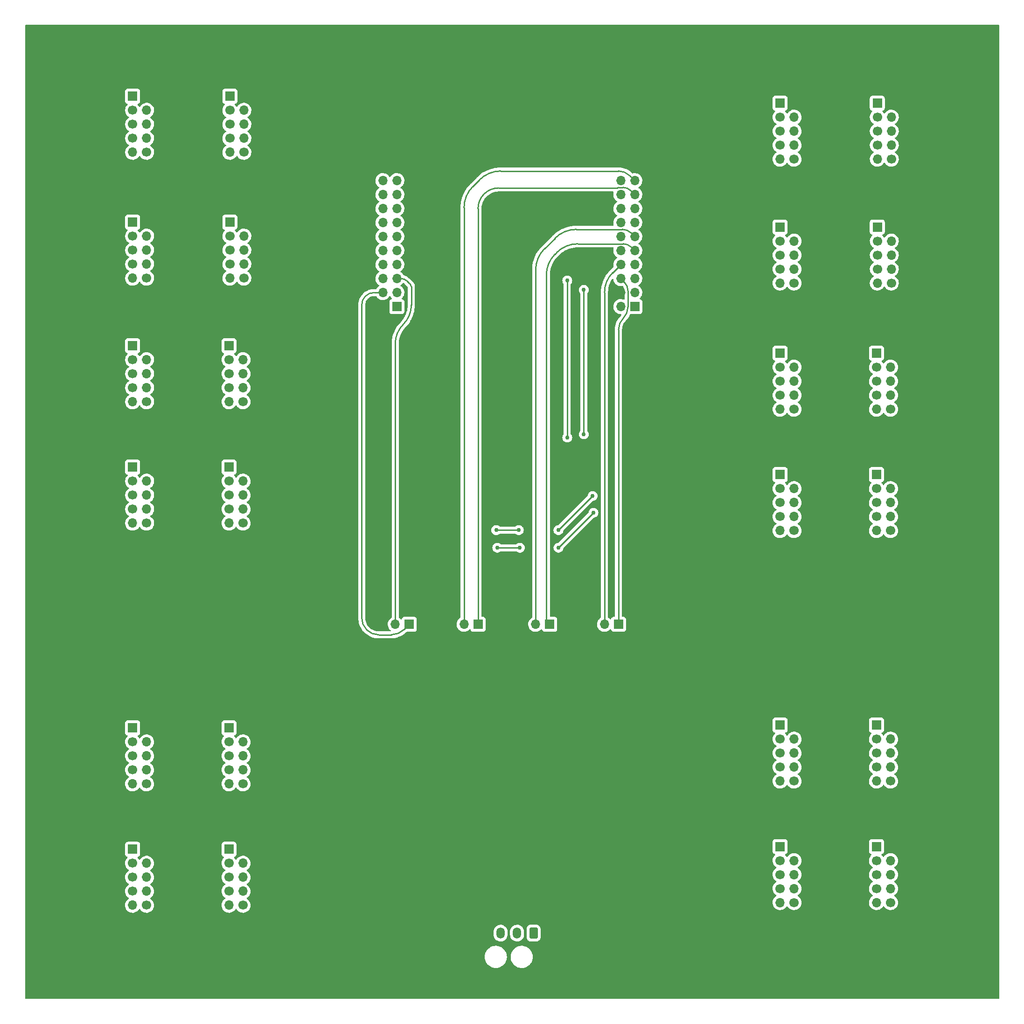
<source format=gbr>
%TF.GenerationSoftware,KiCad,Pcbnew,(6.0.9)*%
%TF.CreationDate,2023-01-09T12:20:16-05:00*%
%TF.ProjectId,Perris_Breakout,50657272-6973-45f4-9272-65616b6f7574,3*%
%TF.SameCoordinates,Original*%
%TF.FileFunction,Copper,L2,Bot*%
%TF.FilePolarity,Positive*%
%FSLAX46Y46*%
G04 Gerber Fmt 4.6, Leading zero omitted, Abs format (unit mm)*
G04 Created by KiCad (PCBNEW (6.0.9)) date 2023-01-09 12:20:16*
%MOMM*%
%LPD*%
G01*
G04 APERTURE LIST*
G04 Aperture macros list*
%AMRoundRect*
0 Rectangle with rounded corners*
0 $1 Rounding radius*
0 $2 $3 $4 $5 $6 $7 $8 $9 X,Y pos of 4 corners*
0 Add a 4 corners polygon primitive as box body*
4,1,4,$2,$3,$4,$5,$6,$7,$8,$9,$2,$3,0*
0 Add four circle primitives for the rounded corners*
1,1,$1+$1,$2,$3*
1,1,$1+$1,$4,$5*
1,1,$1+$1,$6,$7*
1,1,$1+$1,$8,$9*
0 Add four rect primitives between the rounded corners*
20,1,$1+$1,$2,$3,$4,$5,0*
20,1,$1+$1,$4,$5,$6,$7,0*
20,1,$1+$1,$6,$7,$8,$9,0*
20,1,$1+$1,$8,$9,$2,$3,0*%
G04 Aperture macros list end*
%TA.AperFunction,ComponentPad*%
%ADD10R,1.700000X1.700000*%
%TD*%
%TA.AperFunction,ComponentPad*%
%ADD11C,1.700000*%
%TD*%
%TA.AperFunction,ComponentPad*%
%ADD12O,1.700000X1.700000*%
%TD*%
%TA.AperFunction,ComponentPad*%
%ADD13C,5.700000*%
%TD*%
%TA.AperFunction,ComponentPad*%
%ADD14RoundRect,0.250001X0.499999X0.759999X-0.499999X0.759999X-0.499999X-0.759999X0.499999X-0.759999X0*%
%TD*%
%TA.AperFunction,ComponentPad*%
%ADD15O,1.500000X2.020000*%
%TD*%
%TA.AperFunction,ViaPad*%
%ADD16C,0.762000*%
%TD*%
%TA.AperFunction,Conductor*%
%ADD17C,0.254000*%
%TD*%
G04 APERTURE END LIST*
D10*
%TO.P,J20,1,Pin_1*%
%TO.N,unconnected-(J20-Pad1)*%
X56214272Y-190425000D03*
D11*
%TO.P,J20,2,Pin_2*%
%TO.N,unconnected-(J20-Pad2)*%
X56214272Y-192965000D03*
%TO.P,J20,3,Pin_3*%
%TO.N,unconnected-(J20-Pad3)*%
X56214272Y-195505000D03*
%TO.P,J20,4,Pin_4*%
%TO.N,unconnected-(J20-Pad4)*%
X56214272Y-198045000D03*
D12*
%TO.P,J20,5,Pin_5*%
%TO.N,/SCL_2*%
X56214272Y-200585000D03*
D11*
%TO.P,J20,6,Pin_6*%
%TO.N,/SDA_2*%
X58754272Y-200585000D03*
D12*
%TO.P,J20,7,Pin_7*%
%TO.N,unconnected-(J20-Pad7)*%
X58754272Y-198045000D03*
%TO.P,J20,8,Pin_8*%
%TO.N,unconnected-(J20-Pad8)*%
X58754272Y-195505000D03*
%TO.P,J20,9,Pin_9*%
%TO.N,unconnected-(J20-Pad9)*%
X58754272Y-192965000D03*
%TO.P,J20,10,Pin_10*%
%TO.N,GND*%
X58754272Y-190425000D03*
%TD*%
D13*
%TO.P,H4,1,1*%
%TO.N,GND*%
X190144300Y-211740000D03*
%TD*%
D10*
%TO.P,J9,1,Pin_1*%
%TO.N,unconnected-(J9-Pad1)*%
X156225000Y-55015000D03*
D11*
%TO.P,J9,2,Pin_2*%
%TO.N,unconnected-(J9-Pad2)*%
X156225000Y-57555000D03*
%TO.P,J9,3,Pin_3*%
%TO.N,unconnected-(J9-Pad3)*%
X156225000Y-60095000D03*
%TO.P,J9,4,Pin_4*%
%TO.N,unconnected-(J9-Pad4)*%
X156225000Y-62635000D03*
D12*
%TO.P,J9,5,Pin_5*%
%TO.N,/SCL_1*%
X156225000Y-65175000D03*
D11*
%TO.P,J9,6,Pin_6*%
%TO.N,/SDA_1*%
X158765000Y-65175000D03*
D12*
%TO.P,J9,7,Pin_7*%
%TO.N,unconnected-(J9-Pad7)*%
X158765000Y-62635000D03*
%TO.P,J9,8,Pin_8*%
%TO.N,unconnected-(J9-Pad8)*%
X158765000Y-60095000D03*
%TO.P,J9,9,Pin_9*%
%TO.N,unconnected-(J9-Pad9)*%
X158765000Y-57555000D03*
%TO.P,J9,10,Pin_10*%
%TO.N,GND*%
X158765000Y-55015000D03*
%TD*%
D10*
%TO.P,U1,1,3V3*%
%TO.N,unconnected-(U1-Pad1)*%
X129850000Y-91930000D03*
D12*
%TO.P,U1,2,PB5*%
%TO.N,unconnected-(U1-Pad2)*%
X129850000Y-89390000D03*
%TO.P,U1,3,PB0*%
%TO.N,unconnected-(U1-Pad3)*%
X129850000Y-86850000D03*
%TO.P,U1,4,PB1*%
%TO.N,unconnected-(U1-Pad4)*%
X129850000Y-84310000D03*
%TO.P,U1,5,PE4*%
%TO.N,/SCL_2*%
X129850000Y-81770000D03*
%TO.P,U1,6,PE5*%
%TO.N,/SDA_2*%
X129850000Y-79230000D03*
%TO.P,U1,7,PB4*%
%TO.N,unconnected-(U1-Pad7)*%
X129850000Y-76690000D03*
%TO.P,U1,8,PA5*%
%TO.N,unconnected-(U1-Pad8)*%
X129850000Y-74150000D03*
%TO.P,U1,9,PA6*%
%TO.N,/SCL_1*%
X129850000Y-71610000D03*
%TO.P,U1,10,PA7*%
%TO.N,/SDA_1*%
X129850000Y-69070000D03*
%TO.P,U1,11,PA2*%
%TO.N,unconnected-(U1-Pad11)*%
X84130000Y-69070000D03*
%TO.P,U1,12,PA3*%
%TO.N,unconnected-(U1-Pad12)*%
X84130000Y-71610000D03*
%TO.P,U1,13,PA4*%
%TO.N,unconnected-(U1-Pad13)*%
X84130000Y-74150000D03*
%TO.P,U1,14,PB6*%
%TO.N,unconnected-(U1-Pad14)*%
X84130000Y-76690000D03*
%TO.P,U1,15,PB7*%
%TO.N,unconnected-(U1-Pad15)*%
X84130000Y-79230000D03*
%TO.P,U1,16,~{RST}*%
%TO.N,unconnected-(U1-Pad16)*%
X84130000Y-81770000D03*
%TO.P,U1,17,PF0*%
%TO.N,unconnected-(U1-Pad17)*%
X84130000Y-84310000D03*
%TO.P,U1,18,PE0*%
%TO.N,unconnected-(U1-Pad18)*%
X84130000Y-86850000D03*
%TO.P,U1,19,PB2*%
%TO.N,/SCL_0*%
X84130000Y-89390000D03*
%TO.P,U1,20,GND*%
%TO.N,GND*%
X84130000Y-91930000D03*
%TO.P,U1,21,5V*%
%TO.N,+5V*%
X127310000Y-91930000D03*
%TO.P,U1,22,GND*%
%TO.N,GND*%
X127310000Y-89390000D03*
%TO.P,U1,23,PD0*%
%TO.N,/SCL_3*%
X127310000Y-86850000D03*
%TO.P,U1,24,PD1*%
%TO.N,/SDA_3*%
X127310000Y-84310000D03*
%TO.P,U1,25,PD2*%
%TO.N,unconnected-(U1-Pad25)*%
X127310000Y-81770000D03*
%TO.P,U1,26,PD3*%
%TO.N,unconnected-(U1-Pad26)*%
X127310000Y-79230000D03*
%TO.P,U1,27,PE1*%
%TO.N,unconnected-(U1-Pad27)*%
X127310000Y-76690000D03*
%TO.P,U1,28,PE2*%
%TO.N,unconnected-(U1-Pad28)*%
X127310000Y-74150000D03*
%TO.P,U1,29,PE3*%
%TO.N,unconnected-(U1-Pad29)*%
X127310000Y-71610000D03*
%TO.P,U1,30,PF1*%
%TO.N,unconnected-(U1-Pad30)*%
X127310000Y-69070000D03*
%TO.P,U1,31,PF4*%
%TO.N,unconnected-(U1-Pad31)*%
X86670000Y-69070000D03*
%TO.P,U1,32,PD7*%
%TO.N,unconnected-(U1-Pad32)*%
X86670000Y-71610000D03*
%TO.P,U1,33,PD6*%
%TO.N,unconnected-(U1-Pad33)*%
X86670000Y-74150000D03*
%TO.P,U1,34,PC7*%
%TO.N,unconnected-(U1-Pad34)*%
X86670000Y-76690000D03*
%TO.P,U1,35,PC6*%
%TO.N,unconnected-(U1-Pad35)*%
X86670000Y-79230000D03*
%TO.P,U1,36,PC5*%
%TO.N,unconnected-(U1-Pad36)*%
X86670000Y-81770000D03*
%TO.P,U1,37,PC4*%
%TO.N,unconnected-(U1-Pad37)*%
X86670000Y-84310000D03*
%TO.P,U1,38,PB3*%
%TO.N,/SDA_0*%
X86670000Y-86850000D03*
%TO.P,U1,39,PF3*%
%TO.N,unconnected-(U1-Pad39)*%
X86670000Y-89390000D03*
D10*
%TO.P,U1,40,PF2*%
%TO.N,unconnected-(U1-Pad40)*%
X86670000Y-91930000D03*
%TD*%
%TO.P,J15,1,Pin_1*%
%TO.N,unconnected-(J15-Pad1)*%
X156225000Y-122425000D03*
D11*
%TO.P,J15,2,Pin_2*%
%TO.N,unconnected-(J15-Pad2)*%
X156225000Y-124965000D03*
%TO.P,J15,3,Pin_3*%
%TO.N,unconnected-(J15-Pad3)*%
X156225000Y-127505000D03*
%TO.P,J15,4,Pin_4*%
%TO.N,unconnected-(J15-Pad4)*%
X156225000Y-130045000D03*
D12*
%TO.P,J15,5,Pin_5*%
%TO.N,/SCL_1*%
X156225000Y-132585000D03*
D11*
%TO.P,J15,6,Pin_6*%
%TO.N,/SDA_1*%
X158765000Y-132585000D03*
D12*
%TO.P,J15,7,Pin_7*%
%TO.N,unconnected-(J15-Pad7)*%
X158765000Y-130045000D03*
%TO.P,J15,8,Pin_8*%
%TO.N,unconnected-(J15-Pad8)*%
X158765000Y-127505000D03*
%TO.P,J15,9,Pin_9*%
%TO.N,unconnected-(J15-Pad9)*%
X158765000Y-124965000D03*
%TO.P,J15,10,Pin_10*%
%TO.N,GND*%
X158765000Y-122425000D03*
%TD*%
D10*
%TO.P,J25,1,Pin_1*%
%TO.N,/SCL_0*%
X88919300Y-149590000D03*
D12*
%TO.P,J25,2,Pin_2*%
%TO.N,/SDA_0*%
X86379300Y-149590000D03*
%TO.P,J25,3,Pin_3*%
%TO.N,GND*%
X83839300Y-149590000D03*
%TD*%
D10*
%TO.P,J24,1,Pin_1*%
%TO.N,unconnected-(J24-Pad1)*%
X173725000Y-189925000D03*
D11*
%TO.P,J24,2,Pin_2*%
%TO.N,unconnected-(J24-Pad2)*%
X173725000Y-192465000D03*
%TO.P,J24,3,Pin_3*%
%TO.N,unconnected-(J24-Pad3)*%
X173725000Y-195005000D03*
%TO.P,J24,4,Pin_4*%
%TO.N,unconnected-(J24-Pad4)*%
X173725000Y-197545000D03*
D12*
%TO.P,J24,5,Pin_5*%
%TO.N,/SCL_3*%
X173725000Y-200085000D03*
D11*
%TO.P,J24,6,Pin_6*%
%TO.N,/SDA_3*%
X176265000Y-200085000D03*
D12*
%TO.P,J24,7,Pin_7*%
%TO.N,unconnected-(J24-Pad7)*%
X176265000Y-197545000D03*
%TO.P,J24,8,Pin_8*%
%TO.N,unconnected-(J24-Pad8)*%
X176265000Y-195005000D03*
%TO.P,J24,9,Pin_9*%
%TO.N,unconnected-(J24-Pad9)*%
X176265000Y-192465000D03*
%TO.P,J24,10,Pin_10*%
%TO.N,GND*%
X176265000Y-189925000D03*
%TD*%
D10*
%TO.P,J14,1,Pin_1*%
%TO.N,unconnected-(J14-Pad1)*%
X173725000Y-100390000D03*
D11*
%TO.P,J14,2,Pin_2*%
%TO.N,unconnected-(J14-Pad2)*%
X173725000Y-102930000D03*
%TO.P,J14,3,Pin_3*%
%TO.N,unconnected-(J14-Pad3)*%
X173725000Y-105470000D03*
%TO.P,J14,4,Pin_4*%
%TO.N,unconnected-(J14-Pad4)*%
X173725000Y-108010000D03*
D12*
%TO.P,J14,5,Pin_5*%
%TO.N,/SCL_1*%
X173725000Y-110550000D03*
D11*
%TO.P,J14,6,Pin_6*%
%TO.N,/SDA_1*%
X176265000Y-110550000D03*
D12*
%TO.P,J14,7,Pin_7*%
%TO.N,unconnected-(J14-Pad7)*%
X176265000Y-108010000D03*
%TO.P,J14,8,Pin_8*%
%TO.N,unconnected-(J14-Pad8)*%
X176265000Y-105470000D03*
%TO.P,J14,9,Pin_9*%
%TO.N,unconnected-(J14-Pad9)*%
X176265000Y-102930000D03*
%TO.P,J14,10,Pin_10*%
%TO.N,GND*%
X176265000Y-100390000D03*
%TD*%
D10*
%TO.P,J16,1,Pin_1*%
%TO.N,unconnected-(J16-Pad1)*%
X173725000Y-122425000D03*
D11*
%TO.P,J16,2,Pin_2*%
%TO.N,unconnected-(J16-Pad2)*%
X173725000Y-124965000D03*
%TO.P,J16,3,Pin_3*%
%TO.N,unconnected-(J16-Pad3)*%
X173725000Y-127505000D03*
%TO.P,J16,4,Pin_4*%
%TO.N,unconnected-(J16-Pad4)*%
X173725000Y-130045000D03*
D12*
%TO.P,J16,5,Pin_5*%
%TO.N,/SCL_1*%
X173725000Y-132585000D03*
D11*
%TO.P,J16,6,Pin_6*%
%TO.N,/SDA_1*%
X176265000Y-132585000D03*
D12*
%TO.P,J16,7,Pin_7*%
%TO.N,unconnected-(J16-Pad7)*%
X176265000Y-130045000D03*
%TO.P,J16,8,Pin_8*%
%TO.N,unconnected-(J16-Pad8)*%
X176265000Y-127505000D03*
%TO.P,J16,9,Pin_9*%
%TO.N,unconnected-(J16-Pad9)*%
X176265000Y-124965000D03*
%TO.P,J16,10,Pin_10*%
%TO.N,GND*%
X176265000Y-122425000D03*
%TD*%
D10*
%TO.P,J7,1,Pin_1*%
%TO.N,unconnected-(J7-Pad1)*%
X38725000Y-121070000D03*
D11*
%TO.P,J7,2,Pin_2*%
%TO.N,unconnected-(J7-Pad2)*%
X38725000Y-123610000D03*
%TO.P,J7,3,Pin_3*%
%TO.N,unconnected-(J7-Pad3)*%
X38725000Y-126150000D03*
%TO.P,J7,4,Pin_4*%
%TO.N,unconnected-(J7-Pad4)*%
X38725000Y-128690000D03*
D12*
%TO.P,J7,5,Pin_5*%
%TO.N,/SCL_0*%
X38725000Y-131230000D03*
D11*
%TO.P,J7,6,Pin_6*%
%TO.N,/SDA_0*%
X41265000Y-131230000D03*
D12*
%TO.P,J7,7,Pin_7*%
%TO.N,unconnected-(J7-Pad7)*%
X41265000Y-128690000D03*
%TO.P,J7,8,Pin_8*%
%TO.N,unconnected-(J7-Pad8)*%
X41265000Y-126150000D03*
%TO.P,J7,9,Pin_9*%
%TO.N,unconnected-(J7-Pad9)*%
X41265000Y-123610000D03*
%TO.P,J7,10,Pin_10*%
%TO.N,GND*%
X41265000Y-121070000D03*
%TD*%
D13*
%TO.P,H3,1,1*%
%TO.N,GND*%
X25044300Y-211740000D03*
%TD*%
D10*
%TO.P,J21,1,Pin_1*%
%TO.N,unconnected-(J21-Pad1)*%
X156225000Y-167890000D03*
D11*
%TO.P,J21,2,Pin_2*%
%TO.N,unconnected-(J21-Pad2)*%
X156225000Y-170430000D03*
%TO.P,J21,3,Pin_3*%
%TO.N,unconnected-(J21-Pad3)*%
X156225000Y-172970000D03*
%TO.P,J21,4,Pin_4*%
%TO.N,unconnected-(J21-Pad4)*%
X156225000Y-175510000D03*
D12*
%TO.P,J21,5,Pin_5*%
%TO.N,/SCL_3*%
X156225000Y-178050000D03*
D11*
%TO.P,J21,6,Pin_6*%
%TO.N,/SDA_3*%
X158765000Y-178050000D03*
D12*
%TO.P,J21,7,Pin_7*%
%TO.N,unconnected-(J21-Pad7)*%
X158765000Y-175510000D03*
%TO.P,J21,8,Pin_8*%
%TO.N,unconnected-(J21-Pad8)*%
X158765000Y-172970000D03*
%TO.P,J21,9,Pin_9*%
%TO.N,unconnected-(J21-Pad9)*%
X158765000Y-170430000D03*
%TO.P,J21,10,Pin_10*%
%TO.N,GND*%
X158765000Y-167890000D03*
%TD*%
D10*
%TO.P,J6,1,Pin_1*%
%TO.N,unconnected-(J6-Pad1)*%
X56225000Y-99035000D03*
D11*
%TO.P,J6,2,Pin_2*%
%TO.N,unconnected-(J6-Pad2)*%
X56225000Y-101575000D03*
%TO.P,J6,3,Pin_3*%
%TO.N,unconnected-(J6-Pad3)*%
X56225000Y-104115000D03*
%TO.P,J6,4,Pin_4*%
%TO.N,unconnected-(J6-Pad4)*%
X56225000Y-106655000D03*
D12*
%TO.P,J6,5,Pin_5*%
%TO.N,/SCL_0*%
X56225000Y-109195000D03*
D11*
%TO.P,J6,6,Pin_6*%
%TO.N,/SDA_0*%
X58765000Y-109195000D03*
D12*
%TO.P,J6,7,Pin_7*%
%TO.N,unconnected-(J6-Pad7)*%
X58765000Y-106655000D03*
%TO.P,J6,8,Pin_8*%
%TO.N,unconnected-(J6-Pad8)*%
X58765000Y-104115000D03*
%TO.P,J6,9,Pin_9*%
%TO.N,unconnected-(J6-Pad9)*%
X58765000Y-101575000D03*
%TO.P,J6,10,Pin_10*%
%TO.N,GND*%
X58765000Y-99035000D03*
%TD*%
D10*
%TO.P,J12,1,Pin_1*%
%TO.N,unconnected-(J12-Pad1)*%
X173865000Y-77495000D03*
D11*
%TO.P,J12,2,Pin_2*%
%TO.N,unconnected-(J12-Pad2)*%
X173865000Y-80035000D03*
%TO.P,J12,3,Pin_3*%
%TO.N,unconnected-(J12-Pad3)*%
X173865000Y-82575000D03*
%TO.P,J12,4,Pin_4*%
%TO.N,unconnected-(J12-Pad4)*%
X173865000Y-85115000D03*
D12*
%TO.P,J12,5,Pin_5*%
%TO.N,/SCL_1*%
X173865000Y-87655000D03*
D11*
%TO.P,J12,6,Pin_6*%
%TO.N,/SDA_1*%
X176405000Y-87655000D03*
D12*
%TO.P,J12,7,Pin_7*%
%TO.N,unconnected-(J12-Pad7)*%
X176405000Y-85115000D03*
%TO.P,J12,8,Pin_8*%
%TO.N,unconnected-(J12-Pad8)*%
X176405000Y-82575000D03*
%TO.P,J12,9,Pin_9*%
%TO.N,unconnected-(J12-Pad9)*%
X176405000Y-80035000D03*
%TO.P,J12,10,Pin_10*%
%TO.N,GND*%
X176405000Y-77495000D03*
%TD*%
D10*
%TO.P,J28,1,Pin_1*%
%TO.N,/SCL_3*%
X126904300Y-149590000D03*
D12*
%TO.P,J28,2,Pin_2*%
%TO.N,/SDA_3*%
X124364300Y-149590000D03*
%TO.P,J28,3,Pin_3*%
%TO.N,GND*%
X121824300Y-149590000D03*
%TD*%
D10*
%TO.P,J27,1,Pin_1*%
%TO.N,/SCL_2*%
X114404300Y-149590000D03*
D12*
%TO.P,J27,2,Pin_2*%
%TO.N,/SDA_2*%
X111864300Y-149590000D03*
%TO.P,J27,3,Pin_3*%
%TO.N,GND*%
X109324300Y-149590000D03*
%TD*%
D10*
%TO.P,J5,1,Pin_1*%
%TO.N,unconnected-(J5-Pad1)*%
X38725000Y-99035000D03*
D11*
%TO.P,J5,2,Pin_2*%
%TO.N,unconnected-(J5-Pad2)*%
X38725000Y-101575000D03*
%TO.P,J5,3,Pin_3*%
%TO.N,unconnected-(J5-Pad3)*%
X38725000Y-104115000D03*
%TO.P,J5,4,Pin_4*%
%TO.N,unconnected-(J5-Pad4)*%
X38725000Y-106655000D03*
D12*
%TO.P,J5,5,Pin_5*%
%TO.N,/SCL_0*%
X38725000Y-109195000D03*
D11*
%TO.P,J5,6,Pin_6*%
%TO.N,/SDA_0*%
X41265000Y-109195000D03*
D12*
%TO.P,J5,7,Pin_7*%
%TO.N,unconnected-(J5-Pad7)*%
X41265000Y-106655000D03*
%TO.P,J5,8,Pin_8*%
%TO.N,unconnected-(J5-Pad8)*%
X41265000Y-104115000D03*
%TO.P,J5,9,Pin_9*%
%TO.N,unconnected-(J5-Pad9)*%
X41265000Y-101575000D03*
%TO.P,J5,10,Pin_10*%
%TO.N,GND*%
X41265000Y-99035000D03*
%TD*%
D10*
%TO.P,J2,1,Pin_1*%
%TO.N,unconnected-(J2-Pad1)*%
X56365000Y-53770000D03*
D11*
%TO.P,J2,2,Pin_2*%
%TO.N,unconnected-(J2-Pad2)*%
X56365000Y-56310000D03*
%TO.P,J2,3,Pin_3*%
%TO.N,unconnected-(J2-Pad3)*%
X56365000Y-58850000D03*
%TO.P,J2,4,Pin_4*%
%TO.N,unconnected-(J2-Pad4)*%
X56365000Y-61390000D03*
D12*
%TO.P,J2,5,Pin_5*%
%TO.N,/SCL_0*%
X56365000Y-63930000D03*
D11*
%TO.P,J2,6,Pin_6*%
%TO.N,/SDA_0*%
X58905000Y-63930000D03*
D12*
%TO.P,J2,7,Pin_7*%
%TO.N,unconnected-(J2-Pad7)*%
X58905000Y-61390000D03*
%TO.P,J2,8,Pin_8*%
%TO.N,unconnected-(J2-Pad8)*%
X58905000Y-58850000D03*
%TO.P,J2,9,Pin_9*%
%TO.N,unconnected-(J2-Pad9)*%
X58905000Y-56310000D03*
%TO.P,J2,10,Pin_10*%
%TO.N,GND*%
X58905000Y-53770000D03*
%TD*%
D13*
%TO.P,H1,1,1*%
%TO.N,GND*%
X25044300Y-46640000D03*
%TD*%
D10*
%TO.P,J26,1,Pin_1*%
%TO.N,/SCL_1*%
X101404300Y-149590000D03*
D12*
%TO.P,J26,2,Pin_2*%
%TO.N,/SDA_1*%
X98864300Y-149590000D03*
%TO.P,J26,3,Pin_3*%
%TO.N,GND*%
X96324300Y-149590000D03*
%TD*%
D10*
%TO.P,J1,1,Pin_1*%
%TO.N,unconnected-(J1-Pad1)*%
X38725000Y-53770000D03*
D11*
%TO.P,J1,2,Pin_2*%
%TO.N,unconnected-(J1-Pad2)*%
X38725000Y-56310000D03*
%TO.P,J1,3,Pin_3*%
%TO.N,unconnected-(J1-Pad3)*%
X38725000Y-58850000D03*
%TO.P,J1,4,Pin_4*%
%TO.N,unconnected-(J1-Pad4)*%
X38725000Y-61390000D03*
D12*
%TO.P,J1,5,Pin_5*%
%TO.N,/SCL_0*%
X38725000Y-63930000D03*
D11*
%TO.P,J1,6,Pin_6*%
%TO.N,/SDA_0*%
X41265000Y-63930000D03*
D12*
%TO.P,J1,7,Pin_7*%
%TO.N,unconnected-(J1-Pad7)*%
X41265000Y-61390000D03*
%TO.P,J1,8,Pin_8*%
%TO.N,unconnected-(J1-Pad8)*%
X41265000Y-58850000D03*
%TO.P,J1,9,Pin_9*%
%TO.N,unconnected-(J1-Pad9)*%
X41265000Y-56310000D03*
%TO.P,J1,10,Pin_10*%
%TO.N,GND*%
X41265000Y-53770000D03*
%TD*%
D10*
%TO.P,J19,1,Pin_1*%
%TO.N,unconnected-(J19-Pad1)*%
X38714272Y-190425000D03*
D11*
%TO.P,J19,2,Pin_2*%
%TO.N,unconnected-(J19-Pad2)*%
X38714272Y-192965000D03*
%TO.P,J19,3,Pin_3*%
%TO.N,unconnected-(J19-Pad3)*%
X38714272Y-195505000D03*
%TO.P,J19,4,Pin_4*%
%TO.N,unconnected-(J19-Pad4)*%
X38714272Y-198045000D03*
D12*
%TO.P,J19,5,Pin_5*%
%TO.N,/SCL_2*%
X38714272Y-200585000D03*
D11*
%TO.P,J19,6,Pin_6*%
%TO.N,/SDA_2*%
X41254272Y-200585000D03*
D12*
%TO.P,J19,7,Pin_7*%
%TO.N,unconnected-(J19-Pad7)*%
X41254272Y-198045000D03*
%TO.P,J19,8,Pin_8*%
%TO.N,unconnected-(J19-Pad8)*%
X41254272Y-195505000D03*
%TO.P,J19,9,Pin_9*%
%TO.N,unconnected-(J19-Pad9)*%
X41254272Y-192965000D03*
%TO.P,J19,10,Pin_10*%
%TO.N,GND*%
X41254272Y-190425000D03*
%TD*%
D10*
%TO.P,J18,1,Pin_1*%
%TO.N,unconnected-(J18-Pad1)*%
X56214272Y-168390000D03*
D11*
%TO.P,J18,2,Pin_2*%
%TO.N,unconnected-(J18-Pad2)*%
X56214272Y-170930000D03*
%TO.P,J18,3,Pin_3*%
%TO.N,unconnected-(J18-Pad3)*%
X56214272Y-173470000D03*
%TO.P,J18,4,Pin_4*%
%TO.N,unconnected-(J18-Pad4)*%
X56214272Y-176010000D03*
D12*
%TO.P,J18,5,Pin_5*%
%TO.N,/SCL_2*%
X56214272Y-178550000D03*
D11*
%TO.P,J18,6,Pin_6*%
%TO.N,/SDA_2*%
X58754272Y-178550000D03*
D12*
%TO.P,J18,7,Pin_7*%
%TO.N,unconnected-(J18-Pad7)*%
X58754272Y-176010000D03*
%TO.P,J18,8,Pin_8*%
%TO.N,unconnected-(J18-Pad8)*%
X58754272Y-173470000D03*
%TO.P,J18,9,Pin_9*%
%TO.N,unconnected-(J18-Pad9)*%
X58754272Y-170930000D03*
%TO.P,J18,10,Pin_10*%
%TO.N,GND*%
X58754272Y-168390000D03*
%TD*%
D10*
%TO.P,J10,1,Pin_1*%
%TO.N,unconnected-(J10-Pad1)*%
X173865000Y-55015000D03*
D11*
%TO.P,J10,2,Pin_2*%
%TO.N,unconnected-(J10-Pad2)*%
X173865000Y-57555000D03*
%TO.P,J10,3,Pin_3*%
%TO.N,unconnected-(J10-Pad3)*%
X173865000Y-60095000D03*
%TO.P,J10,4,Pin_4*%
%TO.N,unconnected-(J10-Pad4)*%
X173865000Y-62635000D03*
D12*
%TO.P,J10,5,Pin_5*%
%TO.N,/SCL_1*%
X173865000Y-65175000D03*
D11*
%TO.P,J10,6,Pin_6*%
%TO.N,/SDA_1*%
X176405000Y-65175000D03*
D12*
%TO.P,J10,7,Pin_7*%
%TO.N,unconnected-(J10-Pad7)*%
X176405000Y-62635000D03*
%TO.P,J10,8,Pin_8*%
%TO.N,unconnected-(J10-Pad8)*%
X176405000Y-60095000D03*
%TO.P,J10,9,Pin_9*%
%TO.N,unconnected-(J10-Pad9)*%
X176405000Y-57555000D03*
%TO.P,J10,10,Pin_10*%
%TO.N,GND*%
X176405000Y-55015000D03*
%TD*%
D10*
%TO.P,J11,1,Pin_1*%
%TO.N,unconnected-(J11-Pad1)*%
X156225000Y-77495000D03*
D11*
%TO.P,J11,2,Pin_2*%
%TO.N,unconnected-(J11-Pad2)*%
X156225000Y-80035000D03*
%TO.P,J11,3,Pin_3*%
%TO.N,unconnected-(J11-Pad3)*%
X156225000Y-82575000D03*
%TO.P,J11,4,Pin_4*%
%TO.N,unconnected-(J11-Pad4)*%
X156225000Y-85115000D03*
D12*
%TO.P,J11,5,Pin_5*%
%TO.N,/SCL_1*%
X156225000Y-87655000D03*
D11*
%TO.P,J11,6,Pin_6*%
%TO.N,/SDA_1*%
X158765000Y-87655000D03*
D12*
%TO.P,J11,7,Pin_7*%
%TO.N,unconnected-(J11-Pad7)*%
X158765000Y-85115000D03*
%TO.P,J11,8,Pin_8*%
%TO.N,unconnected-(J11-Pad8)*%
X158765000Y-82575000D03*
%TO.P,J11,9,Pin_9*%
%TO.N,unconnected-(J11-Pad9)*%
X158765000Y-80035000D03*
%TO.P,J11,10,Pin_10*%
%TO.N,GND*%
X158765000Y-77495000D03*
%TD*%
D10*
%TO.P,J3,1,Pin_1*%
%TO.N,unconnected-(J3-Pad1)*%
X38725000Y-76605000D03*
D11*
%TO.P,J3,2,Pin_2*%
%TO.N,unconnected-(J3-Pad2)*%
X38725000Y-79145000D03*
%TO.P,J3,3,Pin_3*%
%TO.N,unconnected-(J3-Pad3)*%
X38725000Y-81685000D03*
%TO.P,J3,4,Pin_4*%
%TO.N,unconnected-(J3-Pad4)*%
X38725000Y-84225000D03*
D12*
%TO.P,J3,5,Pin_5*%
%TO.N,/SCL_0*%
X38725000Y-86765000D03*
D11*
%TO.P,J3,6,Pin_6*%
%TO.N,/SDA_0*%
X41265000Y-86765000D03*
D12*
%TO.P,J3,7,Pin_7*%
%TO.N,unconnected-(J3-Pad7)*%
X41265000Y-84225000D03*
%TO.P,J3,8,Pin_8*%
%TO.N,unconnected-(J3-Pad8)*%
X41265000Y-81685000D03*
%TO.P,J3,9,Pin_9*%
%TO.N,unconnected-(J3-Pad9)*%
X41265000Y-79145000D03*
%TO.P,J3,10,Pin_10*%
%TO.N,GND*%
X41265000Y-76605000D03*
%TD*%
D10*
%TO.P,J22,1,Pin_1*%
%TO.N,unconnected-(J22-Pad1)*%
X173725000Y-167890000D03*
D11*
%TO.P,J22,2,Pin_2*%
%TO.N,unconnected-(J22-Pad2)*%
X173725000Y-170430000D03*
%TO.P,J22,3,Pin_3*%
%TO.N,unconnected-(J22-Pad3)*%
X173725000Y-172970000D03*
%TO.P,J22,4,Pin_4*%
%TO.N,unconnected-(J22-Pad4)*%
X173725000Y-175510000D03*
D12*
%TO.P,J22,5,Pin_5*%
%TO.N,/SCL_3*%
X173725000Y-178050000D03*
D11*
%TO.P,J22,6,Pin_6*%
%TO.N,/SDA_3*%
X176265000Y-178050000D03*
D12*
%TO.P,J22,7,Pin_7*%
%TO.N,unconnected-(J22-Pad7)*%
X176265000Y-175510000D03*
%TO.P,J22,8,Pin_8*%
%TO.N,unconnected-(J22-Pad8)*%
X176265000Y-172970000D03*
%TO.P,J22,9,Pin_9*%
%TO.N,unconnected-(J22-Pad9)*%
X176265000Y-170430000D03*
%TO.P,J22,10,Pin_10*%
%TO.N,GND*%
X176265000Y-167890000D03*
%TD*%
D10*
%TO.P,J23,1,Pin_1*%
%TO.N,unconnected-(J23-Pad1)*%
X156225000Y-189925000D03*
D11*
%TO.P,J23,2,Pin_2*%
%TO.N,unconnected-(J23-Pad2)*%
X156225000Y-192465000D03*
%TO.P,J23,3,Pin_3*%
%TO.N,unconnected-(J23-Pad3)*%
X156225000Y-195005000D03*
%TO.P,J23,4,Pin_4*%
%TO.N,unconnected-(J23-Pad4)*%
X156225000Y-197545000D03*
D12*
%TO.P,J23,5,Pin_5*%
%TO.N,/SCL_3*%
X156225000Y-200085000D03*
D11*
%TO.P,J23,6,Pin_6*%
%TO.N,/SDA_3*%
X158765000Y-200085000D03*
D12*
%TO.P,J23,7,Pin_7*%
%TO.N,unconnected-(J23-Pad7)*%
X158765000Y-197545000D03*
%TO.P,J23,8,Pin_8*%
%TO.N,unconnected-(J23-Pad8)*%
X158765000Y-195005000D03*
%TO.P,J23,9,Pin_9*%
%TO.N,unconnected-(J23-Pad9)*%
X158765000Y-192465000D03*
%TO.P,J23,10,Pin_10*%
%TO.N,GND*%
X158765000Y-189925000D03*
%TD*%
D10*
%TO.P,J4,1,Pin_1*%
%TO.N,unconnected-(J4-Pad1)*%
X56365000Y-76605000D03*
D11*
%TO.P,J4,2,Pin_2*%
%TO.N,unconnected-(J4-Pad2)*%
X56365000Y-79145000D03*
%TO.P,J4,3,Pin_3*%
%TO.N,unconnected-(J4-Pad3)*%
X56365000Y-81685000D03*
%TO.P,J4,4,Pin_4*%
%TO.N,unconnected-(J4-Pad4)*%
X56365000Y-84225000D03*
D12*
%TO.P,J4,5,Pin_5*%
%TO.N,/SCL_0*%
X56365000Y-86765000D03*
D11*
%TO.P,J4,6,Pin_6*%
%TO.N,/SDA_0*%
X58905000Y-86765000D03*
D12*
%TO.P,J4,7,Pin_7*%
%TO.N,unconnected-(J4-Pad7)*%
X58905000Y-84225000D03*
%TO.P,J4,8,Pin_8*%
%TO.N,unconnected-(J4-Pad8)*%
X58905000Y-81685000D03*
%TO.P,J4,9,Pin_9*%
%TO.N,unconnected-(J4-Pad9)*%
X58905000Y-79145000D03*
%TO.P,J4,10,Pin_10*%
%TO.N,GND*%
X58905000Y-76605000D03*
%TD*%
D14*
%TO.P,J29,1,Pin_1*%
%TO.N,+5V*%
X111485200Y-205640000D03*
D15*
%TO.P,J29,2,Pin_2*%
%TO.N,unconnected-(J29-Pad2)*%
X108485200Y-205640000D03*
%TO.P,J29,3,Pin_3*%
%TO.N,unconnected-(J29-Pad3)*%
X105485200Y-205640000D03*
%TO.P,J29,4,Pin_4*%
%TO.N,GND*%
X102485200Y-205640000D03*
%TD*%
D13*
%TO.P,H2,1,1*%
%TO.N,GND*%
X190144300Y-46640000D03*
%TD*%
D10*
%TO.P,J8,1,Pin_1*%
%TO.N,unconnected-(J8-Pad1)*%
X56225000Y-121070000D03*
D11*
%TO.P,J8,2,Pin_2*%
%TO.N,unconnected-(J8-Pad2)*%
X56225000Y-123610000D03*
%TO.P,J8,3,Pin_3*%
%TO.N,unconnected-(J8-Pad3)*%
X56225000Y-126150000D03*
%TO.P,J8,4,Pin_4*%
%TO.N,unconnected-(J8-Pad4)*%
X56225000Y-128690000D03*
D12*
%TO.P,J8,5,Pin_5*%
%TO.N,/SCL_0*%
X56225000Y-131230000D03*
D11*
%TO.P,J8,6,Pin_6*%
%TO.N,/SDA_0*%
X58765000Y-131230000D03*
D12*
%TO.P,J8,7,Pin_7*%
%TO.N,unconnected-(J8-Pad7)*%
X58765000Y-128690000D03*
%TO.P,J8,8,Pin_8*%
%TO.N,unconnected-(J8-Pad8)*%
X58765000Y-126150000D03*
%TO.P,J8,9,Pin_9*%
%TO.N,unconnected-(J8-Pad9)*%
X58765000Y-123610000D03*
%TO.P,J8,10,Pin_10*%
%TO.N,GND*%
X58765000Y-121070000D03*
%TD*%
D10*
%TO.P,J13,1,Pin_1*%
%TO.N,unconnected-(J13-Pad1)*%
X156225000Y-100390000D03*
D11*
%TO.P,J13,2,Pin_2*%
%TO.N,unconnected-(J13-Pad2)*%
X156225000Y-102930000D03*
%TO.P,J13,3,Pin_3*%
%TO.N,unconnected-(J13-Pad3)*%
X156225000Y-105470000D03*
%TO.P,J13,4,Pin_4*%
%TO.N,unconnected-(J13-Pad4)*%
X156225000Y-108010000D03*
D12*
%TO.P,J13,5,Pin_5*%
%TO.N,/SCL_1*%
X156225000Y-110550000D03*
D11*
%TO.P,J13,6,Pin_6*%
%TO.N,/SDA_1*%
X158765000Y-110550000D03*
D12*
%TO.P,J13,7,Pin_7*%
%TO.N,unconnected-(J13-Pad7)*%
X158765000Y-108010000D03*
%TO.P,J13,8,Pin_8*%
%TO.N,unconnected-(J13-Pad8)*%
X158765000Y-105470000D03*
%TO.P,J13,9,Pin_9*%
%TO.N,unconnected-(J13-Pad9)*%
X158765000Y-102930000D03*
%TO.P,J13,10,Pin_10*%
%TO.N,GND*%
X158765000Y-100390000D03*
%TD*%
D10*
%TO.P,J17,1,Pin_1*%
%TO.N,unconnected-(J17-Pad1)*%
X38714272Y-168390000D03*
D11*
%TO.P,J17,2,Pin_2*%
%TO.N,unconnected-(J17-Pad2)*%
X38714272Y-170930000D03*
%TO.P,J17,3,Pin_3*%
%TO.N,unconnected-(J17-Pad3)*%
X38714272Y-173470000D03*
%TO.P,J17,4,Pin_4*%
%TO.N,unconnected-(J17-Pad4)*%
X38714272Y-176010000D03*
D12*
%TO.P,J17,5,Pin_5*%
%TO.N,/SCL_2*%
X38714272Y-178550000D03*
D11*
%TO.P,J17,6,Pin_6*%
%TO.N,/SDA_2*%
X41254272Y-178550000D03*
D12*
%TO.P,J17,7,Pin_7*%
%TO.N,unconnected-(J17-Pad7)*%
X41254272Y-176010000D03*
%TO.P,J17,8,Pin_8*%
%TO.N,unconnected-(J17-Pad8)*%
X41254272Y-173470000D03*
%TO.P,J17,9,Pin_9*%
%TO.N,unconnected-(J17-Pad9)*%
X41254272Y-170930000D03*
%TO.P,J17,10,Pin_10*%
%TO.N,GND*%
X41254272Y-168390000D03*
%TD*%
D16*
%TO.N,GND*%
X125800000Y-94200000D03*
X83600000Y-108500000D03*
X76600000Y-108400000D03*
X106800000Y-94200000D03*
%TO.N,/SCL_2*%
X108800000Y-132500000D03*
X104700000Y-132500000D03*
X116000000Y-132500000D03*
X122200000Y-126300000D03*
%TO.N,/SDA_2*%
X104900000Y-135700000D03*
X116000000Y-135700000D03*
X109000000Y-135700000D03*
X122350000Y-129350000D03*
%TO.N,/SCL_3*%
X120600000Y-115100000D03*
X120600000Y-88900000D03*
%TO.N,/SDA_3*%
X117600000Y-115700000D03*
X117600000Y-87200000D03*
%TD*%
D17*
%TO.N,/SCL_0*%
X85658726Y-151500000D02*
X83372792Y-151500000D01*
X87964300Y-150545000D02*
X88919300Y-149590000D01*
X80300000Y-91626309D02*
X80300000Y-148427207D01*
X82536309Y-89390000D02*
X84130000Y-89390000D01*
X80300005Y-91626309D02*
G75*
G02*
X80955001Y-90045001I2236295J9D01*
G01*
X82536309Y-89390005D02*
G75*
G03*
X80955001Y-90045001I-9J-2236295D01*
G01*
X80299997Y-148427207D02*
G75*
G03*
X81200000Y-150600000I3072803J7D01*
G01*
X87964292Y-150544992D02*
G75*
G02*
X85658726Y-151500000I-2305592J2305592D01*
G01*
X83372792Y-151500003D02*
G75*
G02*
X81200000Y-150600000I8J3072803D01*
G01*
%TO.N,/SDA_0*%
X88475000Y-87275000D02*
X88900000Y-87700000D01*
X86379300Y-98685946D02*
X86379300Y-149590000D01*
X89300000Y-91634753D02*
X89300000Y-88312132D01*
X89150000Y-87950000D02*
X89000000Y-87800000D01*
X87448959Y-86850000D02*
X86670000Y-86850000D01*
X89299951Y-91634753D02*
G75*
G02*
X87839650Y-95160350I-4985951J-47D01*
G01*
X87448959Y-86850017D02*
G75*
G02*
X88475000Y-87275000I41J-1450983D01*
G01*
X89299986Y-88312132D02*
G75*
G03*
X89149999Y-87950001I-512086J32D01*
G01*
X86379320Y-98685946D02*
G75*
G02*
X87839650Y-95160350I4985880J46D01*
G01*
%TO.N,/SCL_1*%
X101404300Y-74148294D02*
X101404300Y-149590000D01*
X126969003Y-70301000D02*
X127720000Y-70301000D01*
X129121534Y-70881534D02*
X129850000Y-71610000D01*
X126729996Y-70400000D02*
X105152594Y-70400000D01*
X102502152Y-71497852D02*
G75*
G03*
X101404300Y-74148294I2650448J-2650448D01*
G01*
X126849499Y-70350499D02*
G75*
G02*
X126969003Y-70301000I119501J-119501D01*
G01*
X102502152Y-71497852D02*
G75*
G02*
X105152594Y-70400000I2650448J-2650448D01*
G01*
X126849501Y-70350501D02*
G75*
G02*
X126729996Y-70400000I-119501J119501D01*
G01*
X127720000Y-70301009D02*
G75*
G02*
X129121534Y-70881534I0J-1982091D01*
G01*
%TO.N,/SDA_1*%
X98864300Y-73989663D02*
X98864300Y-149590000D01*
X128980749Y-68200749D02*
X129850000Y-69070000D01*
X101674708Y-68925291D02*
X100458092Y-70141906D01*
X105522464Y-67331499D02*
X126882193Y-67331499D01*
X101674736Y-68925319D02*
G75*
G02*
X105522464Y-67331499I3847764J-3847681D01*
G01*
X100458101Y-70141915D02*
G75*
G03*
X98864300Y-73989663I3847799J-3847785D01*
G01*
X126882193Y-67331503D02*
G75*
G02*
X128980748Y-68200750I7J-2967797D01*
G01*
%TO.N,/SCL_2*%
X115667206Y-82132792D02*
X115393792Y-82406207D01*
X114102150Y-149287850D02*
X114404300Y-149590000D01*
X119514963Y-80539000D02*
X127748551Y-80539000D01*
X108800000Y-132500000D02*
X104700000Y-132500000D01*
X122200000Y-126300000D02*
X116000000Y-132500000D01*
X129234500Y-81154500D02*
X129850000Y-81770000D01*
X113800000Y-148558395D02*
X113800000Y-86253963D01*
X115667215Y-82132801D02*
G75*
G02*
X119514963Y-80539000I3847785J-3847799D01*
G01*
X113799960Y-86253963D02*
G75*
G02*
X115393793Y-82406208I5441540J-37D01*
G01*
X127748551Y-80539050D02*
G75*
G02*
X129234500Y-81154500I49J-2101450D01*
G01*
X114102149Y-149287851D02*
G75*
G02*
X113800000Y-148558395I729451J729451D01*
G01*
%TO.N,/SDA_2*%
X116000000Y-135700000D02*
X122350000Y-129350000D01*
X129195500Y-78575500D02*
X129850000Y-79230000D01*
X127615397Y-77921000D02*
X119232963Y-77921000D01*
X111864300Y-85289663D02*
X111864300Y-149590000D01*
X109000000Y-135700000D02*
X104900000Y-135700000D01*
X113458092Y-81441907D02*
X115385206Y-79514792D01*
X113458121Y-81441936D02*
G75*
G03*
X111864300Y-85289663I3847679J-3847764D01*
G01*
X115385215Y-79514801D02*
G75*
G02*
X119232963Y-77921000I3847785J-3847799D01*
G01*
X127615397Y-77921002D02*
G75*
G02*
X129195499Y-78575501I3J-2234598D01*
G01*
%TO.N,/SCL_3*%
X128619000Y-91977124D02*
X128619000Y-89084602D01*
X127964500Y-87504500D02*
X127310000Y-86850000D01*
X126904300Y-96116775D02*
X126904300Y-149590000D01*
X120600000Y-115100000D02*
X120600000Y-88900000D01*
X127761643Y-94046943D02*
G75*
G03*
X128619000Y-91977124I-2069843J2069843D01*
G01*
X128618998Y-89084602D02*
G75*
G03*
X127964499Y-87504501I-2234598J2D01*
G01*
X126904291Y-96116775D02*
G75*
G02*
X127761651Y-94046951I2927209J-25D01*
G01*
%TO.N,/SDA_3*%
X125837150Y-85782850D02*
X127310000Y-84310000D01*
X117600000Y-87200000D02*
X117600000Y-115700000D01*
X124364300Y-89338624D02*
X124364300Y-149590000D01*
X124364311Y-89338624D02*
G75*
G02*
X125837151Y-85782851I5028589J24D01*
G01*
%TD*%
%TA.AperFunction,Conductor*%
%TO.N,GND*%
G36*
X195927921Y-40818502D02*
G01*
X195974414Y-40872158D01*
X195985800Y-40924500D01*
X195985800Y-217455500D01*
X195965798Y-217523621D01*
X195912142Y-217570114D01*
X195859800Y-217581500D01*
X19328800Y-217581500D01*
X19260679Y-217561498D01*
X19214186Y-217507842D01*
X19202800Y-217455500D01*
X19202800Y-209889733D01*
X102623022Y-209889733D01*
X102632825Y-210170458D01*
X102633587Y-210174781D01*
X102633588Y-210174788D01*
X102657364Y-210309624D01*
X102681602Y-210447087D01*
X102768403Y-210714235D01*
X102891540Y-210966702D01*
X102893995Y-210970341D01*
X102893998Y-210970347D01*
X102967090Y-211078710D01*
X103048615Y-211199576D01*
X103236571Y-211408322D01*
X103451750Y-211588879D01*
X103689964Y-211737731D01*
X103946575Y-211851982D01*
X104216590Y-211929407D01*
X104220940Y-211930018D01*
X104220943Y-211930019D01*
X104323890Y-211944487D01*
X104494752Y-211968500D01*
X104705346Y-211968500D01*
X104707532Y-211968347D01*
X104707536Y-211968347D01*
X104911027Y-211954118D01*
X104911032Y-211954117D01*
X104915412Y-211953811D01*
X105190170Y-211895409D01*
X105194299Y-211893906D01*
X105194303Y-211893905D01*
X105449981Y-211800846D01*
X105449985Y-211800844D01*
X105454126Y-211799337D01*
X105702142Y-211667464D01*
X105807096Y-211591211D01*
X105925829Y-211504947D01*
X105925832Y-211504944D01*
X105929392Y-211502358D01*
X106131452Y-211307231D01*
X106304388Y-211085882D01*
X106306584Y-211082078D01*
X106306589Y-211082071D01*
X106442635Y-210846431D01*
X106444836Y-210842619D01*
X106550062Y-210582176D01*
X106583744Y-210447087D01*
X106616953Y-210313893D01*
X106616954Y-210313888D01*
X106618017Y-210309624D01*
X106647378Y-210030267D01*
X106642471Y-209889733D01*
X107323022Y-209889733D01*
X107332825Y-210170458D01*
X107333587Y-210174781D01*
X107333588Y-210174788D01*
X107357364Y-210309624D01*
X107381602Y-210447087D01*
X107468403Y-210714235D01*
X107591540Y-210966702D01*
X107593995Y-210970341D01*
X107593998Y-210970347D01*
X107667090Y-211078710D01*
X107748615Y-211199576D01*
X107936571Y-211408322D01*
X108151750Y-211588879D01*
X108389964Y-211737731D01*
X108646575Y-211851982D01*
X108916590Y-211929407D01*
X108920940Y-211930018D01*
X108920943Y-211930019D01*
X109023890Y-211944487D01*
X109194752Y-211968500D01*
X109405346Y-211968500D01*
X109407532Y-211968347D01*
X109407536Y-211968347D01*
X109611027Y-211954118D01*
X109611032Y-211954117D01*
X109615412Y-211953811D01*
X109890170Y-211895409D01*
X109894299Y-211893906D01*
X109894303Y-211893905D01*
X110149981Y-211800846D01*
X110149985Y-211800844D01*
X110154126Y-211799337D01*
X110402142Y-211667464D01*
X110507096Y-211591211D01*
X110625829Y-211504947D01*
X110625832Y-211504944D01*
X110629392Y-211502358D01*
X110831452Y-211307231D01*
X111004388Y-211085882D01*
X111006584Y-211082078D01*
X111006589Y-211082071D01*
X111142635Y-210846431D01*
X111144836Y-210842619D01*
X111250062Y-210582176D01*
X111283744Y-210447087D01*
X111316953Y-210313893D01*
X111316954Y-210313888D01*
X111318017Y-210309624D01*
X111347378Y-210030267D01*
X111337575Y-209749542D01*
X111313808Y-209614749D01*
X111289560Y-209477236D01*
X111288798Y-209472913D01*
X111201997Y-209205765D01*
X111078860Y-208953298D01*
X111076405Y-208949659D01*
X111076402Y-208949653D01*
X110996135Y-208830653D01*
X110921785Y-208720424D01*
X110733829Y-208511678D01*
X110518650Y-208331121D01*
X110280436Y-208182269D01*
X110023825Y-208068018D01*
X109753810Y-207990593D01*
X109749460Y-207989982D01*
X109749457Y-207989981D01*
X109646510Y-207975513D01*
X109475648Y-207951500D01*
X109265054Y-207951500D01*
X109262868Y-207951653D01*
X109262864Y-207951653D01*
X109059373Y-207965882D01*
X109059368Y-207965883D01*
X109054988Y-207966189D01*
X108780230Y-208024591D01*
X108776101Y-208026094D01*
X108776097Y-208026095D01*
X108520419Y-208119154D01*
X108520415Y-208119156D01*
X108516274Y-208120663D01*
X108268258Y-208252536D01*
X108264699Y-208255122D01*
X108264697Y-208255123D01*
X108160095Y-208331121D01*
X108041008Y-208417642D01*
X107838948Y-208612769D01*
X107666012Y-208834118D01*
X107663816Y-208837922D01*
X107663811Y-208837929D01*
X107549994Y-209035068D01*
X107525564Y-209077381D01*
X107420338Y-209337824D01*
X107419273Y-209342097D01*
X107419272Y-209342099D01*
X107385579Y-209477236D01*
X107352383Y-209610376D01*
X107323022Y-209889733D01*
X106642471Y-209889733D01*
X106637575Y-209749542D01*
X106613808Y-209614749D01*
X106589560Y-209477236D01*
X106588798Y-209472913D01*
X106501997Y-209205765D01*
X106378860Y-208953298D01*
X106376405Y-208949659D01*
X106376402Y-208949653D01*
X106296135Y-208830653D01*
X106221785Y-208720424D01*
X106033829Y-208511678D01*
X105818650Y-208331121D01*
X105580436Y-208182269D01*
X105323825Y-208068018D01*
X105053810Y-207990593D01*
X105049460Y-207989982D01*
X105049457Y-207989981D01*
X104946510Y-207975513D01*
X104775648Y-207951500D01*
X104565054Y-207951500D01*
X104562868Y-207951653D01*
X104562864Y-207951653D01*
X104359373Y-207965882D01*
X104359368Y-207965883D01*
X104354988Y-207966189D01*
X104080230Y-208024591D01*
X104076101Y-208026094D01*
X104076097Y-208026095D01*
X103820419Y-208119154D01*
X103820415Y-208119156D01*
X103816274Y-208120663D01*
X103568258Y-208252536D01*
X103564699Y-208255122D01*
X103564697Y-208255123D01*
X103460095Y-208331121D01*
X103341008Y-208417642D01*
X103138948Y-208612769D01*
X102966012Y-208834118D01*
X102963816Y-208837922D01*
X102963811Y-208837929D01*
X102849994Y-209035068D01*
X102825564Y-209077381D01*
X102720338Y-209337824D01*
X102719273Y-209342097D01*
X102719272Y-209342099D01*
X102685579Y-209477236D01*
X102652383Y-209610376D01*
X102623022Y-209889733D01*
X19202800Y-209889733D01*
X19202800Y-205956999D01*
X104226700Y-205956999D01*
X104226949Y-205959786D01*
X104226949Y-205959792D01*
X104233209Y-206029929D01*
X104241583Y-206123762D01*
X104300863Y-206340451D01*
X104397578Y-206543218D01*
X104528671Y-206725654D01*
X104595753Y-206790661D01*
X104681033Y-206873303D01*
X104689999Y-206881992D01*
X104876462Y-207007290D01*
X105082167Y-207097588D01*
X105087618Y-207098897D01*
X105087622Y-207098898D01*
X105293138Y-207148238D01*
X105300611Y-207150032D01*
X105384675Y-207154879D01*
X105519283Y-207162640D01*
X105519286Y-207162640D01*
X105524890Y-207162963D01*
X105747915Y-207135975D01*
X105962635Y-207069918D01*
X105967615Y-207067348D01*
X105967619Y-207067346D01*
X106157281Y-206969454D01*
X106157282Y-206969454D01*
X106162264Y-206966882D01*
X106340492Y-206830123D01*
X106491685Y-206663964D01*
X106555206Y-206562703D01*
X106608085Y-206478405D01*
X106611064Y-206473656D01*
X106694856Y-206265217D01*
X106740413Y-206045233D01*
X106743700Y-205988225D01*
X106743700Y-205956999D01*
X107226700Y-205956999D01*
X107226949Y-205959786D01*
X107226949Y-205959792D01*
X107233209Y-206029929D01*
X107241583Y-206123762D01*
X107300863Y-206340451D01*
X107397578Y-206543218D01*
X107528671Y-206725654D01*
X107595753Y-206790661D01*
X107681033Y-206873303D01*
X107689999Y-206881992D01*
X107876462Y-207007290D01*
X108082167Y-207097588D01*
X108087618Y-207098897D01*
X108087622Y-207098898D01*
X108293138Y-207148238D01*
X108300611Y-207150032D01*
X108384675Y-207154879D01*
X108519283Y-207162640D01*
X108519286Y-207162640D01*
X108524890Y-207162963D01*
X108747915Y-207135975D01*
X108962635Y-207069918D01*
X108967615Y-207067348D01*
X108967619Y-207067346D01*
X109157281Y-206969454D01*
X109157282Y-206969454D01*
X109162264Y-206966882D01*
X109340492Y-206830123D01*
X109491685Y-206663964D01*
X109555206Y-206562703D01*
X109608085Y-206478405D01*
X109611064Y-206473656D01*
X109620413Y-206450400D01*
X110226700Y-206450400D01*
X110227037Y-206453646D01*
X110227037Y-206453650D01*
X110236331Y-206543218D01*
X110237674Y-206556165D01*
X110293650Y-206723945D01*
X110386722Y-206874348D01*
X110511897Y-206999305D01*
X110518127Y-207003145D01*
X110518128Y-207003146D01*
X110655290Y-207087694D01*
X110662462Y-207092115D01*
X110742205Y-207118564D01*
X110823811Y-207145632D01*
X110823813Y-207145632D01*
X110830339Y-207147797D01*
X110837175Y-207148497D01*
X110837178Y-207148498D01*
X110880231Y-207152909D01*
X110934800Y-207158500D01*
X112035600Y-207158500D01*
X112038846Y-207158163D01*
X112038850Y-207158163D01*
X112134507Y-207148238D01*
X112134511Y-207148237D01*
X112141365Y-207147526D01*
X112147901Y-207145345D01*
X112147903Y-207145345D01*
X112297806Y-207095333D01*
X112309145Y-207091550D01*
X112459548Y-206998478D01*
X112584505Y-206873303D01*
X112611122Y-206830123D01*
X112673475Y-206728968D01*
X112673476Y-206728966D01*
X112677315Y-206722738D01*
X112732997Y-206554861D01*
X112733724Y-206547771D01*
X112738109Y-206504969D01*
X112743700Y-206450400D01*
X112743700Y-204829600D01*
X112743363Y-204826350D01*
X112733438Y-204730693D01*
X112733437Y-204730689D01*
X112732726Y-204723835D01*
X112676750Y-204556055D01*
X112583678Y-204405652D01*
X112458503Y-204280695D01*
X112452272Y-204276854D01*
X112314168Y-204191725D01*
X112314166Y-204191724D01*
X112307938Y-204187885D01*
X112180678Y-204145675D01*
X112146589Y-204134368D01*
X112146587Y-204134368D01*
X112140061Y-204132203D01*
X112133225Y-204131503D01*
X112133222Y-204131502D01*
X112090169Y-204127091D01*
X112035600Y-204121500D01*
X110934800Y-204121500D01*
X110931554Y-204121837D01*
X110931550Y-204121837D01*
X110835893Y-204131762D01*
X110835889Y-204131763D01*
X110829035Y-204132474D01*
X110822499Y-204134655D01*
X110822497Y-204134655D01*
X110690395Y-204178728D01*
X110661255Y-204188450D01*
X110510852Y-204281522D01*
X110385895Y-204406697D01*
X110382055Y-204412927D01*
X110382054Y-204412928D01*
X110356725Y-204454020D01*
X110293085Y-204557262D01*
X110237403Y-204725139D01*
X110236703Y-204731975D01*
X110236702Y-204731978D01*
X110236210Y-204736782D01*
X110226700Y-204829600D01*
X110226700Y-206450400D01*
X109620413Y-206450400D01*
X109694856Y-206265217D01*
X109740413Y-206045233D01*
X109743700Y-205988225D01*
X109743700Y-205323001D01*
X109740751Y-205289952D01*
X109729316Y-205161833D01*
X109728817Y-205156238D01*
X109669537Y-204939549D01*
X109572822Y-204736782D01*
X109441729Y-204554346D01*
X109330407Y-204446467D01*
X109284429Y-204401911D01*
X109284426Y-204401909D01*
X109280401Y-204398008D01*
X109093938Y-204272710D01*
X108888233Y-204182412D01*
X108882782Y-204181103D01*
X108882778Y-204181102D01*
X108675246Y-204131278D01*
X108675245Y-204131278D01*
X108669789Y-204129968D01*
X108585725Y-204125121D01*
X108451117Y-204117360D01*
X108451114Y-204117360D01*
X108445510Y-204117037D01*
X108222485Y-204144025D01*
X108007765Y-204210082D01*
X108002785Y-204212652D01*
X108002781Y-204212654D01*
X107869352Y-204281522D01*
X107808136Y-204313118D01*
X107629908Y-204449877D01*
X107478715Y-204616036D01*
X107475737Y-204620783D01*
X107475735Y-204620786D01*
X107414370Y-204718611D01*
X107359336Y-204806344D01*
X107275544Y-205014783D01*
X107229987Y-205234767D01*
X107226700Y-205291775D01*
X107226700Y-205956999D01*
X106743700Y-205956999D01*
X106743700Y-205323001D01*
X106740751Y-205289952D01*
X106729316Y-205161833D01*
X106728817Y-205156238D01*
X106669537Y-204939549D01*
X106572822Y-204736782D01*
X106441729Y-204554346D01*
X106330407Y-204446467D01*
X106284429Y-204401911D01*
X106284426Y-204401909D01*
X106280401Y-204398008D01*
X106093938Y-204272710D01*
X105888233Y-204182412D01*
X105882782Y-204181103D01*
X105882778Y-204181102D01*
X105675246Y-204131278D01*
X105675245Y-204131278D01*
X105669789Y-204129968D01*
X105585725Y-204125121D01*
X105451117Y-204117360D01*
X105451114Y-204117360D01*
X105445510Y-204117037D01*
X105222485Y-204144025D01*
X105007765Y-204210082D01*
X105002785Y-204212652D01*
X105002781Y-204212654D01*
X104869352Y-204281522D01*
X104808136Y-204313118D01*
X104629908Y-204449877D01*
X104478715Y-204616036D01*
X104475737Y-204620783D01*
X104475735Y-204620786D01*
X104414370Y-204718611D01*
X104359336Y-204806344D01*
X104275544Y-205014783D01*
X104229987Y-205234767D01*
X104226700Y-205291775D01*
X104226700Y-205956999D01*
X19202800Y-205956999D01*
X19202800Y-200551695D01*
X37351523Y-200551695D01*
X37351820Y-200556848D01*
X37351820Y-200556851D01*
X37357283Y-200651590D01*
X37364382Y-200774715D01*
X37365519Y-200779761D01*
X37365520Y-200779767D01*
X37367382Y-200788028D01*
X37413494Y-200992639D01*
X37497538Y-201199616D01*
X37548291Y-201282438D01*
X37611563Y-201385688D01*
X37614259Y-201390088D01*
X37760522Y-201558938D01*
X37932398Y-201701632D01*
X38125272Y-201814338D01*
X38333964Y-201894030D01*
X38339032Y-201895061D01*
X38339035Y-201895062D01*
X38446289Y-201916883D01*
X38552869Y-201938567D01*
X38558044Y-201938757D01*
X38558046Y-201938757D01*
X38770945Y-201946564D01*
X38770949Y-201946564D01*
X38776109Y-201946753D01*
X38781229Y-201946097D01*
X38781231Y-201946097D01*
X38992560Y-201919025D01*
X38992561Y-201919025D01*
X38997688Y-201918368D01*
X39002638Y-201916883D01*
X39206701Y-201855661D01*
X39206706Y-201855659D01*
X39211656Y-201854174D01*
X39412266Y-201755896D01*
X39594132Y-201626173D01*
X39752368Y-201468489D01*
X39773733Y-201438757D01*
X39882725Y-201287077D01*
X39884048Y-201288028D01*
X39930917Y-201244857D01*
X40000852Y-201232625D01*
X40066298Y-201260144D01*
X40094147Y-201291994D01*
X40154259Y-201390088D01*
X40300522Y-201558938D01*
X40472398Y-201701632D01*
X40665272Y-201814338D01*
X40873964Y-201894030D01*
X40879032Y-201895061D01*
X40879035Y-201895062D01*
X40986289Y-201916883D01*
X41092869Y-201938567D01*
X41098044Y-201938757D01*
X41098046Y-201938757D01*
X41310945Y-201946564D01*
X41310949Y-201946564D01*
X41316109Y-201946753D01*
X41321229Y-201946097D01*
X41321231Y-201946097D01*
X41532560Y-201919025D01*
X41532561Y-201919025D01*
X41537688Y-201918368D01*
X41542638Y-201916883D01*
X41746701Y-201855661D01*
X41746706Y-201855659D01*
X41751656Y-201854174D01*
X41952266Y-201755896D01*
X42134132Y-201626173D01*
X42292368Y-201468489D01*
X42313733Y-201438757D01*
X42419707Y-201291277D01*
X42422725Y-201287077D01*
X42443592Y-201244857D01*
X42519408Y-201091453D01*
X42519409Y-201091451D01*
X42521702Y-201086811D01*
X42586642Y-200873069D01*
X42615801Y-200651590D01*
X42615883Y-200648240D01*
X42617346Y-200588365D01*
X42617346Y-200588361D01*
X42617428Y-200585000D01*
X42614690Y-200551695D01*
X54851523Y-200551695D01*
X54851820Y-200556848D01*
X54851820Y-200556851D01*
X54857283Y-200651590D01*
X54864382Y-200774715D01*
X54865519Y-200779761D01*
X54865520Y-200779767D01*
X54867382Y-200788028D01*
X54913494Y-200992639D01*
X54997538Y-201199616D01*
X55048291Y-201282438D01*
X55111563Y-201385688D01*
X55114259Y-201390088D01*
X55260522Y-201558938D01*
X55432398Y-201701632D01*
X55625272Y-201814338D01*
X55833964Y-201894030D01*
X55839032Y-201895061D01*
X55839035Y-201895062D01*
X55946289Y-201916883D01*
X56052869Y-201938567D01*
X56058044Y-201938757D01*
X56058046Y-201938757D01*
X56270945Y-201946564D01*
X56270949Y-201946564D01*
X56276109Y-201946753D01*
X56281229Y-201946097D01*
X56281231Y-201946097D01*
X56492560Y-201919025D01*
X56492561Y-201919025D01*
X56497688Y-201918368D01*
X56502638Y-201916883D01*
X56706701Y-201855661D01*
X56706706Y-201855659D01*
X56711656Y-201854174D01*
X56912266Y-201755896D01*
X57094132Y-201626173D01*
X57252368Y-201468489D01*
X57273733Y-201438757D01*
X57382725Y-201287077D01*
X57384048Y-201288028D01*
X57430917Y-201244857D01*
X57500852Y-201232625D01*
X57566298Y-201260144D01*
X57594147Y-201291994D01*
X57654259Y-201390088D01*
X57800522Y-201558938D01*
X57972398Y-201701632D01*
X58165272Y-201814338D01*
X58373964Y-201894030D01*
X58379032Y-201895061D01*
X58379035Y-201895062D01*
X58486289Y-201916883D01*
X58592869Y-201938567D01*
X58598044Y-201938757D01*
X58598046Y-201938757D01*
X58810945Y-201946564D01*
X58810949Y-201946564D01*
X58816109Y-201946753D01*
X58821229Y-201946097D01*
X58821231Y-201946097D01*
X59032560Y-201919025D01*
X59032561Y-201919025D01*
X59037688Y-201918368D01*
X59042638Y-201916883D01*
X59246701Y-201855661D01*
X59246706Y-201855659D01*
X59251656Y-201854174D01*
X59452266Y-201755896D01*
X59634132Y-201626173D01*
X59792368Y-201468489D01*
X59813733Y-201438757D01*
X59919707Y-201291277D01*
X59922725Y-201287077D01*
X59943592Y-201244857D01*
X60019408Y-201091453D01*
X60019409Y-201091451D01*
X60021702Y-201086811D01*
X60086642Y-200873069D01*
X60115801Y-200651590D01*
X60115883Y-200648240D01*
X60117346Y-200588365D01*
X60117346Y-200588361D01*
X60117428Y-200585000D01*
X60099124Y-200362361D01*
X60044703Y-200145702D01*
X60003827Y-200051695D01*
X154862251Y-200051695D01*
X154862548Y-200056848D01*
X154862548Y-200056851D01*
X154868011Y-200151590D01*
X154875110Y-200274715D01*
X154876247Y-200279761D01*
X154876248Y-200279767D01*
X154887472Y-200329570D01*
X154924222Y-200492639D01*
X155008266Y-200699616D01*
X155051120Y-200769547D01*
X155122291Y-200885688D01*
X155124987Y-200890088D01*
X155271250Y-201058938D01*
X155443126Y-201201632D01*
X155636000Y-201314338D01*
X155844692Y-201394030D01*
X155849760Y-201395061D01*
X155849763Y-201395062D01*
X155957017Y-201416883D01*
X156063597Y-201438567D01*
X156068772Y-201438757D01*
X156068774Y-201438757D01*
X156281673Y-201446564D01*
X156281677Y-201446564D01*
X156286837Y-201446753D01*
X156291957Y-201446097D01*
X156291959Y-201446097D01*
X156503288Y-201419025D01*
X156503289Y-201419025D01*
X156508416Y-201418368D01*
X156513366Y-201416883D01*
X156717429Y-201355661D01*
X156717434Y-201355659D01*
X156722384Y-201354174D01*
X156922994Y-201255896D01*
X157104860Y-201126173D01*
X157263096Y-200968489D01*
X157322594Y-200885689D01*
X157393453Y-200787077D01*
X157394776Y-200788028D01*
X157441645Y-200744857D01*
X157511580Y-200732625D01*
X157577026Y-200760144D01*
X157604875Y-200791994D01*
X157664987Y-200890088D01*
X157811250Y-201058938D01*
X157983126Y-201201632D01*
X158176000Y-201314338D01*
X158384692Y-201394030D01*
X158389760Y-201395061D01*
X158389763Y-201395062D01*
X158497017Y-201416883D01*
X158603597Y-201438567D01*
X158608772Y-201438757D01*
X158608774Y-201438757D01*
X158821673Y-201446564D01*
X158821677Y-201446564D01*
X158826837Y-201446753D01*
X158831957Y-201446097D01*
X158831959Y-201446097D01*
X159043288Y-201419025D01*
X159043289Y-201419025D01*
X159048416Y-201418368D01*
X159053366Y-201416883D01*
X159257429Y-201355661D01*
X159257434Y-201355659D01*
X159262384Y-201354174D01*
X159462994Y-201255896D01*
X159644860Y-201126173D01*
X159803096Y-200968489D01*
X159862594Y-200885689D01*
X159930435Y-200791277D01*
X159933453Y-200787077D01*
X159954320Y-200744857D01*
X160030136Y-200591453D01*
X160030137Y-200591451D01*
X160032430Y-200586811D01*
X160097370Y-200373069D01*
X160126529Y-200151590D01*
X160127555Y-200109610D01*
X160128074Y-200088365D01*
X160128074Y-200088361D01*
X160128156Y-200085000D01*
X160125418Y-200051695D01*
X172362251Y-200051695D01*
X172362548Y-200056848D01*
X172362548Y-200056851D01*
X172368011Y-200151590D01*
X172375110Y-200274715D01*
X172376247Y-200279761D01*
X172376248Y-200279767D01*
X172387472Y-200329570D01*
X172424222Y-200492639D01*
X172508266Y-200699616D01*
X172551120Y-200769547D01*
X172622291Y-200885688D01*
X172624987Y-200890088D01*
X172771250Y-201058938D01*
X172943126Y-201201632D01*
X173136000Y-201314338D01*
X173344692Y-201394030D01*
X173349760Y-201395061D01*
X173349763Y-201395062D01*
X173457017Y-201416883D01*
X173563597Y-201438567D01*
X173568772Y-201438757D01*
X173568774Y-201438757D01*
X173781673Y-201446564D01*
X173781677Y-201446564D01*
X173786837Y-201446753D01*
X173791957Y-201446097D01*
X173791959Y-201446097D01*
X174003288Y-201419025D01*
X174003289Y-201419025D01*
X174008416Y-201418368D01*
X174013366Y-201416883D01*
X174217429Y-201355661D01*
X174217434Y-201355659D01*
X174222384Y-201354174D01*
X174422994Y-201255896D01*
X174604860Y-201126173D01*
X174763096Y-200968489D01*
X174822594Y-200885689D01*
X174893453Y-200787077D01*
X174894776Y-200788028D01*
X174941645Y-200744857D01*
X175011580Y-200732625D01*
X175077026Y-200760144D01*
X175104875Y-200791994D01*
X175164987Y-200890088D01*
X175311250Y-201058938D01*
X175483126Y-201201632D01*
X175676000Y-201314338D01*
X175884692Y-201394030D01*
X175889760Y-201395061D01*
X175889763Y-201395062D01*
X175997017Y-201416883D01*
X176103597Y-201438567D01*
X176108772Y-201438757D01*
X176108774Y-201438757D01*
X176321673Y-201446564D01*
X176321677Y-201446564D01*
X176326837Y-201446753D01*
X176331957Y-201446097D01*
X176331959Y-201446097D01*
X176543288Y-201419025D01*
X176543289Y-201419025D01*
X176548416Y-201418368D01*
X176553366Y-201416883D01*
X176757429Y-201355661D01*
X176757434Y-201355659D01*
X176762384Y-201354174D01*
X176962994Y-201255896D01*
X177144860Y-201126173D01*
X177303096Y-200968489D01*
X177362594Y-200885689D01*
X177430435Y-200791277D01*
X177433453Y-200787077D01*
X177454320Y-200744857D01*
X177530136Y-200591453D01*
X177530137Y-200591451D01*
X177532430Y-200586811D01*
X177597370Y-200373069D01*
X177626529Y-200151590D01*
X177627555Y-200109610D01*
X177628074Y-200088365D01*
X177628074Y-200088361D01*
X177628156Y-200085000D01*
X177609852Y-199862361D01*
X177555431Y-199645702D01*
X177466354Y-199440840D01*
X177402177Y-199341638D01*
X177347822Y-199257617D01*
X177347820Y-199257614D01*
X177345014Y-199253277D01*
X177194670Y-199088051D01*
X177190619Y-199084852D01*
X177190615Y-199084848D01*
X177023414Y-198952800D01*
X177023410Y-198952798D01*
X177019359Y-198949598D01*
X176978053Y-198926796D01*
X176928084Y-198876364D01*
X176913312Y-198806921D01*
X176938428Y-198740516D01*
X176965780Y-198713909D01*
X177009603Y-198682650D01*
X177144860Y-198586173D01*
X177303096Y-198428489D01*
X177362594Y-198345689D01*
X177430435Y-198251277D01*
X177433453Y-198247077D01*
X177454320Y-198204857D01*
X177530136Y-198051453D01*
X177530137Y-198051451D01*
X177532430Y-198046811D01*
X177597370Y-197833069D01*
X177626529Y-197611590D01*
X177627555Y-197569610D01*
X177628074Y-197548365D01*
X177628074Y-197548361D01*
X177628156Y-197545000D01*
X177609852Y-197322361D01*
X177555431Y-197105702D01*
X177466354Y-196900840D01*
X177402177Y-196801638D01*
X177347822Y-196717617D01*
X177347820Y-196717614D01*
X177345014Y-196713277D01*
X177194670Y-196548051D01*
X177190619Y-196544852D01*
X177190615Y-196544848D01*
X177023414Y-196412800D01*
X177023410Y-196412798D01*
X177019359Y-196409598D01*
X176978053Y-196386796D01*
X176928084Y-196336364D01*
X176913312Y-196266921D01*
X176938428Y-196200516D01*
X176965780Y-196173909D01*
X177009603Y-196142650D01*
X177144860Y-196046173D01*
X177303096Y-195888489D01*
X177362594Y-195805689D01*
X177430435Y-195711277D01*
X177433453Y-195707077D01*
X177454320Y-195664857D01*
X177530136Y-195511453D01*
X177530137Y-195511451D01*
X177532430Y-195506811D01*
X177597370Y-195293069D01*
X177626529Y-195071590D01*
X177627555Y-195029610D01*
X177628074Y-195008365D01*
X177628074Y-195008361D01*
X177628156Y-195005000D01*
X177609852Y-194782361D01*
X177555431Y-194565702D01*
X177466354Y-194360840D01*
X177402177Y-194261638D01*
X177347822Y-194177617D01*
X177347820Y-194177614D01*
X177345014Y-194173277D01*
X177194670Y-194008051D01*
X177190619Y-194004852D01*
X177190615Y-194004848D01*
X177023414Y-193872800D01*
X177023410Y-193872798D01*
X177019359Y-193869598D01*
X176978053Y-193846796D01*
X176928084Y-193796364D01*
X176913312Y-193726921D01*
X176938428Y-193660516D01*
X176965780Y-193633909D01*
X177009603Y-193602650D01*
X177144860Y-193506173D01*
X177303096Y-193348489D01*
X177362594Y-193265689D01*
X177430435Y-193171277D01*
X177433453Y-193167077D01*
X177454320Y-193124857D01*
X177530136Y-192971453D01*
X177530137Y-192971451D01*
X177532430Y-192966811D01*
X177597370Y-192753069D01*
X177626529Y-192531590D01*
X177627555Y-192489610D01*
X177628074Y-192468365D01*
X177628074Y-192468361D01*
X177628156Y-192465000D01*
X177609852Y-192242361D01*
X177555431Y-192025702D01*
X177466354Y-191820840D01*
X177395132Y-191710747D01*
X177347822Y-191637617D01*
X177347820Y-191637614D01*
X177345014Y-191633277D01*
X177194670Y-191468051D01*
X177190619Y-191464852D01*
X177190615Y-191464848D01*
X177023414Y-191332800D01*
X177023410Y-191332798D01*
X177019359Y-191329598D01*
X177007650Y-191323134D01*
X176933814Y-191282375D01*
X176823789Y-191221638D01*
X176818920Y-191219914D01*
X176818916Y-191219912D01*
X176618087Y-191148795D01*
X176618083Y-191148794D01*
X176613212Y-191147069D01*
X176608119Y-191146162D01*
X176608116Y-191146161D01*
X176398373Y-191108800D01*
X176398367Y-191108799D01*
X176393284Y-191107894D01*
X176319452Y-191106992D01*
X176175081Y-191105228D01*
X176175079Y-191105228D01*
X176169911Y-191105165D01*
X175949091Y-191138955D01*
X175736756Y-191208357D01*
X175538607Y-191311507D01*
X175534474Y-191314610D01*
X175534471Y-191314612D01*
X175410567Y-191407642D01*
X175359965Y-191445635D01*
X175205629Y-191607138D01*
X175098201Y-191764621D01*
X175043293Y-191809621D01*
X174972768Y-191817792D01*
X174909021Y-191786538D01*
X174888324Y-191762054D01*
X174807822Y-191637617D01*
X174807820Y-191637614D01*
X174805014Y-191633277D01*
X174801532Y-191629450D01*
X174657798Y-191471488D01*
X174626746Y-191407642D01*
X174635141Y-191337143D01*
X174680317Y-191282375D01*
X174706761Y-191268706D01*
X174813297Y-191228767D01*
X174821705Y-191225615D01*
X174938261Y-191138261D01*
X175025615Y-191021705D01*
X175076745Y-190885316D01*
X175083500Y-190823134D01*
X175083500Y-189026866D01*
X175076745Y-188964684D01*
X175025615Y-188828295D01*
X174938261Y-188711739D01*
X174821705Y-188624385D01*
X174685316Y-188573255D01*
X174623134Y-188566500D01*
X172826866Y-188566500D01*
X172764684Y-188573255D01*
X172628295Y-188624385D01*
X172511739Y-188711739D01*
X172424385Y-188828295D01*
X172373255Y-188964684D01*
X172366500Y-189026866D01*
X172366500Y-190823134D01*
X172373255Y-190885316D01*
X172424385Y-191021705D01*
X172511739Y-191138261D01*
X172628295Y-191225615D01*
X172636704Y-191228767D01*
X172636705Y-191228768D01*
X172745451Y-191269535D01*
X172802216Y-191312176D01*
X172826916Y-191378738D01*
X172811709Y-191448087D01*
X172792316Y-191474568D01*
X172665629Y-191607138D01*
X172662720Y-191611403D01*
X172662714Y-191611411D01*
X172597678Y-191706750D01*
X172539743Y-191791680D01*
X172524003Y-191825590D01*
X172454850Y-191974568D01*
X172445688Y-191994305D01*
X172385989Y-192209570D01*
X172362251Y-192431695D01*
X172362548Y-192436848D01*
X172362548Y-192436851D01*
X172368011Y-192531590D01*
X172375110Y-192654715D01*
X172376247Y-192659761D01*
X172376248Y-192659767D01*
X172387472Y-192709570D01*
X172424222Y-192872639D01*
X172508266Y-193079616D01*
X172551120Y-193149547D01*
X172622291Y-193265688D01*
X172624987Y-193270088D01*
X172771250Y-193438938D01*
X172943126Y-193581632D01*
X173013595Y-193622811D01*
X173016445Y-193624476D01*
X173065169Y-193676114D01*
X173078240Y-193745897D01*
X173051509Y-193811669D01*
X173011055Y-193845027D01*
X173004405Y-193848489D01*
X172998607Y-193851507D01*
X172994474Y-193854610D01*
X172994471Y-193854612D01*
X172824100Y-193982530D01*
X172819965Y-193985635D01*
X172665629Y-194147138D01*
X172662720Y-194151403D01*
X172662714Y-194151411D01*
X172606257Y-194234174D01*
X172539743Y-194331680D01*
X172524003Y-194365590D01*
X172457875Y-194508051D01*
X172445688Y-194534305D01*
X172385989Y-194749570D01*
X172362251Y-194971695D01*
X172362548Y-194976848D01*
X172362548Y-194976851D01*
X172368011Y-195071590D01*
X172375110Y-195194715D01*
X172376247Y-195199761D01*
X172376248Y-195199767D01*
X172387472Y-195249570D01*
X172424222Y-195412639D01*
X172508266Y-195619616D01*
X172551120Y-195689547D01*
X172622291Y-195805688D01*
X172624987Y-195810088D01*
X172771250Y-195978938D01*
X172943126Y-196121632D01*
X173013595Y-196162811D01*
X173016445Y-196164476D01*
X173065169Y-196216114D01*
X173078240Y-196285897D01*
X173051509Y-196351669D01*
X173011055Y-196385027D01*
X173004405Y-196388489D01*
X172998607Y-196391507D01*
X172994474Y-196394610D01*
X172994471Y-196394612D01*
X172824100Y-196522530D01*
X172819965Y-196525635D01*
X172665629Y-196687138D01*
X172662720Y-196691403D01*
X172662714Y-196691411D01*
X172606257Y-196774174D01*
X172539743Y-196871680D01*
X172524003Y-196905590D01*
X172457875Y-197048051D01*
X172445688Y-197074305D01*
X172385989Y-197289570D01*
X172362251Y-197511695D01*
X172362548Y-197516848D01*
X172362548Y-197516851D01*
X172368011Y-197611590D01*
X172375110Y-197734715D01*
X172376247Y-197739761D01*
X172376248Y-197739767D01*
X172387472Y-197789570D01*
X172424222Y-197952639D01*
X172508266Y-198159616D01*
X172551120Y-198229547D01*
X172622291Y-198345688D01*
X172624987Y-198350088D01*
X172771250Y-198518938D01*
X172943126Y-198661632D01*
X173013595Y-198702811D01*
X173016445Y-198704476D01*
X173065169Y-198756114D01*
X173078240Y-198825897D01*
X173051509Y-198891669D01*
X173011055Y-198925027D01*
X173004405Y-198928489D01*
X172998607Y-198931507D01*
X172994474Y-198934610D01*
X172994471Y-198934612D01*
X172824100Y-199062530D01*
X172819965Y-199065635D01*
X172665629Y-199227138D01*
X172662720Y-199231403D01*
X172662714Y-199231411D01*
X172606257Y-199314174D01*
X172539743Y-199411680D01*
X172524003Y-199445590D01*
X172457875Y-199588051D01*
X172445688Y-199614305D01*
X172385989Y-199829570D01*
X172362251Y-200051695D01*
X160125418Y-200051695D01*
X160109852Y-199862361D01*
X160055431Y-199645702D01*
X159966354Y-199440840D01*
X159902177Y-199341638D01*
X159847822Y-199257617D01*
X159847820Y-199257614D01*
X159845014Y-199253277D01*
X159694670Y-199088051D01*
X159690619Y-199084852D01*
X159690615Y-199084848D01*
X159523414Y-198952800D01*
X159523410Y-198952798D01*
X159519359Y-198949598D01*
X159478053Y-198926796D01*
X159428084Y-198876364D01*
X159413312Y-198806921D01*
X159438428Y-198740516D01*
X159465780Y-198713909D01*
X159509603Y-198682650D01*
X159644860Y-198586173D01*
X159803096Y-198428489D01*
X159862594Y-198345689D01*
X159930435Y-198251277D01*
X159933453Y-198247077D01*
X159954320Y-198204857D01*
X160030136Y-198051453D01*
X160030137Y-198051451D01*
X160032430Y-198046811D01*
X160097370Y-197833069D01*
X160126529Y-197611590D01*
X160127555Y-197569610D01*
X160128074Y-197548365D01*
X160128074Y-197548361D01*
X160128156Y-197545000D01*
X160109852Y-197322361D01*
X160055431Y-197105702D01*
X159966354Y-196900840D01*
X159902177Y-196801638D01*
X159847822Y-196717617D01*
X159847820Y-196717614D01*
X159845014Y-196713277D01*
X159694670Y-196548051D01*
X159690619Y-196544852D01*
X159690615Y-196544848D01*
X159523414Y-196412800D01*
X159523410Y-196412798D01*
X159519359Y-196409598D01*
X159478053Y-196386796D01*
X159428084Y-196336364D01*
X159413312Y-196266921D01*
X159438428Y-196200516D01*
X159465780Y-196173909D01*
X159509603Y-196142650D01*
X159644860Y-196046173D01*
X159803096Y-195888489D01*
X159862594Y-195805689D01*
X159930435Y-195711277D01*
X159933453Y-195707077D01*
X159954320Y-195664857D01*
X160030136Y-195511453D01*
X160030137Y-195511451D01*
X160032430Y-195506811D01*
X160097370Y-195293069D01*
X160126529Y-195071590D01*
X160127555Y-195029610D01*
X160128074Y-195008365D01*
X160128074Y-195008361D01*
X160128156Y-195005000D01*
X160109852Y-194782361D01*
X160055431Y-194565702D01*
X159966354Y-194360840D01*
X159902177Y-194261638D01*
X159847822Y-194177617D01*
X159847820Y-194177614D01*
X159845014Y-194173277D01*
X159694670Y-194008051D01*
X159690619Y-194004852D01*
X159690615Y-194004848D01*
X159523414Y-193872800D01*
X159523410Y-193872798D01*
X159519359Y-193869598D01*
X159478053Y-193846796D01*
X159428084Y-193796364D01*
X159413312Y-193726921D01*
X159438428Y-193660516D01*
X159465780Y-193633909D01*
X159509603Y-193602650D01*
X159644860Y-193506173D01*
X159803096Y-193348489D01*
X159862594Y-193265689D01*
X159930435Y-193171277D01*
X159933453Y-193167077D01*
X159954320Y-193124857D01*
X160030136Y-192971453D01*
X160030137Y-192971451D01*
X160032430Y-192966811D01*
X160097370Y-192753069D01*
X160126529Y-192531590D01*
X160127555Y-192489610D01*
X160128074Y-192468365D01*
X160128074Y-192468361D01*
X160128156Y-192465000D01*
X160109852Y-192242361D01*
X160055431Y-192025702D01*
X159966354Y-191820840D01*
X159895132Y-191710747D01*
X159847822Y-191637617D01*
X159847820Y-191637614D01*
X159845014Y-191633277D01*
X159694670Y-191468051D01*
X159690619Y-191464852D01*
X159690615Y-191464848D01*
X159523414Y-191332800D01*
X159523410Y-191332798D01*
X159519359Y-191329598D01*
X159507650Y-191323134D01*
X159433814Y-191282375D01*
X159323789Y-191221638D01*
X159318920Y-191219914D01*
X159318916Y-191219912D01*
X159118087Y-191148795D01*
X159118083Y-191148794D01*
X159113212Y-191147069D01*
X159108119Y-191146162D01*
X159108116Y-191146161D01*
X158898373Y-191108800D01*
X158898367Y-191108799D01*
X158893284Y-191107894D01*
X158819452Y-191106992D01*
X158675081Y-191105228D01*
X158675079Y-191105228D01*
X158669911Y-191105165D01*
X158449091Y-191138955D01*
X158236756Y-191208357D01*
X158038607Y-191311507D01*
X158034474Y-191314610D01*
X158034471Y-191314612D01*
X157910567Y-191407642D01*
X157859965Y-191445635D01*
X157705629Y-191607138D01*
X157598201Y-191764621D01*
X157543293Y-191809621D01*
X157472768Y-191817792D01*
X157409021Y-191786538D01*
X157388324Y-191762054D01*
X157307822Y-191637617D01*
X157307820Y-191637614D01*
X157305014Y-191633277D01*
X157301532Y-191629450D01*
X157157798Y-191471488D01*
X157126746Y-191407642D01*
X157135141Y-191337143D01*
X157180317Y-191282375D01*
X157206761Y-191268706D01*
X157313297Y-191228767D01*
X157321705Y-191225615D01*
X157438261Y-191138261D01*
X157525615Y-191021705D01*
X157576745Y-190885316D01*
X157583500Y-190823134D01*
X157583500Y-189026866D01*
X157576745Y-188964684D01*
X157525615Y-188828295D01*
X157438261Y-188711739D01*
X157321705Y-188624385D01*
X157185316Y-188573255D01*
X157123134Y-188566500D01*
X155326866Y-188566500D01*
X155264684Y-188573255D01*
X155128295Y-188624385D01*
X155011739Y-188711739D01*
X154924385Y-188828295D01*
X154873255Y-188964684D01*
X154866500Y-189026866D01*
X154866500Y-190823134D01*
X154873255Y-190885316D01*
X154924385Y-191021705D01*
X155011739Y-191138261D01*
X155128295Y-191225615D01*
X155136704Y-191228767D01*
X155136705Y-191228768D01*
X155245451Y-191269535D01*
X155302216Y-191312176D01*
X155326916Y-191378738D01*
X155311709Y-191448087D01*
X155292316Y-191474568D01*
X155165629Y-191607138D01*
X155162720Y-191611403D01*
X155162714Y-191611411D01*
X155097678Y-191706750D01*
X155039743Y-191791680D01*
X155024003Y-191825590D01*
X154954850Y-191974568D01*
X154945688Y-191994305D01*
X154885989Y-192209570D01*
X154862251Y-192431695D01*
X154862548Y-192436848D01*
X154862548Y-192436851D01*
X154868011Y-192531590D01*
X154875110Y-192654715D01*
X154876247Y-192659761D01*
X154876248Y-192659767D01*
X154887472Y-192709570D01*
X154924222Y-192872639D01*
X155008266Y-193079616D01*
X155051120Y-193149547D01*
X155122291Y-193265688D01*
X155124987Y-193270088D01*
X155271250Y-193438938D01*
X155443126Y-193581632D01*
X155513595Y-193622811D01*
X155516445Y-193624476D01*
X155565169Y-193676114D01*
X155578240Y-193745897D01*
X155551509Y-193811669D01*
X155511055Y-193845027D01*
X155504405Y-193848489D01*
X155498607Y-193851507D01*
X155494474Y-193854610D01*
X155494471Y-193854612D01*
X155324100Y-193982530D01*
X155319965Y-193985635D01*
X155165629Y-194147138D01*
X155162720Y-194151403D01*
X155162714Y-194151411D01*
X155106257Y-194234174D01*
X155039743Y-194331680D01*
X155024003Y-194365590D01*
X154957875Y-194508051D01*
X154945688Y-194534305D01*
X154885989Y-194749570D01*
X154862251Y-194971695D01*
X154862548Y-194976848D01*
X154862548Y-194976851D01*
X154868011Y-195071590D01*
X154875110Y-195194715D01*
X154876247Y-195199761D01*
X154876248Y-195199767D01*
X154887472Y-195249570D01*
X154924222Y-195412639D01*
X155008266Y-195619616D01*
X155051120Y-195689547D01*
X155122291Y-195805688D01*
X155124987Y-195810088D01*
X155271250Y-195978938D01*
X155443126Y-196121632D01*
X155513595Y-196162811D01*
X155516445Y-196164476D01*
X155565169Y-196216114D01*
X155578240Y-196285897D01*
X155551509Y-196351669D01*
X155511055Y-196385027D01*
X155504405Y-196388489D01*
X155498607Y-196391507D01*
X155494474Y-196394610D01*
X155494471Y-196394612D01*
X155324100Y-196522530D01*
X155319965Y-196525635D01*
X155165629Y-196687138D01*
X155162720Y-196691403D01*
X155162714Y-196691411D01*
X155106257Y-196774174D01*
X155039743Y-196871680D01*
X155024003Y-196905590D01*
X154957875Y-197048051D01*
X154945688Y-197074305D01*
X154885989Y-197289570D01*
X154862251Y-197511695D01*
X154862548Y-197516848D01*
X154862548Y-197516851D01*
X154868011Y-197611590D01*
X154875110Y-197734715D01*
X154876247Y-197739761D01*
X154876248Y-197739767D01*
X154887472Y-197789570D01*
X154924222Y-197952639D01*
X155008266Y-198159616D01*
X155051120Y-198229547D01*
X155122291Y-198345688D01*
X155124987Y-198350088D01*
X155271250Y-198518938D01*
X155443126Y-198661632D01*
X155513595Y-198702811D01*
X155516445Y-198704476D01*
X155565169Y-198756114D01*
X155578240Y-198825897D01*
X155551509Y-198891669D01*
X155511055Y-198925027D01*
X155504405Y-198928489D01*
X155498607Y-198931507D01*
X155494474Y-198934610D01*
X155494471Y-198934612D01*
X155324100Y-199062530D01*
X155319965Y-199065635D01*
X155165629Y-199227138D01*
X155162720Y-199231403D01*
X155162714Y-199231411D01*
X155106257Y-199314174D01*
X155039743Y-199411680D01*
X155024003Y-199445590D01*
X154957875Y-199588051D01*
X154945688Y-199614305D01*
X154885989Y-199829570D01*
X154862251Y-200051695D01*
X60003827Y-200051695D01*
X59955626Y-199940840D01*
X59901609Y-199857342D01*
X59837094Y-199757617D01*
X59837092Y-199757614D01*
X59834286Y-199753277D01*
X59683942Y-199588051D01*
X59679891Y-199584852D01*
X59679887Y-199584848D01*
X59512686Y-199452800D01*
X59512682Y-199452798D01*
X59508631Y-199449598D01*
X59467325Y-199426796D01*
X59417356Y-199376364D01*
X59402584Y-199306921D01*
X59427700Y-199240516D01*
X59455052Y-199213909D01*
X59498875Y-199182650D01*
X59634132Y-199086173D01*
X59792368Y-198928489D01*
X59829824Y-198876364D01*
X59919707Y-198751277D01*
X59922725Y-198747077D01*
X59943592Y-198704857D01*
X60019408Y-198551453D01*
X60019409Y-198551451D01*
X60021702Y-198546811D01*
X60086642Y-198333069D01*
X60115801Y-198111590D01*
X60115883Y-198108240D01*
X60117346Y-198048365D01*
X60117346Y-198048361D01*
X60117428Y-198045000D01*
X60099124Y-197822361D01*
X60044703Y-197605702D01*
X59955626Y-197400840D01*
X59901609Y-197317342D01*
X59837094Y-197217617D01*
X59837092Y-197217614D01*
X59834286Y-197213277D01*
X59683942Y-197048051D01*
X59679891Y-197044852D01*
X59679887Y-197044848D01*
X59512686Y-196912800D01*
X59512682Y-196912798D01*
X59508631Y-196909598D01*
X59467325Y-196886796D01*
X59417356Y-196836364D01*
X59402584Y-196766921D01*
X59427700Y-196700516D01*
X59455052Y-196673909D01*
X59498875Y-196642650D01*
X59634132Y-196546173D01*
X59792368Y-196388489D01*
X59829824Y-196336364D01*
X59919707Y-196211277D01*
X59922725Y-196207077D01*
X59943592Y-196164857D01*
X60019408Y-196011453D01*
X60019409Y-196011451D01*
X60021702Y-196006811D01*
X60086642Y-195793069D01*
X60115801Y-195571590D01*
X60115883Y-195568240D01*
X60117346Y-195508365D01*
X60117346Y-195508361D01*
X60117428Y-195505000D01*
X60099124Y-195282361D01*
X60044703Y-195065702D01*
X59955626Y-194860840D01*
X59901609Y-194777342D01*
X59837094Y-194677617D01*
X59837092Y-194677614D01*
X59834286Y-194673277D01*
X59683942Y-194508051D01*
X59679891Y-194504852D01*
X59679887Y-194504848D01*
X59512686Y-194372800D01*
X59512682Y-194372798D01*
X59508631Y-194369598D01*
X59467325Y-194346796D01*
X59417356Y-194296364D01*
X59402584Y-194226921D01*
X59427700Y-194160516D01*
X59455052Y-194133909D01*
X59498875Y-194102650D01*
X59634132Y-194006173D01*
X59792368Y-193848489D01*
X59829824Y-193796364D01*
X59919707Y-193671277D01*
X59922725Y-193667077D01*
X59943592Y-193624857D01*
X60019408Y-193471453D01*
X60019409Y-193471451D01*
X60021702Y-193466811D01*
X60086642Y-193253069D01*
X60115801Y-193031590D01*
X60115883Y-193028240D01*
X60117346Y-192968365D01*
X60117346Y-192968361D01*
X60117428Y-192965000D01*
X60099124Y-192742361D01*
X60044703Y-192525702D01*
X59955626Y-192320840D01*
X59901609Y-192237342D01*
X59837094Y-192137617D01*
X59837092Y-192137614D01*
X59834286Y-192133277D01*
X59683942Y-191968051D01*
X59679891Y-191964852D01*
X59679887Y-191964848D01*
X59512686Y-191832800D01*
X59512682Y-191832798D01*
X59508631Y-191829598D01*
X59501371Y-191825590D01*
X59432191Y-191787401D01*
X59313061Y-191721638D01*
X59308192Y-191719914D01*
X59308188Y-191719912D01*
X59107359Y-191648795D01*
X59107355Y-191648794D01*
X59102484Y-191647069D01*
X59097391Y-191646162D01*
X59097388Y-191646161D01*
X58887645Y-191608800D01*
X58887639Y-191608799D01*
X58882556Y-191607894D01*
X58808724Y-191606992D01*
X58664353Y-191605228D01*
X58664351Y-191605228D01*
X58659183Y-191605165D01*
X58438363Y-191638955D01*
X58226028Y-191708357D01*
X58027879Y-191811507D01*
X58023746Y-191814610D01*
X58023743Y-191814612D01*
X57899839Y-191907642D01*
X57849237Y-191945635D01*
X57694901Y-192107138D01*
X57587473Y-192264621D01*
X57532565Y-192309621D01*
X57462040Y-192317792D01*
X57398293Y-192286538D01*
X57377596Y-192262054D01*
X57297094Y-192137617D01*
X57297092Y-192137614D01*
X57294286Y-192133277D01*
X57290804Y-192129450D01*
X57147070Y-191971488D01*
X57116018Y-191907642D01*
X57124413Y-191837143D01*
X57169589Y-191782375D01*
X57196033Y-191768706D01*
X57302569Y-191728767D01*
X57310977Y-191725615D01*
X57427533Y-191638261D01*
X57514887Y-191521705D01*
X57566017Y-191385316D01*
X57572772Y-191323134D01*
X57572772Y-189526866D01*
X57566017Y-189464684D01*
X57514887Y-189328295D01*
X57427533Y-189211739D01*
X57310977Y-189124385D01*
X57174588Y-189073255D01*
X57112406Y-189066500D01*
X55316138Y-189066500D01*
X55253956Y-189073255D01*
X55117567Y-189124385D01*
X55001011Y-189211739D01*
X54913657Y-189328295D01*
X54862527Y-189464684D01*
X54855772Y-189526866D01*
X54855772Y-191323134D01*
X54862527Y-191385316D01*
X54913657Y-191521705D01*
X55001011Y-191638261D01*
X55117567Y-191725615D01*
X55125976Y-191728767D01*
X55125977Y-191728768D01*
X55234723Y-191769535D01*
X55291488Y-191812176D01*
X55316188Y-191878738D01*
X55300981Y-191948087D01*
X55281588Y-191974568D01*
X55154901Y-192107138D01*
X55029015Y-192291680D01*
X55013275Y-192325590D01*
X54950120Y-192461646D01*
X54934960Y-192494305D01*
X54875261Y-192709570D01*
X54851523Y-192931695D01*
X54851820Y-192936848D01*
X54851820Y-192936851D01*
X54857283Y-193031590D01*
X54864382Y-193154715D01*
X54865519Y-193159761D01*
X54865520Y-193159767D01*
X54867382Y-193168028D01*
X54913494Y-193372639D01*
X54997538Y-193579616D01*
X55047113Y-193660516D01*
X55111563Y-193765688D01*
X55114259Y-193770088D01*
X55260522Y-193938938D01*
X55432398Y-194081632D01*
X55502867Y-194122811D01*
X55505717Y-194124476D01*
X55554441Y-194176114D01*
X55567512Y-194245897D01*
X55540781Y-194311669D01*
X55500327Y-194345027D01*
X55487879Y-194351507D01*
X55483746Y-194354610D01*
X55483743Y-194354612D01*
X55459519Y-194372800D01*
X55309237Y-194485635D01*
X55154901Y-194647138D01*
X55029015Y-194831680D01*
X55013275Y-194865590D01*
X54950120Y-195001646D01*
X54934960Y-195034305D01*
X54875261Y-195249570D01*
X54851523Y-195471695D01*
X54851820Y-195476848D01*
X54851820Y-195476851D01*
X54857283Y-195571590D01*
X54864382Y-195694715D01*
X54865519Y-195699761D01*
X54865520Y-195699767D01*
X54867382Y-195708028D01*
X54913494Y-195912639D01*
X54997538Y-196119616D01*
X55047113Y-196200516D01*
X55111563Y-196305688D01*
X55114259Y-196310088D01*
X55260522Y-196478938D01*
X55432398Y-196621632D01*
X55502867Y-196662811D01*
X55505717Y-196664476D01*
X55554441Y-196716114D01*
X55567512Y-196785897D01*
X55540781Y-196851669D01*
X55500327Y-196885027D01*
X55487879Y-196891507D01*
X55483746Y-196894610D01*
X55483743Y-196894612D01*
X55459519Y-196912800D01*
X55309237Y-197025635D01*
X55154901Y-197187138D01*
X55029015Y-197371680D01*
X55013275Y-197405590D01*
X54950120Y-197541646D01*
X54934960Y-197574305D01*
X54875261Y-197789570D01*
X54851523Y-198011695D01*
X54851820Y-198016848D01*
X54851820Y-198016851D01*
X54857283Y-198111590D01*
X54864382Y-198234715D01*
X54865519Y-198239761D01*
X54865520Y-198239767D01*
X54867382Y-198248028D01*
X54913494Y-198452639D01*
X54997538Y-198659616D01*
X55047113Y-198740516D01*
X55111563Y-198845688D01*
X55114259Y-198850088D01*
X55260522Y-199018938D01*
X55432398Y-199161632D01*
X55502867Y-199202811D01*
X55505717Y-199204476D01*
X55554441Y-199256114D01*
X55567512Y-199325897D01*
X55540781Y-199391669D01*
X55500327Y-199425027D01*
X55487879Y-199431507D01*
X55483746Y-199434610D01*
X55483743Y-199434612D01*
X55459519Y-199452800D01*
X55309237Y-199565635D01*
X55154901Y-199727138D01*
X55029015Y-199911680D01*
X55013275Y-199945590D01*
X54950120Y-200081646D01*
X54934960Y-200114305D01*
X54875261Y-200329570D01*
X54851523Y-200551695D01*
X42614690Y-200551695D01*
X42599124Y-200362361D01*
X42544703Y-200145702D01*
X42455626Y-199940840D01*
X42401609Y-199857342D01*
X42337094Y-199757617D01*
X42337092Y-199757614D01*
X42334286Y-199753277D01*
X42183942Y-199588051D01*
X42179891Y-199584852D01*
X42179887Y-199584848D01*
X42012686Y-199452800D01*
X42012682Y-199452798D01*
X42008631Y-199449598D01*
X41967325Y-199426796D01*
X41917356Y-199376364D01*
X41902584Y-199306921D01*
X41927700Y-199240516D01*
X41955052Y-199213909D01*
X41998875Y-199182650D01*
X42134132Y-199086173D01*
X42292368Y-198928489D01*
X42329824Y-198876364D01*
X42419707Y-198751277D01*
X42422725Y-198747077D01*
X42443592Y-198704857D01*
X42519408Y-198551453D01*
X42519409Y-198551451D01*
X42521702Y-198546811D01*
X42586642Y-198333069D01*
X42615801Y-198111590D01*
X42615883Y-198108240D01*
X42617346Y-198048365D01*
X42617346Y-198048361D01*
X42617428Y-198045000D01*
X42599124Y-197822361D01*
X42544703Y-197605702D01*
X42455626Y-197400840D01*
X42401609Y-197317342D01*
X42337094Y-197217617D01*
X42337092Y-197217614D01*
X42334286Y-197213277D01*
X42183942Y-197048051D01*
X42179891Y-197044852D01*
X42179887Y-197044848D01*
X42012686Y-196912800D01*
X42012682Y-196912798D01*
X42008631Y-196909598D01*
X41967325Y-196886796D01*
X41917356Y-196836364D01*
X41902584Y-196766921D01*
X41927700Y-196700516D01*
X41955052Y-196673909D01*
X41998875Y-196642650D01*
X42134132Y-196546173D01*
X42292368Y-196388489D01*
X42329824Y-196336364D01*
X42419707Y-196211277D01*
X42422725Y-196207077D01*
X42443592Y-196164857D01*
X42519408Y-196011453D01*
X42519409Y-196011451D01*
X42521702Y-196006811D01*
X42586642Y-195793069D01*
X42615801Y-195571590D01*
X42615883Y-195568240D01*
X42617346Y-195508365D01*
X42617346Y-195508361D01*
X42617428Y-195505000D01*
X42599124Y-195282361D01*
X42544703Y-195065702D01*
X42455626Y-194860840D01*
X42401609Y-194777342D01*
X42337094Y-194677617D01*
X42337092Y-194677614D01*
X42334286Y-194673277D01*
X42183942Y-194508051D01*
X42179891Y-194504852D01*
X42179887Y-194504848D01*
X42012686Y-194372800D01*
X42012682Y-194372798D01*
X42008631Y-194369598D01*
X41967325Y-194346796D01*
X41917356Y-194296364D01*
X41902584Y-194226921D01*
X41927700Y-194160516D01*
X41955052Y-194133909D01*
X41998875Y-194102650D01*
X42134132Y-194006173D01*
X42292368Y-193848489D01*
X42329824Y-193796364D01*
X42419707Y-193671277D01*
X42422725Y-193667077D01*
X42443592Y-193624857D01*
X42519408Y-193471453D01*
X42519409Y-193471451D01*
X42521702Y-193466811D01*
X42586642Y-193253069D01*
X42615801Y-193031590D01*
X42615883Y-193028240D01*
X42617346Y-192968365D01*
X42617346Y-192968361D01*
X42617428Y-192965000D01*
X42599124Y-192742361D01*
X42544703Y-192525702D01*
X42455626Y-192320840D01*
X42401609Y-192237342D01*
X42337094Y-192137617D01*
X42337092Y-192137614D01*
X42334286Y-192133277D01*
X42183942Y-191968051D01*
X42179891Y-191964852D01*
X42179887Y-191964848D01*
X42012686Y-191832800D01*
X42012682Y-191832798D01*
X42008631Y-191829598D01*
X42001371Y-191825590D01*
X41932191Y-191787401D01*
X41813061Y-191721638D01*
X41808192Y-191719914D01*
X41808188Y-191719912D01*
X41607359Y-191648795D01*
X41607355Y-191648794D01*
X41602484Y-191647069D01*
X41597391Y-191646162D01*
X41597388Y-191646161D01*
X41387645Y-191608800D01*
X41387639Y-191608799D01*
X41382556Y-191607894D01*
X41308724Y-191606992D01*
X41164353Y-191605228D01*
X41164351Y-191605228D01*
X41159183Y-191605165D01*
X40938363Y-191638955D01*
X40726028Y-191708357D01*
X40527879Y-191811507D01*
X40523746Y-191814610D01*
X40523743Y-191814612D01*
X40399839Y-191907642D01*
X40349237Y-191945635D01*
X40194901Y-192107138D01*
X40087473Y-192264621D01*
X40032565Y-192309621D01*
X39962040Y-192317792D01*
X39898293Y-192286538D01*
X39877596Y-192262054D01*
X39797094Y-192137617D01*
X39797092Y-192137614D01*
X39794286Y-192133277D01*
X39790804Y-192129450D01*
X39647070Y-191971488D01*
X39616018Y-191907642D01*
X39624413Y-191837143D01*
X39669589Y-191782375D01*
X39696033Y-191768706D01*
X39802569Y-191728767D01*
X39810977Y-191725615D01*
X39927533Y-191638261D01*
X40014887Y-191521705D01*
X40066017Y-191385316D01*
X40072772Y-191323134D01*
X40072772Y-189526866D01*
X40066017Y-189464684D01*
X40014887Y-189328295D01*
X39927533Y-189211739D01*
X39810977Y-189124385D01*
X39674588Y-189073255D01*
X39612406Y-189066500D01*
X37816138Y-189066500D01*
X37753956Y-189073255D01*
X37617567Y-189124385D01*
X37501011Y-189211739D01*
X37413657Y-189328295D01*
X37362527Y-189464684D01*
X37355772Y-189526866D01*
X37355772Y-191323134D01*
X37362527Y-191385316D01*
X37413657Y-191521705D01*
X37501011Y-191638261D01*
X37617567Y-191725615D01*
X37625976Y-191728767D01*
X37625977Y-191728768D01*
X37734723Y-191769535D01*
X37791488Y-191812176D01*
X37816188Y-191878738D01*
X37800981Y-191948087D01*
X37781588Y-191974568D01*
X37654901Y-192107138D01*
X37529015Y-192291680D01*
X37513275Y-192325590D01*
X37450120Y-192461646D01*
X37434960Y-192494305D01*
X37375261Y-192709570D01*
X37351523Y-192931695D01*
X37351820Y-192936848D01*
X37351820Y-192936851D01*
X37357283Y-193031590D01*
X37364382Y-193154715D01*
X37365519Y-193159761D01*
X37365520Y-193159767D01*
X37367382Y-193168028D01*
X37413494Y-193372639D01*
X37497538Y-193579616D01*
X37547113Y-193660516D01*
X37611563Y-193765688D01*
X37614259Y-193770088D01*
X37760522Y-193938938D01*
X37932398Y-194081632D01*
X38002867Y-194122811D01*
X38005717Y-194124476D01*
X38054441Y-194176114D01*
X38067512Y-194245897D01*
X38040781Y-194311669D01*
X38000327Y-194345027D01*
X37987879Y-194351507D01*
X37983746Y-194354610D01*
X37983743Y-194354612D01*
X37959519Y-194372800D01*
X37809237Y-194485635D01*
X37654901Y-194647138D01*
X37529015Y-194831680D01*
X37513275Y-194865590D01*
X37450120Y-195001646D01*
X37434960Y-195034305D01*
X37375261Y-195249570D01*
X37351523Y-195471695D01*
X37351820Y-195476848D01*
X37351820Y-195476851D01*
X37357283Y-195571590D01*
X37364382Y-195694715D01*
X37365519Y-195699761D01*
X37365520Y-195699767D01*
X37367382Y-195708028D01*
X37413494Y-195912639D01*
X37497538Y-196119616D01*
X37547113Y-196200516D01*
X37611563Y-196305688D01*
X37614259Y-196310088D01*
X37760522Y-196478938D01*
X37932398Y-196621632D01*
X38002867Y-196662811D01*
X38005717Y-196664476D01*
X38054441Y-196716114D01*
X38067512Y-196785897D01*
X38040781Y-196851669D01*
X38000327Y-196885027D01*
X37987879Y-196891507D01*
X37983746Y-196894610D01*
X37983743Y-196894612D01*
X37959519Y-196912800D01*
X37809237Y-197025635D01*
X37654901Y-197187138D01*
X37529015Y-197371680D01*
X37513275Y-197405590D01*
X37450120Y-197541646D01*
X37434960Y-197574305D01*
X37375261Y-197789570D01*
X37351523Y-198011695D01*
X37351820Y-198016848D01*
X37351820Y-198016851D01*
X37357283Y-198111590D01*
X37364382Y-198234715D01*
X37365519Y-198239761D01*
X37365520Y-198239767D01*
X37367382Y-198248028D01*
X37413494Y-198452639D01*
X37497538Y-198659616D01*
X37547113Y-198740516D01*
X37611563Y-198845688D01*
X37614259Y-198850088D01*
X37760522Y-199018938D01*
X37932398Y-199161632D01*
X38002867Y-199202811D01*
X38005717Y-199204476D01*
X38054441Y-199256114D01*
X38067512Y-199325897D01*
X38040781Y-199391669D01*
X38000327Y-199425027D01*
X37987879Y-199431507D01*
X37983746Y-199434610D01*
X37983743Y-199434612D01*
X37959519Y-199452800D01*
X37809237Y-199565635D01*
X37654901Y-199727138D01*
X37529015Y-199911680D01*
X37513275Y-199945590D01*
X37450120Y-200081646D01*
X37434960Y-200114305D01*
X37375261Y-200329570D01*
X37351523Y-200551695D01*
X19202800Y-200551695D01*
X19202800Y-178516695D01*
X37351523Y-178516695D01*
X37351820Y-178521848D01*
X37351820Y-178521851D01*
X37357283Y-178616590D01*
X37364382Y-178739715D01*
X37365519Y-178744761D01*
X37365520Y-178744767D01*
X37367382Y-178753028D01*
X37413494Y-178957639D01*
X37497538Y-179164616D01*
X37548291Y-179247438D01*
X37611563Y-179350688D01*
X37614259Y-179355088D01*
X37760522Y-179523938D01*
X37932398Y-179666632D01*
X38125272Y-179779338D01*
X38333964Y-179859030D01*
X38339032Y-179860061D01*
X38339035Y-179860062D01*
X38446289Y-179881883D01*
X38552869Y-179903567D01*
X38558044Y-179903757D01*
X38558046Y-179903757D01*
X38770945Y-179911564D01*
X38770949Y-179911564D01*
X38776109Y-179911753D01*
X38781229Y-179911097D01*
X38781231Y-179911097D01*
X38992560Y-179884025D01*
X38992561Y-179884025D01*
X38997688Y-179883368D01*
X39002638Y-179881883D01*
X39206701Y-179820661D01*
X39206706Y-179820659D01*
X39211656Y-179819174D01*
X39412266Y-179720896D01*
X39594132Y-179591173D01*
X39752368Y-179433489D01*
X39773733Y-179403757D01*
X39882725Y-179252077D01*
X39884048Y-179253028D01*
X39930917Y-179209857D01*
X40000852Y-179197625D01*
X40066298Y-179225144D01*
X40094147Y-179256994D01*
X40154259Y-179355088D01*
X40300522Y-179523938D01*
X40472398Y-179666632D01*
X40665272Y-179779338D01*
X40873964Y-179859030D01*
X40879032Y-179860061D01*
X40879035Y-179860062D01*
X40986289Y-179881883D01*
X41092869Y-179903567D01*
X41098044Y-179903757D01*
X41098046Y-179903757D01*
X41310945Y-179911564D01*
X41310949Y-179911564D01*
X41316109Y-179911753D01*
X41321229Y-179911097D01*
X41321231Y-179911097D01*
X41532560Y-179884025D01*
X41532561Y-179884025D01*
X41537688Y-179883368D01*
X41542638Y-179881883D01*
X41746701Y-179820661D01*
X41746706Y-179820659D01*
X41751656Y-179819174D01*
X41952266Y-179720896D01*
X42134132Y-179591173D01*
X42292368Y-179433489D01*
X42313733Y-179403757D01*
X42419707Y-179256277D01*
X42422725Y-179252077D01*
X42443592Y-179209857D01*
X42519408Y-179056453D01*
X42519409Y-179056451D01*
X42521702Y-179051811D01*
X42586642Y-178838069D01*
X42615801Y-178616590D01*
X42615883Y-178613240D01*
X42617346Y-178553365D01*
X42617346Y-178553361D01*
X42617428Y-178550000D01*
X42614690Y-178516695D01*
X54851523Y-178516695D01*
X54851820Y-178521848D01*
X54851820Y-178521851D01*
X54857283Y-178616590D01*
X54864382Y-178739715D01*
X54865519Y-178744761D01*
X54865520Y-178744767D01*
X54867382Y-178753028D01*
X54913494Y-178957639D01*
X54997538Y-179164616D01*
X55048291Y-179247438D01*
X55111563Y-179350688D01*
X55114259Y-179355088D01*
X55260522Y-179523938D01*
X55432398Y-179666632D01*
X55625272Y-179779338D01*
X55833964Y-179859030D01*
X55839032Y-179860061D01*
X55839035Y-179860062D01*
X55946289Y-179881883D01*
X56052869Y-179903567D01*
X56058044Y-179903757D01*
X56058046Y-179903757D01*
X56270945Y-179911564D01*
X56270949Y-179911564D01*
X56276109Y-179911753D01*
X56281229Y-179911097D01*
X56281231Y-179911097D01*
X56492560Y-179884025D01*
X56492561Y-179884025D01*
X56497688Y-179883368D01*
X56502638Y-179881883D01*
X56706701Y-179820661D01*
X56706706Y-179820659D01*
X56711656Y-179819174D01*
X56912266Y-179720896D01*
X57094132Y-179591173D01*
X57252368Y-179433489D01*
X57273733Y-179403757D01*
X57382725Y-179252077D01*
X57384048Y-179253028D01*
X57430917Y-179209857D01*
X57500852Y-179197625D01*
X57566298Y-179225144D01*
X57594147Y-179256994D01*
X57654259Y-179355088D01*
X57800522Y-179523938D01*
X57972398Y-179666632D01*
X58165272Y-179779338D01*
X58373964Y-179859030D01*
X58379032Y-179860061D01*
X58379035Y-179860062D01*
X58486289Y-179881883D01*
X58592869Y-179903567D01*
X58598044Y-179903757D01*
X58598046Y-179903757D01*
X58810945Y-179911564D01*
X58810949Y-179911564D01*
X58816109Y-179911753D01*
X58821229Y-179911097D01*
X58821231Y-179911097D01*
X59032560Y-179884025D01*
X59032561Y-179884025D01*
X59037688Y-179883368D01*
X59042638Y-179881883D01*
X59246701Y-179820661D01*
X59246706Y-179820659D01*
X59251656Y-179819174D01*
X59452266Y-179720896D01*
X59634132Y-179591173D01*
X59792368Y-179433489D01*
X59813733Y-179403757D01*
X59919707Y-179256277D01*
X59922725Y-179252077D01*
X59943592Y-179209857D01*
X60019408Y-179056453D01*
X60019409Y-179056451D01*
X60021702Y-179051811D01*
X60086642Y-178838069D01*
X60115801Y-178616590D01*
X60115883Y-178613240D01*
X60117346Y-178553365D01*
X60117346Y-178553361D01*
X60117428Y-178550000D01*
X60099124Y-178327361D01*
X60044703Y-178110702D01*
X60003827Y-178016695D01*
X154862251Y-178016695D01*
X154862548Y-178021848D01*
X154862548Y-178021851D01*
X154868011Y-178116590D01*
X154875110Y-178239715D01*
X154876247Y-178244761D01*
X154876248Y-178244767D01*
X154887472Y-178294570D01*
X154924222Y-178457639D01*
X155008266Y-178664616D01*
X155051120Y-178734547D01*
X155122291Y-178850688D01*
X155124987Y-178855088D01*
X155271250Y-179023938D01*
X155443126Y-179166632D01*
X155636000Y-179279338D01*
X155844692Y-179359030D01*
X155849760Y-179360061D01*
X155849763Y-179360062D01*
X155957017Y-179381883D01*
X156063597Y-179403567D01*
X156068772Y-179403757D01*
X156068774Y-179403757D01*
X156281673Y-179411564D01*
X156281677Y-179411564D01*
X156286837Y-179411753D01*
X156291957Y-179411097D01*
X156291959Y-179411097D01*
X156503288Y-179384025D01*
X156503289Y-179384025D01*
X156508416Y-179383368D01*
X156513366Y-179381883D01*
X156717429Y-179320661D01*
X156717434Y-179320659D01*
X156722384Y-179319174D01*
X156922994Y-179220896D01*
X157104860Y-179091173D01*
X157263096Y-178933489D01*
X157322594Y-178850689D01*
X157393453Y-178752077D01*
X157394776Y-178753028D01*
X157441645Y-178709857D01*
X157511580Y-178697625D01*
X157577026Y-178725144D01*
X157604875Y-178756994D01*
X157664987Y-178855088D01*
X157811250Y-179023938D01*
X157983126Y-179166632D01*
X158176000Y-179279338D01*
X158384692Y-179359030D01*
X158389760Y-179360061D01*
X158389763Y-179360062D01*
X158497017Y-179381883D01*
X158603597Y-179403567D01*
X158608772Y-179403757D01*
X158608774Y-179403757D01*
X158821673Y-179411564D01*
X158821677Y-179411564D01*
X158826837Y-179411753D01*
X158831957Y-179411097D01*
X158831959Y-179411097D01*
X159043288Y-179384025D01*
X159043289Y-179384025D01*
X159048416Y-179383368D01*
X159053366Y-179381883D01*
X159257429Y-179320661D01*
X159257434Y-179320659D01*
X159262384Y-179319174D01*
X159462994Y-179220896D01*
X159644860Y-179091173D01*
X159803096Y-178933489D01*
X159862594Y-178850689D01*
X159930435Y-178756277D01*
X159933453Y-178752077D01*
X159954320Y-178709857D01*
X160030136Y-178556453D01*
X160030137Y-178556451D01*
X160032430Y-178551811D01*
X160097370Y-178338069D01*
X160126529Y-178116590D01*
X160127555Y-178074610D01*
X160128074Y-178053365D01*
X160128074Y-178053361D01*
X160128156Y-178050000D01*
X160125418Y-178016695D01*
X172362251Y-178016695D01*
X172362548Y-178021848D01*
X172362548Y-178021851D01*
X172368011Y-178116590D01*
X172375110Y-178239715D01*
X172376247Y-178244761D01*
X172376248Y-178244767D01*
X172387472Y-178294570D01*
X172424222Y-178457639D01*
X172508266Y-178664616D01*
X172551120Y-178734547D01*
X172622291Y-178850688D01*
X172624987Y-178855088D01*
X172771250Y-179023938D01*
X172943126Y-179166632D01*
X173136000Y-179279338D01*
X173344692Y-179359030D01*
X173349760Y-179360061D01*
X173349763Y-179360062D01*
X173457017Y-179381883D01*
X173563597Y-179403567D01*
X173568772Y-179403757D01*
X173568774Y-179403757D01*
X173781673Y-179411564D01*
X173781677Y-179411564D01*
X173786837Y-179411753D01*
X173791957Y-179411097D01*
X173791959Y-179411097D01*
X174003288Y-179384025D01*
X174003289Y-179384025D01*
X174008416Y-179383368D01*
X174013366Y-179381883D01*
X174217429Y-179320661D01*
X174217434Y-179320659D01*
X174222384Y-179319174D01*
X174422994Y-179220896D01*
X174604860Y-179091173D01*
X174763096Y-178933489D01*
X174822594Y-178850689D01*
X174893453Y-178752077D01*
X174894776Y-178753028D01*
X174941645Y-178709857D01*
X175011580Y-178697625D01*
X175077026Y-178725144D01*
X175104875Y-178756994D01*
X175164987Y-178855088D01*
X175311250Y-179023938D01*
X175483126Y-179166632D01*
X175676000Y-179279338D01*
X175884692Y-179359030D01*
X175889760Y-179360061D01*
X175889763Y-179360062D01*
X175997017Y-179381883D01*
X176103597Y-179403567D01*
X176108772Y-179403757D01*
X176108774Y-179403757D01*
X176321673Y-179411564D01*
X176321677Y-179411564D01*
X176326837Y-179411753D01*
X176331957Y-179411097D01*
X176331959Y-179411097D01*
X176543288Y-179384025D01*
X176543289Y-179384025D01*
X176548416Y-179383368D01*
X176553366Y-179381883D01*
X176757429Y-179320661D01*
X176757434Y-179320659D01*
X176762384Y-179319174D01*
X176962994Y-179220896D01*
X177144860Y-179091173D01*
X177303096Y-178933489D01*
X177362594Y-178850689D01*
X177430435Y-178756277D01*
X177433453Y-178752077D01*
X177454320Y-178709857D01*
X177530136Y-178556453D01*
X177530137Y-178556451D01*
X177532430Y-178551811D01*
X177597370Y-178338069D01*
X177626529Y-178116590D01*
X177627555Y-178074610D01*
X177628074Y-178053365D01*
X177628074Y-178053361D01*
X177628156Y-178050000D01*
X177609852Y-177827361D01*
X177555431Y-177610702D01*
X177466354Y-177405840D01*
X177402177Y-177306638D01*
X177347822Y-177222617D01*
X177347820Y-177222614D01*
X177345014Y-177218277D01*
X177194670Y-177053051D01*
X177190619Y-177049852D01*
X177190615Y-177049848D01*
X177023414Y-176917800D01*
X177023410Y-176917798D01*
X177019359Y-176914598D01*
X176978053Y-176891796D01*
X176928084Y-176841364D01*
X176913312Y-176771921D01*
X176938428Y-176705516D01*
X176965780Y-176678909D01*
X177009603Y-176647650D01*
X177144860Y-176551173D01*
X177303096Y-176393489D01*
X177362594Y-176310689D01*
X177430435Y-176216277D01*
X177433453Y-176212077D01*
X177454320Y-176169857D01*
X177530136Y-176016453D01*
X177530137Y-176016451D01*
X177532430Y-176011811D01*
X177597370Y-175798069D01*
X177626529Y-175576590D01*
X177627555Y-175534610D01*
X177628074Y-175513365D01*
X177628074Y-175513361D01*
X177628156Y-175510000D01*
X177609852Y-175287361D01*
X177555431Y-175070702D01*
X177466354Y-174865840D01*
X177402177Y-174766638D01*
X177347822Y-174682617D01*
X177347820Y-174682614D01*
X177345014Y-174678277D01*
X177194670Y-174513051D01*
X177190619Y-174509852D01*
X177190615Y-174509848D01*
X177023414Y-174377800D01*
X177023410Y-174377798D01*
X177019359Y-174374598D01*
X176978053Y-174351796D01*
X176928084Y-174301364D01*
X176913312Y-174231921D01*
X176938428Y-174165516D01*
X176965780Y-174138909D01*
X177009603Y-174107650D01*
X177144860Y-174011173D01*
X177303096Y-173853489D01*
X177362594Y-173770689D01*
X177430435Y-173676277D01*
X177433453Y-173672077D01*
X177454320Y-173629857D01*
X177530136Y-173476453D01*
X177530137Y-173476451D01*
X177532430Y-173471811D01*
X177597370Y-173258069D01*
X177626529Y-173036590D01*
X177627555Y-172994610D01*
X177628074Y-172973365D01*
X177628074Y-172973361D01*
X177628156Y-172970000D01*
X177609852Y-172747361D01*
X177555431Y-172530702D01*
X177466354Y-172325840D01*
X177402177Y-172226638D01*
X177347822Y-172142617D01*
X177347820Y-172142614D01*
X177345014Y-172138277D01*
X177194670Y-171973051D01*
X177190619Y-171969852D01*
X177190615Y-171969848D01*
X177023414Y-171837800D01*
X177023410Y-171837798D01*
X177019359Y-171834598D01*
X176978053Y-171811796D01*
X176928084Y-171761364D01*
X176913312Y-171691921D01*
X176938428Y-171625516D01*
X176965780Y-171598909D01*
X177009603Y-171567650D01*
X177144860Y-171471173D01*
X177303096Y-171313489D01*
X177362594Y-171230689D01*
X177430435Y-171136277D01*
X177433453Y-171132077D01*
X177454320Y-171089857D01*
X177530136Y-170936453D01*
X177530137Y-170936451D01*
X177532430Y-170931811D01*
X177597370Y-170718069D01*
X177626529Y-170496590D01*
X177627555Y-170454610D01*
X177628074Y-170433365D01*
X177628074Y-170433361D01*
X177628156Y-170430000D01*
X177609852Y-170207361D01*
X177555431Y-169990702D01*
X177466354Y-169785840D01*
X177395132Y-169675747D01*
X177347822Y-169602617D01*
X177347820Y-169602614D01*
X177345014Y-169598277D01*
X177194670Y-169433051D01*
X177190619Y-169429852D01*
X177190615Y-169429848D01*
X177023414Y-169297800D01*
X177023410Y-169297798D01*
X177019359Y-169294598D01*
X177007650Y-169288134D01*
X176933814Y-169247375D01*
X176823789Y-169186638D01*
X176818920Y-169184914D01*
X176818916Y-169184912D01*
X176618087Y-169113795D01*
X176618083Y-169113794D01*
X176613212Y-169112069D01*
X176608119Y-169111162D01*
X176608116Y-169111161D01*
X176398373Y-169073800D01*
X176398367Y-169073799D01*
X176393284Y-169072894D01*
X176319452Y-169071992D01*
X176175081Y-169070228D01*
X176175079Y-169070228D01*
X176169911Y-169070165D01*
X175949091Y-169103955D01*
X175736756Y-169173357D01*
X175538607Y-169276507D01*
X175534474Y-169279610D01*
X175534471Y-169279612D01*
X175410567Y-169372642D01*
X175359965Y-169410635D01*
X175205629Y-169572138D01*
X175098201Y-169729621D01*
X175043293Y-169774621D01*
X174972768Y-169782792D01*
X174909021Y-169751538D01*
X174888324Y-169727054D01*
X174807822Y-169602617D01*
X174807820Y-169602614D01*
X174805014Y-169598277D01*
X174801532Y-169594450D01*
X174657798Y-169436488D01*
X174626746Y-169372642D01*
X174635141Y-169302143D01*
X174680317Y-169247375D01*
X174706761Y-169233706D01*
X174813297Y-169193767D01*
X174821705Y-169190615D01*
X174938261Y-169103261D01*
X175025615Y-168986705D01*
X175076745Y-168850316D01*
X175083500Y-168788134D01*
X175083500Y-166991866D01*
X175076745Y-166929684D01*
X175025615Y-166793295D01*
X174938261Y-166676739D01*
X174821705Y-166589385D01*
X174685316Y-166538255D01*
X174623134Y-166531500D01*
X172826866Y-166531500D01*
X172764684Y-166538255D01*
X172628295Y-166589385D01*
X172511739Y-166676739D01*
X172424385Y-166793295D01*
X172373255Y-166929684D01*
X172366500Y-166991866D01*
X172366500Y-168788134D01*
X172373255Y-168850316D01*
X172424385Y-168986705D01*
X172511739Y-169103261D01*
X172628295Y-169190615D01*
X172636704Y-169193767D01*
X172636705Y-169193768D01*
X172745451Y-169234535D01*
X172802216Y-169277176D01*
X172826916Y-169343738D01*
X172811709Y-169413087D01*
X172792316Y-169439568D01*
X172665629Y-169572138D01*
X172662720Y-169576403D01*
X172662714Y-169576411D01*
X172597678Y-169671750D01*
X172539743Y-169756680D01*
X172524003Y-169790590D01*
X172454850Y-169939568D01*
X172445688Y-169959305D01*
X172385989Y-170174570D01*
X172362251Y-170396695D01*
X172362548Y-170401848D01*
X172362548Y-170401851D01*
X172368011Y-170496590D01*
X172375110Y-170619715D01*
X172376247Y-170624761D01*
X172376248Y-170624767D01*
X172387472Y-170674570D01*
X172424222Y-170837639D01*
X172508266Y-171044616D01*
X172551120Y-171114547D01*
X172622291Y-171230688D01*
X172624987Y-171235088D01*
X172771250Y-171403938D01*
X172943126Y-171546632D01*
X173013595Y-171587811D01*
X173016445Y-171589476D01*
X173065169Y-171641114D01*
X173078240Y-171710897D01*
X173051509Y-171776669D01*
X173011055Y-171810027D01*
X173004405Y-171813489D01*
X172998607Y-171816507D01*
X172994474Y-171819610D01*
X172994471Y-171819612D01*
X172824100Y-171947530D01*
X172819965Y-171950635D01*
X172665629Y-172112138D01*
X172662720Y-172116403D01*
X172662714Y-172116411D01*
X172606257Y-172199174D01*
X172539743Y-172296680D01*
X172524003Y-172330590D01*
X172457875Y-172473051D01*
X172445688Y-172499305D01*
X172385989Y-172714570D01*
X172362251Y-172936695D01*
X172362548Y-172941848D01*
X172362548Y-172941851D01*
X172368011Y-173036590D01*
X172375110Y-173159715D01*
X172376247Y-173164761D01*
X172376248Y-173164767D01*
X172387472Y-173214570D01*
X172424222Y-173377639D01*
X172508266Y-173584616D01*
X172551120Y-173654547D01*
X172622291Y-173770688D01*
X172624987Y-173775088D01*
X172771250Y-173943938D01*
X172943126Y-174086632D01*
X173013595Y-174127811D01*
X173016445Y-174129476D01*
X173065169Y-174181114D01*
X173078240Y-174250897D01*
X173051509Y-174316669D01*
X173011055Y-174350027D01*
X173004405Y-174353489D01*
X172998607Y-174356507D01*
X172994474Y-174359610D01*
X172994471Y-174359612D01*
X172824100Y-174487530D01*
X172819965Y-174490635D01*
X172665629Y-174652138D01*
X172662720Y-174656403D01*
X172662714Y-174656411D01*
X172606257Y-174739174D01*
X172539743Y-174836680D01*
X172524003Y-174870590D01*
X172457875Y-175013051D01*
X172445688Y-175039305D01*
X172385989Y-175254570D01*
X172362251Y-175476695D01*
X172362548Y-175481848D01*
X172362548Y-175481851D01*
X172368011Y-175576590D01*
X172375110Y-175699715D01*
X172376247Y-175704761D01*
X172376248Y-175704767D01*
X172387472Y-175754570D01*
X172424222Y-175917639D01*
X172508266Y-176124616D01*
X172551120Y-176194547D01*
X172622291Y-176310688D01*
X172624987Y-176315088D01*
X172771250Y-176483938D01*
X172943126Y-176626632D01*
X173013595Y-176667811D01*
X173016445Y-176669476D01*
X173065169Y-176721114D01*
X173078240Y-176790897D01*
X173051509Y-176856669D01*
X173011055Y-176890027D01*
X173004405Y-176893489D01*
X172998607Y-176896507D01*
X172994474Y-176899610D01*
X172994471Y-176899612D01*
X172824100Y-177027530D01*
X172819965Y-177030635D01*
X172665629Y-177192138D01*
X172662720Y-177196403D01*
X172662714Y-177196411D01*
X172606257Y-177279174D01*
X172539743Y-177376680D01*
X172524003Y-177410590D01*
X172457875Y-177553051D01*
X172445688Y-177579305D01*
X172385989Y-177794570D01*
X172362251Y-178016695D01*
X160125418Y-178016695D01*
X160109852Y-177827361D01*
X160055431Y-177610702D01*
X159966354Y-177405840D01*
X159902177Y-177306638D01*
X159847822Y-177222617D01*
X159847820Y-177222614D01*
X159845014Y-177218277D01*
X159694670Y-177053051D01*
X159690619Y-177049852D01*
X159690615Y-177049848D01*
X159523414Y-176917800D01*
X159523410Y-176917798D01*
X159519359Y-176914598D01*
X159478053Y-176891796D01*
X159428084Y-176841364D01*
X159413312Y-176771921D01*
X159438428Y-176705516D01*
X159465780Y-176678909D01*
X159509603Y-176647650D01*
X159644860Y-176551173D01*
X159803096Y-176393489D01*
X159862594Y-176310689D01*
X159930435Y-176216277D01*
X159933453Y-176212077D01*
X159954320Y-176169857D01*
X160030136Y-176016453D01*
X160030137Y-176016451D01*
X160032430Y-176011811D01*
X160097370Y-175798069D01*
X160126529Y-175576590D01*
X160127555Y-175534610D01*
X160128074Y-175513365D01*
X160128074Y-175513361D01*
X160128156Y-175510000D01*
X160109852Y-175287361D01*
X160055431Y-175070702D01*
X159966354Y-174865840D01*
X159902177Y-174766638D01*
X159847822Y-174682617D01*
X159847820Y-174682614D01*
X159845014Y-174678277D01*
X159694670Y-174513051D01*
X159690619Y-174509852D01*
X159690615Y-174509848D01*
X159523414Y-174377800D01*
X159523410Y-174377798D01*
X159519359Y-174374598D01*
X159478053Y-174351796D01*
X159428084Y-174301364D01*
X159413312Y-174231921D01*
X159438428Y-174165516D01*
X159465780Y-174138909D01*
X159509603Y-174107650D01*
X159644860Y-174011173D01*
X159803096Y-173853489D01*
X159862594Y-173770689D01*
X159930435Y-173676277D01*
X159933453Y-173672077D01*
X159954320Y-173629857D01*
X160030136Y-173476453D01*
X160030137Y-173476451D01*
X160032430Y-173471811D01*
X160097370Y-173258069D01*
X160126529Y-173036590D01*
X160127555Y-172994610D01*
X160128074Y-172973365D01*
X160128074Y-172973361D01*
X160128156Y-172970000D01*
X160109852Y-172747361D01*
X160055431Y-172530702D01*
X159966354Y-172325840D01*
X159902177Y-172226638D01*
X159847822Y-172142617D01*
X159847820Y-172142614D01*
X159845014Y-172138277D01*
X159694670Y-171973051D01*
X159690619Y-171969852D01*
X159690615Y-171969848D01*
X159523414Y-171837800D01*
X159523410Y-171837798D01*
X159519359Y-171834598D01*
X159478053Y-171811796D01*
X159428084Y-171761364D01*
X159413312Y-171691921D01*
X159438428Y-171625516D01*
X159465780Y-171598909D01*
X159509603Y-171567650D01*
X159644860Y-171471173D01*
X159803096Y-171313489D01*
X159862594Y-171230689D01*
X159930435Y-171136277D01*
X159933453Y-171132077D01*
X159954320Y-171089857D01*
X160030136Y-170936453D01*
X160030137Y-170936451D01*
X160032430Y-170931811D01*
X160097370Y-170718069D01*
X160126529Y-170496590D01*
X160127555Y-170454610D01*
X160128074Y-170433365D01*
X160128074Y-170433361D01*
X160128156Y-170430000D01*
X160109852Y-170207361D01*
X160055431Y-169990702D01*
X159966354Y-169785840D01*
X159895132Y-169675747D01*
X159847822Y-169602617D01*
X159847820Y-169602614D01*
X159845014Y-169598277D01*
X159694670Y-169433051D01*
X159690619Y-169429852D01*
X159690615Y-169429848D01*
X159523414Y-169297800D01*
X159523410Y-169297798D01*
X159519359Y-169294598D01*
X159507650Y-169288134D01*
X159433814Y-169247375D01*
X159323789Y-169186638D01*
X159318920Y-169184914D01*
X159318916Y-169184912D01*
X159118087Y-169113795D01*
X159118083Y-169113794D01*
X159113212Y-169112069D01*
X159108119Y-169111162D01*
X159108116Y-169111161D01*
X158898373Y-169073800D01*
X158898367Y-169073799D01*
X158893284Y-169072894D01*
X158819452Y-169071992D01*
X158675081Y-169070228D01*
X158675079Y-169070228D01*
X158669911Y-169070165D01*
X158449091Y-169103955D01*
X158236756Y-169173357D01*
X158038607Y-169276507D01*
X158034474Y-169279610D01*
X158034471Y-169279612D01*
X157910567Y-169372642D01*
X157859965Y-169410635D01*
X157705629Y-169572138D01*
X157598201Y-169729621D01*
X157543293Y-169774621D01*
X157472768Y-169782792D01*
X157409021Y-169751538D01*
X157388324Y-169727054D01*
X157307822Y-169602617D01*
X157307820Y-169602614D01*
X157305014Y-169598277D01*
X157301532Y-169594450D01*
X157157798Y-169436488D01*
X157126746Y-169372642D01*
X157135141Y-169302143D01*
X157180317Y-169247375D01*
X157206761Y-169233706D01*
X157313297Y-169193767D01*
X157321705Y-169190615D01*
X157438261Y-169103261D01*
X157525615Y-168986705D01*
X157576745Y-168850316D01*
X157583500Y-168788134D01*
X157583500Y-166991866D01*
X157576745Y-166929684D01*
X157525615Y-166793295D01*
X157438261Y-166676739D01*
X157321705Y-166589385D01*
X157185316Y-166538255D01*
X157123134Y-166531500D01*
X155326866Y-166531500D01*
X155264684Y-166538255D01*
X155128295Y-166589385D01*
X155011739Y-166676739D01*
X154924385Y-166793295D01*
X154873255Y-166929684D01*
X154866500Y-166991866D01*
X154866500Y-168788134D01*
X154873255Y-168850316D01*
X154924385Y-168986705D01*
X155011739Y-169103261D01*
X155128295Y-169190615D01*
X155136704Y-169193767D01*
X155136705Y-169193768D01*
X155245451Y-169234535D01*
X155302216Y-169277176D01*
X155326916Y-169343738D01*
X155311709Y-169413087D01*
X155292316Y-169439568D01*
X155165629Y-169572138D01*
X155162720Y-169576403D01*
X155162714Y-169576411D01*
X155097678Y-169671750D01*
X155039743Y-169756680D01*
X155024003Y-169790590D01*
X154954850Y-169939568D01*
X154945688Y-169959305D01*
X154885989Y-170174570D01*
X154862251Y-170396695D01*
X154862548Y-170401848D01*
X154862548Y-170401851D01*
X154868011Y-170496590D01*
X154875110Y-170619715D01*
X154876247Y-170624761D01*
X154876248Y-170624767D01*
X154887472Y-170674570D01*
X154924222Y-170837639D01*
X155008266Y-171044616D01*
X155051120Y-171114547D01*
X155122291Y-171230688D01*
X155124987Y-171235088D01*
X155271250Y-171403938D01*
X155443126Y-171546632D01*
X155513595Y-171587811D01*
X155516445Y-171589476D01*
X155565169Y-171641114D01*
X155578240Y-171710897D01*
X155551509Y-171776669D01*
X155511055Y-171810027D01*
X155504405Y-171813489D01*
X155498607Y-171816507D01*
X155494474Y-171819610D01*
X155494471Y-171819612D01*
X155324100Y-171947530D01*
X155319965Y-171950635D01*
X155165629Y-172112138D01*
X155162720Y-172116403D01*
X155162714Y-172116411D01*
X155106257Y-172199174D01*
X155039743Y-172296680D01*
X155024003Y-172330590D01*
X154957875Y-172473051D01*
X154945688Y-172499305D01*
X154885989Y-172714570D01*
X154862251Y-172936695D01*
X154862548Y-172941848D01*
X154862548Y-172941851D01*
X154868011Y-173036590D01*
X154875110Y-173159715D01*
X154876247Y-173164761D01*
X154876248Y-173164767D01*
X154887472Y-173214570D01*
X154924222Y-173377639D01*
X155008266Y-173584616D01*
X155051120Y-173654547D01*
X155122291Y-173770688D01*
X155124987Y-173775088D01*
X155271250Y-173943938D01*
X155443126Y-174086632D01*
X155513595Y-174127811D01*
X155516445Y-174129476D01*
X155565169Y-174181114D01*
X155578240Y-174250897D01*
X155551509Y-174316669D01*
X155511055Y-174350027D01*
X155504405Y-174353489D01*
X155498607Y-174356507D01*
X155494474Y-174359610D01*
X155494471Y-174359612D01*
X155324100Y-174487530D01*
X155319965Y-174490635D01*
X155165629Y-174652138D01*
X155162720Y-174656403D01*
X155162714Y-174656411D01*
X155106257Y-174739174D01*
X155039743Y-174836680D01*
X155024003Y-174870590D01*
X154957875Y-175013051D01*
X154945688Y-175039305D01*
X154885989Y-175254570D01*
X154862251Y-175476695D01*
X154862548Y-175481848D01*
X154862548Y-175481851D01*
X154868011Y-175576590D01*
X154875110Y-175699715D01*
X154876247Y-175704761D01*
X154876248Y-175704767D01*
X154887472Y-175754570D01*
X154924222Y-175917639D01*
X155008266Y-176124616D01*
X155051120Y-176194547D01*
X155122291Y-176310688D01*
X155124987Y-176315088D01*
X155271250Y-176483938D01*
X155443126Y-176626632D01*
X155513595Y-176667811D01*
X155516445Y-176669476D01*
X155565169Y-176721114D01*
X155578240Y-176790897D01*
X155551509Y-176856669D01*
X155511055Y-176890027D01*
X155504405Y-176893489D01*
X155498607Y-176896507D01*
X155494474Y-176899610D01*
X155494471Y-176899612D01*
X155324100Y-177027530D01*
X155319965Y-177030635D01*
X155165629Y-177192138D01*
X155162720Y-177196403D01*
X155162714Y-177196411D01*
X155106257Y-177279174D01*
X155039743Y-177376680D01*
X155024003Y-177410590D01*
X154957875Y-177553051D01*
X154945688Y-177579305D01*
X154885989Y-177794570D01*
X154862251Y-178016695D01*
X60003827Y-178016695D01*
X59955626Y-177905840D01*
X59901609Y-177822342D01*
X59837094Y-177722617D01*
X59837092Y-177722614D01*
X59834286Y-177718277D01*
X59683942Y-177553051D01*
X59679891Y-177549852D01*
X59679887Y-177549848D01*
X59512686Y-177417800D01*
X59512682Y-177417798D01*
X59508631Y-177414598D01*
X59467325Y-177391796D01*
X59417356Y-177341364D01*
X59402584Y-177271921D01*
X59427700Y-177205516D01*
X59455052Y-177178909D01*
X59498875Y-177147650D01*
X59634132Y-177051173D01*
X59792368Y-176893489D01*
X59829824Y-176841364D01*
X59919707Y-176716277D01*
X59922725Y-176712077D01*
X59943592Y-176669857D01*
X60019408Y-176516453D01*
X60019409Y-176516451D01*
X60021702Y-176511811D01*
X60086642Y-176298069D01*
X60115801Y-176076590D01*
X60115883Y-176073240D01*
X60117346Y-176013365D01*
X60117346Y-176013361D01*
X60117428Y-176010000D01*
X60099124Y-175787361D01*
X60044703Y-175570702D01*
X59955626Y-175365840D01*
X59901609Y-175282342D01*
X59837094Y-175182617D01*
X59837092Y-175182614D01*
X59834286Y-175178277D01*
X59683942Y-175013051D01*
X59679891Y-175009852D01*
X59679887Y-175009848D01*
X59512686Y-174877800D01*
X59512682Y-174877798D01*
X59508631Y-174874598D01*
X59467325Y-174851796D01*
X59417356Y-174801364D01*
X59402584Y-174731921D01*
X59427700Y-174665516D01*
X59455052Y-174638909D01*
X59498875Y-174607650D01*
X59634132Y-174511173D01*
X59792368Y-174353489D01*
X59829824Y-174301364D01*
X59919707Y-174176277D01*
X59922725Y-174172077D01*
X59943592Y-174129857D01*
X60019408Y-173976453D01*
X60019409Y-173976451D01*
X60021702Y-173971811D01*
X60086642Y-173758069D01*
X60115801Y-173536590D01*
X60115883Y-173533240D01*
X60117346Y-173473365D01*
X60117346Y-173473361D01*
X60117428Y-173470000D01*
X60099124Y-173247361D01*
X60044703Y-173030702D01*
X59955626Y-172825840D01*
X59901609Y-172742342D01*
X59837094Y-172642617D01*
X59837092Y-172642614D01*
X59834286Y-172638277D01*
X59683942Y-172473051D01*
X59679891Y-172469852D01*
X59679887Y-172469848D01*
X59512686Y-172337800D01*
X59512682Y-172337798D01*
X59508631Y-172334598D01*
X59467325Y-172311796D01*
X59417356Y-172261364D01*
X59402584Y-172191921D01*
X59427700Y-172125516D01*
X59455052Y-172098909D01*
X59498875Y-172067650D01*
X59634132Y-171971173D01*
X59792368Y-171813489D01*
X59829824Y-171761364D01*
X59919707Y-171636277D01*
X59922725Y-171632077D01*
X59943592Y-171589857D01*
X60019408Y-171436453D01*
X60019409Y-171436451D01*
X60021702Y-171431811D01*
X60086642Y-171218069D01*
X60115801Y-170996590D01*
X60115883Y-170993240D01*
X60117346Y-170933365D01*
X60117346Y-170933361D01*
X60117428Y-170930000D01*
X60099124Y-170707361D01*
X60044703Y-170490702D01*
X59955626Y-170285840D01*
X59901609Y-170202342D01*
X59837094Y-170102617D01*
X59837092Y-170102614D01*
X59834286Y-170098277D01*
X59683942Y-169933051D01*
X59679891Y-169929852D01*
X59679887Y-169929848D01*
X59512686Y-169797800D01*
X59512682Y-169797798D01*
X59508631Y-169794598D01*
X59501371Y-169790590D01*
X59432191Y-169752401D01*
X59313061Y-169686638D01*
X59308192Y-169684914D01*
X59308188Y-169684912D01*
X59107359Y-169613795D01*
X59107355Y-169613794D01*
X59102484Y-169612069D01*
X59097391Y-169611162D01*
X59097388Y-169611161D01*
X58887645Y-169573800D01*
X58887639Y-169573799D01*
X58882556Y-169572894D01*
X58808724Y-169571992D01*
X58664353Y-169570228D01*
X58664351Y-169570228D01*
X58659183Y-169570165D01*
X58438363Y-169603955D01*
X58226028Y-169673357D01*
X58027879Y-169776507D01*
X58023746Y-169779610D01*
X58023743Y-169779612D01*
X57899839Y-169872642D01*
X57849237Y-169910635D01*
X57694901Y-170072138D01*
X57587473Y-170229621D01*
X57532565Y-170274621D01*
X57462040Y-170282792D01*
X57398293Y-170251538D01*
X57377596Y-170227054D01*
X57297094Y-170102617D01*
X57297092Y-170102614D01*
X57294286Y-170098277D01*
X57290804Y-170094450D01*
X57147070Y-169936488D01*
X57116018Y-169872642D01*
X57124413Y-169802143D01*
X57169589Y-169747375D01*
X57196033Y-169733706D01*
X57302569Y-169693767D01*
X57310977Y-169690615D01*
X57427533Y-169603261D01*
X57514887Y-169486705D01*
X57566017Y-169350316D01*
X57572772Y-169288134D01*
X57572772Y-167491866D01*
X57566017Y-167429684D01*
X57514887Y-167293295D01*
X57427533Y-167176739D01*
X57310977Y-167089385D01*
X57174588Y-167038255D01*
X57112406Y-167031500D01*
X55316138Y-167031500D01*
X55253956Y-167038255D01*
X55117567Y-167089385D01*
X55001011Y-167176739D01*
X54913657Y-167293295D01*
X54862527Y-167429684D01*
X54855772Y-167491866D01*
X54855772Y-169288134D01*
X54862527Y-169350316D01*
X54913657Y-169486705D01*
X55001011Y-169603261D01*
X55117567Y-169690615D01*
X55125976Y-169693767D01*
X55125977Y-169693768D01*
X55234723Y-169734535D01*
X55291488Y-169777176D01*
X55316188Y-169843738D01*
X55300981Y-169913087D01*
X55281588Y-169939568D01*
X55154901Y-170072138D01*
X55029015Y-170256680D01*
X55013275Y-170290590D01*
X54950120Y-170426646D01*
X54934960Y-170459305D01*
X54875261Y-170674570D01*
X54851523Y-170896695D01*
X54851820Y-170901848D01*
X54851820Y-170901851D01*
X54857283Y-170996590D01*
X54864382Y-171119715D01*
X54865519Y-171124761D01*
X54865520Y-171124767D01*
X54867382Y-171133028D01*
X54913494Y-171337639D01*
X54997538Y-171544616D01*
X55047113Y-171625516D01*
X55111563Y-171730688D01*
X55114259Y-171735088D01*
X55260522Y-171903938D01*
X55432398Y-172046632D01*
X55502867Y-172087811D01*
X55505717Y-172089476D01*
X55554441Y-172141114D01*
X55567512Y-172210897D01*
X55540781Y-172276669D01*
X55500327Y-172310027D01*
X55487879Y-172316507D01*
X55483746Y-172319610D01*
X55483743Y-172319612D01*
X55459519Y-172337800D01*
X55309237Y-172450635D01*
X55154901Y-172612138D01*
X55029015Y-172796680D01*
X55013275Y-172830590D01*
X54950120Y-172966646D01*
X54934960Y-172999305D01*
X54875261Y-173214570D01*
X54851523Y-173436695D01*
X54851820Y-173441848D01*
X54851820Y-173441851D01*
X54857283Y-173536590D01*
X54864382Y-173659715D01*
X54865519Y-173664761D01*
X54865520Y-173664767D01*
X54867382Y-173673028D01*
X54913494Y-173877639D01*
X54997538Y-174084616D01*
X55047113Y-174165516D01*
X55111563Y-174270688D01*
X55114259Y-174275088D01*
X55260522Y-174443938D01*
X55432398Y-174586632D01*
X55502867Y-174627811D01*
X55505717Y-174629476D01*
X55554441Y-174681114D01*
X55567512Y-174750897D01*
X55540781Y-174816669D01*
X55500327Y-174850027D01*
X55487879Y-174856507D01*
X55483746Y-174859610D01*
X55483743Y-174859612D01*
X55459519Y-174877800D01*
X55309237Y-174990635D01*
X55154901Y-175152138D01*
X55029015Y-175336680D01*
X55013275Y-175370590D01*
X54950120Y-175506646D01*
X54934960Y-175539305D01*
X54875261Y-175754570D01*
X54851523Y-175976695D01*
X54851820Y-175981848D01*
X54851820Y-175981851D01*
X54857283Y-176076590D01*
X54864382Y-176199715D01*
X54865519Y-176204761D01*
X54865520Y-176204767D01*
X54867382Y-176213028D01*
X54913494Y-176417639D01*
X54997538Y-176624616D01*
X55047113Y-176705516D01*
X55111563Y-176810688D01*
X55114259Y-176815088D01*
X55260522Y-176983938D01*
X55432398Y-177126632D01*
X55502867Y-177167811D01*
X55505717Y-177169476D01*
X55554441Y-177221114D01*
X55567512Y-177290897D01*
X55540781Y-177356669D01*
X55500327Y-177390027D01*
X55487879Y-177396507D01*
X55483746Y-177399610D01*
X55483743Y-177399612D01*
X55459519Y-177417800D01*
X55309237Y-177530635D01*
X55154901Y-177692138D01*
X55029015Y-177876680D01*
X55013275Y-177910590D01*
X54950120Y-178046646D01*
X54934960Y-178079305D01*
X54875261Y-178294570D01*
X54851523Y-178516695D01*
X42614690Y-178516695D01*
X42599124Y-178327361D01*
X42544703Y-178110702D01*
X42455626Y-177905840D01*
X42401609Y-177822342D01*
X42337094Y-177722617D01*
X42337092Y-177722614D01*
X42334286Y-177718277D01*
X42183942Y-177553051D01*
X42179891Y-177549852D01*
X42179887Y-177549848D01*
X42012686Y-177417800D01*
X42012682Y-177417798D01*
X42008631Y-177414598D01*
X41967325Y-177391796D01*
X41917356Y-177341364D01*
X41902584Y-177271921D01*
X41927700Y-177205516D01*
X41955052Y-177178909D01*
X41998875Y-177147650D01*
X42134132Y-177051173D01*
X42292368Y-176893489D01*
X42329824Y-176841364D01*
X42419707Y-176716277D01*
X42422725Y-176712077D01*
X42443592Y-176669857D01*
X42519408Y-176516453D01*
X42519409Y-176516451D01*
X42521702Y-176511811D01*
X42586642Y-176298069D01*
X42615801Y-176076590D01*
X42615883Y-176073240D01*
X42617346Y-176013365D01*
X42617346Y-176013361D01*
X42617428Y-176010000D01*
X42599124Y-175787361D01*
X42544703Y-175570702D01*
X42455626Y-175365840D01*
X42401609Y-175282342D01*
X42337094Y-175182617D01*
X42337092Y-175182614D01*
X42334286Y-175178277D01*
X42183942Y-175013051D01*
X42179891Y-175009852D01*
X42179887Y-175009848D01*
X42012686Y-174877800D01*
X42012682Y-174877798D01*
X42008631Y-174874598D01*
X41967325Y-174851796D01*
X41917356Y-174801364D01*
X41902584Y-174731921D01*
X41927700Y-174665516D01*
X41955052Y-174638909D01*
X41998875Y-174607650D01*
X42134132Y-174511173D01*
X42292368Y-174353489D01*
X42329824Y-174301364D01*
X42419707Y-174176277D01*
X42422725Y-174172077D01*
X42443592Y-174129857D01*
X42519408Y-173976453D01*
X42519409Y-173976451D01*
X42521702Y-173971811D01*
X42586642Y-173758069D01*
X42615801Y-173536590D01*
X42615883Y-173533240D01*
X42617346Y-173473365D01*
X42617346Y-173473361D01*
X42617428Y-173470000D01*
X42599124Y-173247361D01*
X42544703Y-173030702D01*
X42455626Y-172825840D01*
X42401609Y-172742342D01*
X42337094Y-172642617D01*
X42337092Y-172642614D01*
X42334286Y-172638277D01*
X42183942Y-172473051D01*
X42179891Y-172469852D01*
X42179887Y-172469848D01*
X42012686Y-172337800D01*
X42012682Y-172337798D01*
X42008631Y-172334598D01*
X41967325Y-172311796D01*
X41917356Y-172261364D01*
X41902584Y-172191921D01*
X41927700Y-172125516D01*
X41955052Y-172098909D01*
X41998875Y-172067650D01*
X42134132Y-171971173D01*
X42292368Y-171813489D01*
X42329824Y-171761364D01*
X42419707Y-171636277D01*
X42422725Y-171632077D01*
X42443592Y-171589857D01*
X42519408Y-171436453D01*
X42519409Y-171436451D01*
X42521702Y-171431811D01*
X42586642Y-171218069D01*
X42615801Y-170996590D01*
X42615883Y-170993240D01*
X42617346Y-170933365D01*
X42617346Y-170933361D01*
X42617428Y-170930000D01*
X42599124Y-170707361D01*
X42544703Y-170490702D01*
X42455626Y-170285840D01*
X42401609Y-170202342D01*
X42337094Y-170102617D01*
X42337092Y-170102614D01*
X42334286Y-170098277D01*
X42183942Y-169933051D01*
X42179891Y-169929852D01*
X42179887Y-169929848D01*
X42012686Y-169797800D01*
X42012682Y-169797798D01*
X42008631Y-169794598D01*
X42001371Y-169790590D01*
X41932191Y-169752401D01*
X41813061Y-169686638D01*
X41808192Y-169684914D01*
X41808188Y-169684912D01*
X41607359Y-169613795D01*
X41607355Y-169613794D01*
X41602484Y-169612069D01*
X41597391Y-169611162D01*
X41597388Y-169611161D01*
X41387645Y-169573800D01*
X41387639Y-169573799D01*
X41382556Y-169572894D01*
X41308724Y-169571992D01*
X41164353Y-169570228D01*
X41164351Y-169570228D01*
X41159183Y-169570165D01*
X40938363Y-169603955D01*
X40726028Y-169673357D01*
X40527879Y-169776507D01*
X40523746Y-169779610D01*
X40523743Y-169779612D01*
X40399839Y-169872642D01*
X40349237Y-169910635D01*
X40194901Y-170072138D01*
X40087473Y-170229621D01*
X40032565Y-170274621D01*
X39962040Y-170282792D01*
X39898293Y-170251538D01*
X39877596Y-170227054D01*
X39797094Y-170102617D01*
X39797092Y-170102614D01*
X39794286Y-170098277D01*
X39790804Y-170094450D01*
X39647070Y-169936488D01*
X39616018Y-169872642D01*
X39624413Y-169802143D01*
X39669589Y-169747375D01*
X39696033Y-169733706D01*
X39802569Y-169693767D01*
X39810977Y-169690615D01*
X39927533Y-169603261D01*
X40014887Y-169486705D01*
X40066017Y-169350316D01*
X40072772Y-169288134D01*
X40072772Y-167491866D01*
X40066017Y-167429684D01*
X40014887Y-167293295D01*
X39927533Y-167176739D01*
X39810977Y-167089385D01*
X39674588Y-167038255D01*
X39612406Y-167031500D01*
X37816138Y-167031500D01*
X37753956Y-167038255D01*
X37617567Y-167089385D01*
X37501011Y-167176739D01*
X37413657Y-167293295D01*
X37362527Y-167429684D01*
X37355772Y-167491866D01*
X37355772Y-169288134D01*
X37362527Y-169350316D01*
X37413657Y-169486705D01*
X37501011Y-169603261D01*
X37617567Y-169690615D01*
X37625976Y-169693767D01*
X37625977Y-169693768D01*
X37734723Y-169734535D01*
X37791488Y-169777176D01*
X37816188Y-169843738D01*
X37800981Y-169913087D01*
X37781588Y-169939568D01*
X37654901Y-170072138D01*
X37529015Y-170256680D01*
X37513275Y-170290590D01*
X37450120Y-170426646D01*
X37434960Y-170459305D01*
X37375261Y-170674570D01*
X37351523Y-170896695D01*
X37351820Y-170901848D01*
X37351820Y-170901851D01*
X37357283Y-170996590D01*
X37364382Y-171119715D01*
X37365519Y-171124761D01*
X37365520Y-171124767D01*
X37367382Y-171133028D01*
X37413494Y-171337639D01*
X37497538Y-171544616D01*
X37547113Y-171625516D01*
X37611563Y-171730688D01*
X37614259Y-171735088D01*
X37760522Y-171903938D01*
X37932398Y-172046632D01*
X38002867Y-172087811D01*
X38005717Y-172089476D01*
X38054441Y-172141114D01*
X38067512Y-172210897D01*
X38040781Y-172276669D01*
X38000327Y-172310027D01*
X37987879Y-172316507D01*
X37983746Y-172319610D01*
X37983743Y-172319612D01*
X37959519Y-172337800D01*
X37809237Y-172450635D01*
X37654901Y-172612138D01*
X37529015Y-172796680D01*
X37513275Y-172830590D01*
X37450120Y-172966646D01*
X37434960Y-172999305D01*
X37375261Y-173214570D01*
X37351523Y-173436695D01*
X37351820Y-173441848D01*
X37351820Y-173441851D01*
X37357283Y-173536590D01*
X37364382Y-173659715D01*
X37365519Y-173664761D01*
X37365520Y-173664767D01*
X37367382Y-173673028D01*
X37413494Y-173877639D01*
X37497538Y-174084616D01*
X37547113Y-174165516D01*
X37611563Y-174270688D01*
X37614259Y-174275088D01*
X37760522Y-174443938D01*
X37932398Y-174586632D01*
X38002867Y-174627811D01*
X38005717Y-174629476D01*
X38054441Y-174681114D01*
X38067512Y-174750897D01*
X38040781Y-174816669D01*
X38000327Y-174850027D01*
X37987879Y-174856507D01*
X37983746Y-174859610D01*
X37983743Y-174859612D01*
X37959519Y-174877800D01*
X37809237Y-174990635D01*
X37654901Y-175152138D01*
X37529015Y-175336680D01*
X37513275Y-175370590D01*
X37450120Y-175506646D01*
X37434960Y-175539305D01*
X37375261Y-175754570D01*
X37351523Y-175976695D01*
X37351820Y-175981848D01*
X37351820Y-175981851D01*
X37357283Y-176076590D01*
X37364382Y-176199715D01*
X37365519Y-176204761D01*
X37365520Y-176204767D01*
X37367382Y-176213028D01*
X37413494Y-176417639D01*
X37497538Y-176624616D01*
X37547113Y-176705516D01*
X37611563Y-176810688D01*
X37614259Y-176815088D01*
X37760522Y-176983938D01*
X37932398Y-177126632D01*
X38002867Y-177167811D01*
X38005717Y-177169476D01*
X38054441Y-177221114D01*
X38067512Y-177290897D01*
X38040781Y-177356669D01*
X38000327Y-177390027D01*
X37987879Y-177396507D01*
X37983746Y-177399610D01*
X37983743Y-177399612D01*
X37959519Y-177417800D01*
X37809237Y-177530635D01*
X37654901Y-177692138D01*
X37529015Y-177876680D01*
X37513275Y-177910590D01*
X37450120Y-178046646D01*
X37434960Y-178079305D01*
X37375261Y-178294570D01*
X37351523Y-178516695D01*
X19202800Y-178516695D01*
X19202800Y-148427208D01*
X79659832Y-148427208D01*
X79660327Y-148431297D01*
X79660327Y-148431300D01*
X79661021Y-148437033D01*
X79661814Y-148446675D01*
X79675089Y-148750715D01*
X79717356Y-149071760D01*
X79787443Y-149387899D01*
X79788268Y-149390516D01*
X79788270Y-149390523D01*
X79840665Y-149556695D01*
X79884817Y-149696727D01*
X80008736Y-149995893D01*
X80158257Y-150283120D01*
X80332243Y-150556223D01*
X80461767Y-150725022D01*
X80525931Y-150808642D01*
X80529369Y-150813123D01*
X80656227Y-150951564D01*
X80724071Y-151025602D01*
X80731933Y-151035073D01*
X80735471Y-151039786D01*
X80735485Y-151039802D01*
X80737952Y-151043088D01*
X80747333Y-151052667D01*
X80750579Y-151055212D01*
X80750582Y-151055215D01*
X80755165Y-151058809D01*
X80762540Y-151065063D01*
X80986877Y-151270631D01*
X81243777Y-151467757D01*
X81516879Y-151641743D01*
X81804106Y-151791264D01*
X82103272Y-151915183D01*
X82105892Y-151916009D01*
X82105900Y-151916012D01*
X82409476Y-152011730D01*
X82409483Y-152011732D01*
X82412100Y-152012557D01*
X82728239Y-152082644D01*
X82992620Y-152117451D01*
X83046549Y-152124551D01*
X83046551Y-152124551D01*
X83049284Y-152124911D01*
X83337253Y-152137485D01*
X83349480Y-152138619D01*
X83359383Y-152140028D01*
X83367233Y-152140110D01*
X83368669Y-152140125D01*
X83368670Y-152140125D01*
X83372790Y-152140168D01*
X83376879Y-152139673D01*
X83376882Y-152139673D01*
X83394969Y-152137484D01*
X83403821Y-152136413D01*
X83418956Y-152135500D01*
X85604587Y-152135500D01*
X85622339Y-152136757D01*
X85645324Y-152140028D01*
X85653677Y-152140115D01*
X85654612Y-152140125D01*
X85658731Y-152140168D01*
X85662814Y-152139674D01*
X85662828Y-152139673D01*
X85666288Y-152139254D01*
X85675928Y-152138461D01*
X85795545Y-152133238D01*
X85998619Y-152124370D01*
X86001350Y-152124010D01*
X86001355Y-152124010D01*
X86124043Y-152107857D01*
X86335919Y-152079961D01*
X86527588Y-152037468D01*
X86665379Y-152006920D01*
X86665385Y-152006918D01*
X86668066Y-152006324D01*
X86670682Y-152005499D01*
X86670690Y-152005497D01*
X86819128Y-151958693D01*
X86992530Y-151904019D01*
X86995051Y-151902975D01*
X86995064Y-151902970D01*
X87225003Y-151807724D01*
X87306844Y-151773824D01*
X87608615Y-151616731D01*
X87610935Y-151615253D01*
X87893231Y-151435410D01*
X87893234Y-151435408D01*
X87895546Y-151433935D01*
X87897714Y-151432271D01*
X87897726Y-151432263D01*
X88163261Y-151228509D01*
X88165453Y-151226827D01*
X88167481Y-151224969D01*
X88167489Y-151224962D01*
X88391292Y-151019885D01*
X88400748Y-151012033D01*
X88407388Y-151007048D01*
X88416967Y-150997667D01*
X88419510Y-150994424D01*
X88422266Y-150991347D01*
X88423587Y-150992530D01*
X88475484Y-150955480D01*
X88516838Y-150948500D01*
X89817434Y-150948500D01*
X89879616Y-150941745D01*
X90016005Y-150890615D01*
X90132561Y-150803261D01*
X90219915Y-150686705D01*
X90271045Y-150550316D01*
X90277800Y-150488134D01*
X90277800Y-149556695D01*
X97501551Y-149556695D01*
X97501848Y-149561848D01*
X97501848Y-149561851D01*
X97514112Y-149774547D01*
X97514410Y-149779715D01*
X97515547Y-149784761D01*
X97515548Y-149784767D01*
X97539604Y-149891508D01*
X97563522Y-149997639D01*
X97647566Y-150204616D01*
X97764287Y-150395088D01*
X97910550Y-150563938D01*
X98048296Y-150678297D01*
X98074991Y-150700459D01*
X98082426Y-150706632D01*
X98275300Y-150819338D01*
X98483992Y-150899030D01*
X98489060Y-150900061D01*
X98489063Y-150900062D01*
X98596317Y-150921883D01*
X98702897Y-150943567D01*
X98708072Y-150943757D01*
X98708074Y-150943757D01*
X98920973Y-150951564D01*
X98920977Y-150951564D01*
X98926137Y-150951753D01*
X98931257Y-150951097D01*
X98931259Y-150951097D01*
X99142588Y-150924025D01*
X99142589Y-150924025D01*
X99147716Y-150923368D01*
X99152666Y-150921883D01*
X99356729Y-150860661D01*
X99356734Y-150860659D01*
X99361684Y-150859174D01*
X99562294Y-150760896D01*
X99744160Y-150631173D01*
X99852391Y-150523319D01*
X99914762Y-150489404D01*
X99985568Y-150494592D01*
X100042330Y-150537238D01*
X100059312Y-150568341D01*
X100103685Y-150686705D01*
X100191039Y-150803261D01*
X100307595Y-150890615D01*
X100443984Y-150941745D01*
X100506166Y-150948500D01*
X102302434Y-150948500D01*
X102364616Y-150941745D01*
X102501005Y-150890615D01*
X102617561Y-150803261D01*
X102704915Y-150686705D01*
X102756045Y-150550316D01*
X102762800Y-150488134D01*
X102762800Y-148691866D01*
X102756045Y-148629684D01*
X102704915Y-148493295D01*
X102617561Y-148376739D01*
X102501005Y-148289385D01*
X102364616Y-148238255D01*
X102302434Y-148231500D01*
X102165800Y-148231500D01*
X102097679Y-148211498D01*
X102051186Y-148157842D01*
X102039800Y-148105500D01*
X102039800Y-135700000D01*
X104005600Y-135700000D01*
X104025145Y-135885956D01*
X104082925Y-136063785D01*
X104176415Y-136225715D01*
X104301530Y-136364669D01*
X104452800Y-136474573D01*
X104458828Y-136477257D01*
X104458830Y-136477258D01*
X104617584Y-136547940D01*
X104623615Y-136550625D01*
X104715062Y-136570062D01*
X104800053Y-136588128D01*
X104800057Y-136588128D01*
X104806510Y-136589500D01*
X104993490Y-136589500D01*
X104999943Y-136588128D01*
X104999947Y-136588128D01*
X105084938Y-136570062D01*
X105176385Y-136550625D01*
X105182416Y-136547940D01*
X105341170Y-136477258D01*
X105341172Y-136477257D01*
X105347200Y-136474573D01*
X105494431Y-136367603D01*
X105494434Y-136367602D01*
X105498470Y-136364669D01*
X105499006Y-136365407D01*
X105557902Y-136337146D01*
X105578201Y-136335500D01*
X108321799Y-136335500D01*
X108389920Y-136355502D01*
X108400658Y-136363701D01*
X108401530Y-136364669D01*
X108552800Y-136474573D01*
X108558828Y-136477257D01*
X108558830Y-136477258D01*
X108717584Y-136547940D01*
X108723615Y-136550625D01*
X108815062Y-136570062D01*
X108900053Y-136588128D01*
X108900057Y-136588128D01*
X108906510Y-136589500D01*
X109093490Y-136589500D01*
X109099943Y-136588128D01*
X109099947Y-136588128D01*
X109184938Y-136570062D01*
X109276385Y-136550625D01*
X109282416Y-136547940D01*
X109441170Y-136477258D01*
X109441172Y-136477257D01*
X109447200Y-136474573D01*
X109598470Y-136364669D01*
X109723585Y-136225715D01*
X109817075Y-136063785D01*
X109874855Y-135885956D01*
X109894400Y-135700000D01*
X109874855Y-135514044D01*
X109817075Y-135336215D01*
X109723585Y-135174285D01*
X109598470Y-135035331D01*
X109447200Y-134925427D01*
X109441172Y-134922743D01*
X109441170Y-134922742D01*
X109282416Y-134852060D01*
X109282414Y-134852060D01*
X109276385Y-134849375D01*
X109184937Y-134829937D01*
X109099947Y-134811872D01*
X109099943Y-134811872D01*
X109093490Y-134810500D01*
X108906510Y-134810500D01*
X108900057Y-134811872D01*
X108900053Y-134811872D01*
X108815063Y-134829937D01*
X108723615Y-134849375D01*
X108717586Y-134852060D01*
X108717584Y-134852060D01*
X108558830Y-134922742D01*
X108558828Y-134922743D01*
X108552800Y-134925427D01*
X108405569Y-135032397D01*
X108405566Y-135032398D01*
X108401530Y-135035331D01*
X108400994Y-135034593D01*
X108342098Y-135062854D01*
X108321799Y-135064500D01*
X105578201Y-135064500D01*
X105510080Y-135044498D01*
X105499342Y-135036299D01*
X105498470Y-135035331D01*
X105347200Y-134925427D01*
X105341172Y-134922743D01*
X105341170Y-134922742D01*
X105182416Y-134852060D01*
X105182414Y-134852060D01*
X105176385Y-134849375D01*
X105084937Y-134829937D01*
X104999947Y-134811872D01*
X104999943Y-134811872D01*
X104993490Y-134810500D01*
X104806510Y-134810500D01*
X104800057Y-134811872D01*
X104800053Y-134811872D01*
X104715063Y-134829937D01*
X104623615Y-134849375D01*
X104617586Y-134852060D01*
X104617584Y-134852060D01*
X104458830Y-134922742D01*
X104458828Y-134922743D01*
X104452800Y-134925427D01*
X104301530Y-135035331D01*
X104176415Y-135174285D01*
X104082925Y-135336215D01*
X104025145Y-135514044D01*
X104005600Y-135700000D01*
X102039800Y-135700000D01*
X102039800Y-132500000D01*
X103805600Y-132500000D01*
X103825145Y-132685956D01*
X103882925Y-132863785D01*
X103976415Y-133025715D01*
X103980833Y-133030622D01*
X103980834Y-133030623D01*
X104026966Y-133081857D01*
X104101530Y-133164669D01*
X104252800Y-133274573D01*
X104258828Y-133277257D01*
X104258830Y-133277258D01*
X104291928Y-133291994D01*
X104423615Y-133350625D01*
X104515062Y-133370062D01*
X104600053Y-133388128D01*
X104600057Y-133388128D01*
X104606510Y-133389500D01*
X104793490Y-133389500D01*
X104799943Y-133388128D01*
X104799947Y-133388128D01*
X104884938Y-133370062D01*
X104976385Y-133350625D01*
X105108072Y-133291994D01*
X105141170Y-133277258D01*
X105141172Y-133277257D01*
X105147200Y-133274573D01*
X105250370Y-133199616D01*
X105293126Y-133168552D01*
X105293128Y-133168550D01*
X105294431Y-133167603D01*
X105294434Y-133167602D01*
X105298470Y-133164669D01*
X105299006Y-133165407D01*
X105357902Y-133137146D01*
X105378201Y-133135500D01*
X108121799Y-133135500D01*
X108189920Y-133155502D01*
X108200658Y-133163701D01*
X108201530Y-133164669D01*
X108206872Y-133168550D01*
X108206874Y-133168552D01*
X108249630Y-133199616D01*
X108352800Y-133274573D01*
X108358828Y-133277257D01*
X108358830Y-133277258D01*
X108391928Y-133291994D01*
X108523615Y-133350625D01*
X108615062Y-133370062D01*
X108700053Y-133388128D01*
X108700057Y-133388128D01*
X108706510Y-133389500D01*
X108893490Y-133389500D01*
X108899943Y-133388128D01*
X108899947Y-133388128D01*
X108984938Y-133370062D01*
X109076385Y-133350625D01*
X109208072Y-133291994D01*
X109241170Y-133277258D01*
X109241172Y-133277257D01*
X109247200Y-133274573D01*
X109398470Y-133164669D01*
X109473035Y-133081857D01*
X109519166Y-133030623D01*
X109519167Y-133030622D01*
X109523585Y-133025715D01*
X109617075Y-132863785D01*
X109674855Y-132685956D01*
X109694400Y-132500000D01*
X109674855Y-132314044D01*
X109660926Y-132271173D01*
X109621788Y-132150720D01*
X109617075Y-132136215D01*
X109607308Y-132119297D01*
X109526888Y-131980006D01*
X109523585Y-131974285D01*
X109493471Y-131940840D01*
X109402885Y-131840234D01*
X109402883Y-131840233D01*
X109398470Y-131835331D01*
X109285532Y-131753277D01*
X109252542Y-131729308D01*
X109252541Y-131729307D01*
X109247200Y-131725427D01*
X109241172Y-131722743D01*
X109241170Y-131722742D01*
X109082416Y-131652060D01*
X109082414Y-131652060D01*
X109076385Y-131649375D01*
X108984937Y-131629937D01*
X108899947Y-131611872D01*
X108899943Y-131611872D01*
X108893490Y-131610500D01*
X108706510Y-131610500D01*
X108700057Y-131611872D01*
X108700053Y-131611872D01*
X108615063Y-131629937D01*
X108523615Y-131649375D01*
X108517586Y-131652060D01*
X108517584Y-131652060D01*
X108358830Y-131722742D01*
X108358828Y-131722743D01*
X108352800Y-131725427D01*
X108347459Y-131729307D01*
X108347458Y-131729308D01*
X108314468Y-131753277D01*
X108205569Y-131832397D01*
X108205566Y-131832398D01*
X108201530Y-131835331D01*
X108200994Y-131834593D01*
X108142098Y-131862854D01*
X108121799Y-131864500D01*
X105378201Y-131864500D01*
X105310080Y-131844498D01*
X105299342Y-131836299D01*
X105298470Y-131835331D01*
X105185533Y-131753277D01*
X105152542Y-131729308D01*
X105152541Y-131729307D01*
X105147200Y-131725427D01*
X105141172Y-131722743D01*
X105141170Y-131722742D01*
X104982416Y-131652060D01*
X104982414Y-131652060D01*
X104976385Y-131649375D01*
X104884937Y-131629937D01*
X104799947Y-131611872D01*
X104799943Y-131611872D01*
X104793490Y-131610500D01*
X104606510Y-131610500D01*
X104600057Y-131611872D01*
X104600053Y-131611872D01*
X104515063Y-131629937D01*
X104423615Y-131649375D01*
X104417586Y-131652060D01*
X104417584Y-131652060D01*
X104258830Y-131722742D01*
X104258828Y-131722743D01*
X104252800Y-131725427D01*
X104247459Y-131729307D01*
X104247458Y-131729308D01*
X104214468Y-131753277D01*
X104101530Y-131835331D01*
X104097117Y-131840233D01*
X104097115Y-131840234D01*
X104006529Y-131940840D01*
X103976415Y-131974285D01*
X103973112Y-131980006D01*
X103892693Y-132119297D01*
X103882925Y-132136215D01*
X103878212Y-132150720D01*
X103839075Y-132271173D01*
X103825145Y-132314044D01*
X103805600Y-132500000D01*
X102039800Y-132500000D01*
X102039800Y-74198448D01*
X102040878Y-74182002D01*
X102043442Y-74162530D01*
X102043442Y-74162526D01*
X102044433Y-74154999D01*
X102043600Y-74147453D01*
X102043600Y-74147446D01*
X102042101Y-74133870D01*
X102041492Y-74113864D01*
X102048871Y-73963661D01*
X102054486Y-73849366D01*
X102055697Y-73837065D01*
X102066667Y-73763117D01*
X102098704Y-73547143D01*
X102101115Y-73535018D01*
X102172335Y-73250696D01*
X102175925Y-73238864D01*
X102274661Y-72962918D01*
X102279392Y-72951494D01*
X102366566Y-72767178D01*
X102404712Y-72686525D01*
X102410539Y-72675624D01*
X102425195Y-72651173D01*
X102510239Y-72509285D01*
X102561222Y-72424226D01*
X102568092Y-72413945D01*
X102742681Y-72178538D01*
X102750525Y-72168979D01*
X102923380Y-71978264D01*
X102940033Y-71962921D01*
X102944025Y-71959858D01*
X102944026Y-71959857D01*
X102950052Y-71955233D01*
X102963335Y-71938653D01*
X102977053Y-71924074D01*
X103173274Y-71746230D01*
X103182832Y-71738386D01*
X103418245Y-71563792D01*
X103428526Y-71556922D01*
X103679924Y-71406239D01*
X103690825Y-71400412D01*
X103798284Y-71349588D01*
X103955794Y-71275092D01*
X103967218Y-71270361D01*
X104243164Y-71171625D01*
X104254996Y-71168035D01*
X104490043Y-71109158D01*
X104539322Y-71096814D01*
X104551443Y-71094404D01*
X104841370Y-71051396D01*
X104853666Y-71050186D01*
X105058291Y-71040133D01*
X105110729Y-71037557D01*
X105133356Y-71038483D01*
X105138358Y-71039142D01*
X105138364Y-71039142D01*
X105145891Y-71040133D01*
X105180963Y-71036261D01*
X105194790Y-71035500D01*
X125893778Y-71035500D01*
X125961899Y-71055502D01*
X126008392Y-71109158D01*
X126018496Y-71179432D01*
X126015197Y-71195162D01*
X125970989Y-71354570D01*
X125947251Y-71576695D01*
X125947548Y-71581848D01*
X125947548Y-71581851D01*
X125953011Y-71676590D01*
X125960110Y-71799715D01*
X125961247Y-71804761D01*
X125961248Y-71804767D01*
X125961925Y-71807769D01*
X126009222Y-72017639D01*
X126093266Y-72224616D01*
X126134199Y-72291412D01*
X126207291Y-72410688D01*
X126209987Y-72415088D01*
X126356250Y-72583938D01*
X126528126Y-72726632D01*
X126598595Y-72767811D01*
X126601445Y-72769476D01*
X126650169Y-72821114D01*
X126663240Y-72890897D01*
X126636509Y-72956669D01*
X126596055Y-72990027D01*
X126583607Y-72996507D01*
X126579474Y-72999610D01*
X126579471Y-72999612D01*
X126558593Y-73015288D01*
X126404965Y-73130635D01*
X126250629Y-73292138D01*
X126124743Y-73476680D01*
X126030688Y-73679305D01*
X125970989Y-73894570D01*
X125947251Y-74116695D01*
X125947548Y-74121848D01*
X125947548Y-74121851D01*
X125953011Y-74216590D01*
X125960110Y-74339715D01*
X125961247Y-74344761D01*
X125961248Y-74344767D01*
X125981119Y-74432939D01*
X126009222Y-74557639D01*
X126093266Y-74764616D01*
X126144019Y-74847438D01*
X126207291Y-74950688D01*
X126209987Y-74955088D01*
X126356250Y-75123938D01*
X126528126Y-75266632D01*
X126587339Y-75301233D01*
X126601445Y-75309476D01*
X126650169Y-75361114D01*
X126663240Y-75430897D01*
X126636509Y-75496669D01*
X126596055Y-75530027D01*
X126583607Y-75536507D01*
X126579474Y-75539610D01*
X126579471Y-75539612D01*
X126429065Y-75652540D01*
X126404965Y-75670635D01*
X126250629Y-75832138D01*
X126124743Y-76016680D01*
X126109003Y-76050590D01*
X126043719Y-76191233D01*
X126030688Y-76219305D01*
X125970989Y-76434570D01*
X125947251Y-76656695D01*
X125947548Y-76661848D01*
X125947548Y-76661851D01*
X125953011Y-76756590D01*
X125960110Y-76879715D01*
X125961247Y-76884761D01*
X125961248Y-76884767D01*
X125981119Y-76972939D01*
X126009222Y-77097639D01*
X126011165Y-77102424D01*
X126015093Y-77112098D01*
X126022187Y-77182740D01*
X125989964Y-77246002D01*
X125928654Y-77281801D01*
X125898349Y-77285500D01*
X119287103Y-77285500D01*
X119269350Y-77284243D01*
X119252191Y-77281801D01*
X119246366Y-77280972D01*
X119240387Y-77280910D01*
X119237086Y-77280875D01*
X119237085Y-77280875D01*
X119232959Y-77280832D01*
X119228863Y-77281328D01*
X119228657Y-77281339D01*
X119218332Y-77282147D01*
X118799152Y-77297121D01*
X118796913Y-77297362D01*
X118796909Y-77297362D01*
X118688481Y-77309020D01*
X118367556Y-77343525D01*
X118124169Y-77387438D01*
X117942573Y-77420202D01*
X117942564Y-77420204D01*
X117940369Y-77420600D01*
X117712239Y-77478828D01*
X117617009Y-77503134D01*
X117519770Y-77527953D01*
X117517656Y-77528656D01*
X117517641Y-77528661D01*
X117237152Y-77622019D01*
X117107901Y-77665038D01*
X117105841Y-77665891D01*
X117105831Y-77665895D01*
X116708926Y-77830300D01*
X116708921Y-77830302D01*
X116706860Y-77831156D01*
X116704859Y-77832158D01*
X116704856Y-77832159D01*
X116587813Y-77890747D01*
X116318692Y-78025460D01*
X115945374Y-78246960D01*
X115943528Y-78248242D01*
X115943526Y-78248243D01*
X115656600Y-78447460D01*
X115588809Y-78494528D01*
X115587081Y-78495921D01*
X115587067Y-78495931D01*
X115437276Y-78616641D01*
X115250813Y-78766902D01*
X115249174Y-78768428D01*
X115249167Y-78768434D01*
X114955666Y-79041692D01*
X114945471Y-79050226D01*
X114942119Y-79052743D01*
X114932540Y-79062124D01*
X114929991Y-79065374D01*
X114929989Y-79065377D01*
X114913250Y-79086725D01*
X114903192Y-79098073D01*
X113047016Y-80954250D01*
X113033573Y-80965916D01*
X113015009Y-80979854D01*
X113005430Y-80989235D01*
X113002650Y-80992781D01*
X112995716Y-81000892D01*
X112722249Y-81294610D01*
X112710224Y-81307525D01*
X112708817Y-81309271D01*
X112512782Y-81552530D01*
X112437846Y-81645517D01*
X112190275Y-82002080D01*
X111968771Y-82375396D01*
X111774465Y-82763563D01*
X111608344Y-83164602D01*
X111471257Y-83576471D01*
X111461123Y-83616173D01*
X111368362Y-83979598D01*
X111363902Y-83997070D01*
X111363507Y-83999257D01*
X111363505Y-83999268D01*
X111340118Y-84128888D01*
X111286826Y-84424256D01*
X111240421Y-84855852D01*
X111228048Y-85202240D01*
X111226021Y-85258981D01*
X111224873Y-85271912D01*
X111224854Y-85272163D01*
X111224272Y-85276252D01*
X111224132Y-85289659D01*
X111224627Y-85293752D01*
X111224628Y-85293765D01*
X111227887Y-85320698D01*
X111228800Y-85335835D01*
X111228800Y-148312733D01*
X111208798Y-148380854D01*
X111160980Y-148424496D01*
X111147910Y-148431300D01*
X111137907Y-148436507D01*
X111133774Y-148439610D01*
X111133771Y-148439612D01*
X110963400Y-148567530D01*
X110959265Y-148570635D01*
X110919825Y-148611907D01*
X110828884Y-148707071D01*
X110804929Y-148732138D01*
X110802015Y-148736410D01*
X110802014Y-148736411D01*
X110790391Y-148753450D01*
X110679043Y-148916680D01*
X110632015Y-149017993D01*
X110607058Y-149071760D01*
X110584988Y-149119305D01*
X110525289Y-149334570D01*
X110501551Y-149556695D01*
X110501848Y-149561848D01*
X110501848Y-149561851D01*
X110514112Y-149774547D01*
X110514410Y-149779715D01*
X110515547Y-149784761D01*
X110515548Y-149784767D01*
X110539604Y-149891508D01*
X110563522Y-149997639D01*
X110647566Y-150204616D01*
X110764287Y-150395088D01*
X110910550Y-150563938D01*
X111048296Y-150678297D01*
X111074991Y-150700459D01*
X111082426Y-150706632D01*
X111275300Y-150819338D01*
X111483992Y-150899030D01*
X111489060Y-150900061D01*
X111489063Y-150900062D01*
X111596317Y-150921883D01*
X111702897Y-150943567D01*
X111708072Y-150943757D01*
X111708074Y-150943757D01*
X111920973Y-150951564D01*
X111920977Y-150951564D01*
X111926137Y-150951753D01*
X111931257Y-150951097D01*
X111931259Y-150951097D01*
X112142588Y-150924025D01*
X112142589Y-150924025D01*
X112147716Y-150923368D01*
X112152666Y-150921883D01*
X112356729Y-150860661D01*
X112356734Y-150860659D01*
X112361684Y-150859174D01*
X112562294Y-150760896D01*
X112744160Y-150631173D01*
X112852391Y-150523319D01*
X112914762Y-150489404D01*
X112985568Y-150494592D01*
X113042330Y-150537238D01*
X113059312Y-150568341D01*
X113103685Y-150686705D01*
X113191039Y-150803261D01*
X113307595Y-150890615D01*
X113443984Y-150941745D01*
X113506166Y-150948500D01*
X115302434Y-150948500D01*
X115364616Y-150941745D01*
X115501005Y-150890615D01*
X115617561Y-150803261D01*
X115704915Y-150686705D01*
X115756045Y-150550316D01*
X115762800Y-150488134D01*
X115762800Y-148691866D01*
X115756045Y-148629684D01*
X115704915Y-148493295D01*
X115617561Y-148376739D01*
X115501005Y-148289385D01*
X115364616Y-148238255D01*
X115302434Y-148231500D01*
X114561500Y-148231500D01*
X114493379Y-148211498D01*
X114446886Y-148157842D01*
X114435500Y-148105500D01*
X114435500Y-135700000D01*
X115105600Y-135700000D01*
X115125145Y-135885956D01*
X115182925Y-136063785D01*
X115276415Y-136225715D01*
X115401530Y-136364669D01*
X115552800Y-136474573D01*
X115558828Y-136477257D01*
X115558830Y-136477258D01*
X115717584Y-136547940D01*
X115723615Y-136550625D01*
X115815062Y-136570062D01*
X115900053Y-136588128D01*
X115900057Y-136588128D01*
X115906510Y-136589500D01*
X116093490Y-136589500D01*
X116099943Y-136588128D01*
X116099947Y-136588128D01*
X116184938Y-136570062D01*
X116276385Y-136550625D01*
X116282416Y-136547940D01*
X116441170Y-136477258D01*
X116441172Y-136477257D01*
X116447200Y-136474573D01*
X116598470Y-136364669D01*
X116723585Y-136225715D01*
X116817075Y-136063785D01*
X116874855Y-135885956D01*
X116889227Y-135749215D01*
X116916240Y-135683558D01*
X116925442Y-135673290D01*
X122322328Y-130276405D01*
X122384640Y-130242379D01*
X122411423Y-130239500D01*
X122443490Y-130239500D01*
X122449943Y-130238128D01*
X122449947Y-130238128D01*
X122534938Y-130220062D01*
X122626385Y-130200625D01*
X122632416Y-130197940D01*
X122791170Y-130127258D01*
X122791172Y-130127257D01*
X122797200Y-130124573D01*
X122819681Y-130108240D01*
X122943131Y-130018548D01*
X122948470Y-130014669D01*
X122973710Y-129986638D01*
X123069166Y-129880623D01*
X123069167Y-129880622D01*
X123073585Y-129875715D01*
X123167075Y-129713785D01*
X123214024Y-129569292D01*
X123222815Y-129542235D01*
X123222815Y-129542234D01*
X123224855Y-129535956D01*
X123229151Y-129495088D01*
X123243710Y-129356565D01*
X123244400Y-129350000D01*
X123228261Y-129196453D01*
X123225545Y-129170608D01*
X123225545Y-129170607D01*
X123224855Y-129164044D01*
X123167075Y-128986215D01*
X123073585Y-128824285D01*
X122948470Y-128685331D01*
X122797200Y-128575427D01*
X122791172Y-128572743D01*
X122791170Y-128572742D01*
X122632416Y-128502060D01*
X122632414Y-128502060D01*
X122626385Y-128499375D01*
X122530235Y-128478938D01*
X122449947Y-128461872D01*
X122449943Y-128461872D01*
X122443490Y-128460500D01*
X122256510Y-128460500D01*
X122250057Y-128461872D01*
X122250053Y-128461872D01*
X122169765Y-128478938D01*
X122073615Y-128499375D01*
X122067586Y-128502060D01*
X122067584Y-128502060D01*
X121908830Y-128572742D01*
X121908828Y-128572743D01*
X121902800Y-128575427D01*
X121751530Y-128685331D01*
X121626415Y-128824285D01*
X121532925Y-128986215D01*
X121475145Y-129164044D01*
X121473111Y-129183401D01*
X121460773Y-129300785D01*
X121433760Y-129366442D01*
X121424558Y-129376710D01*
X116027672Y-134773595D01*
X115965360Y-134807621D01*
X115938577Y-134810500D01*
X115906510Y-134810500D01*
X115900057Y-134811872D01*
X115900053Y-134811872D01*
X115815063Y-134829937D01*
X115723615Y-134849375D01*
X115717586Y-134852060D01*
X115717584Y-134852060D01*
X115558830Y-134922742D01*
X115558828Y-134922743D01*
X115552800Y-134925427D01*
X115401530Y-135035331D01*
X115276415Y-135174285D01*
X115182925Y-135336215D01*
X115125145Y-135514044D01*
X115105600Y-135700000D01*
X114435500Y-135700000D01*
X114435500Y-132500000D01*
X115105600Y-132500000D01*
X115125145Y-132685956D01*
X115182925Y-132863785D01*
X115276415Y-133025715D01*
X115280833Y-133030622D01*
X115280834Y-133030623D01*
X115326966Y-133081857D01*
X115401530Y-133164669D01*
X115552800Y-133274573D01*
X115558828Y-133277257D01*
X115558830Y-133277258D01*
X115591928Y-133291994D01*
X115723615Y-133350625D01*
X115815062Y-133370062D01*
X115900053Y-133388128D01*
X115900057Y-133388128D01*
X115906510Y-133389500D01*
X116093490Y-133389500D01*
X116099943Y-133388128D01*
X116099947Y-133388128D01*
X116184938Y-133370062D01*
X116276385Y-133350625D01*
X116408072Y-133291994D01*
X116441170Y-133277258D01*
X116441172Y-133277257D01*
X116447200Y-133274573D01*
X116598470Y-133164669D01*
X116673035Y-133081857D01*
X116719166Y-133030623D01*
X116719167Y-133030622D01*
X116723585Y-133025715D01*
X116817075Y-132863785D01*
X116874855Y-132685956D01*
X116889227Y-132549215D01*
X116916240Y-132483558D01*
X116925442Y-132473290D01*
X122172328Y-127226405D01*
X122234640Y-127192379D01*
X122261423Y-127189500D01*
X122293490Y-127189500D01*
X122299943Y-127188128D01*
X122299947Y-127188128D01*
X122384937Y-127170063D01*
X122476385Y-127150625D01*
X122482416Y-127147940D01*
X122641170Y-127077258D01*
X122641172Y-127077257D01*
X122647200Y-127074573D01*
X122798470Y-126964669D01*
X122803584Y-126958990D01*
X122919166Y-126830623D01*
X122919167Y-126830622D01*
X122923585Y-126825715D01*
X123017075Y-126663785D01*
X123074855Y-126485956D01*
X123079368Y-126443023D01*
X123093710Y-126306565D01*
X123094400Y-126300000D01*
X123088972Y-126248357D01*
X123075545Y-126120608D01*
X123075545Y-126120607D01*
X123074855Y-126114044D01*
X123017075Y-125936215D01*
X123009066Y-125922342D01*
X122926888Y-125780006D01*
X122923585Y-125774285D01*
X122870853Y-125715720D01*
X122802885Y-125640234D01*
X122802883Y-125640233D01*
X122798470Y-125635331D01*
X122767218Y-125612625D01*
X122652542Y-125529308D01*
X122652541Y-125529307D01*
X122647200Y-125525427D01*
X122641172Y-125522743D01*
X122641170Y-125522742D01*
X122482416Y-125452060D01*
X122482414Y-125452060D01*
X122476385Y-125449375D01*
X122384938Y-125429938D01*
X122299947Y-125411872D01*
X122299943Y-125411872D01*
X122293490Y-125410500D01*
X122106510Y-125410500D01*
X122100057Y-125411872D01*
X122100053Y-125411872D01*
X122015062Y-125429938D01*
X121923615Y-125449375D01*
X121917586Y-125452060D01*
X121917584Y-125452060D01*
X121758830Y-125522742D01*
X121758828Y-125522743D01*
X121752800Y-125525427D01*
X121747459Y-125529307D01*
X121747458Y-125529308D01*
X121632782Y-125612625D01*
X121601530Y-125635331D01*
X121597117Y-125640233D01*
X121597115Y-125640234D01*
X121529147Y-125715720D01*
X121476415Y-125774285D01*
X121473112Y-125780006D01*
X121390935Y-125922342D01*
X121382925Y-125936215D01*
X121325145Y-126114044D01*
X121324455Y-126120608D01*
X121324455Y-126120609D01*
X121310773Y-126250785D01*
X121283760Y-126316442D01*
X121274558Y-126326710D01*
X116027672Y-131573595D01*
X115965360Y-131607621D01*
X115938577Y-131610500D01*
X115906510Y-131610500D01*
X115900057Y-131611872D01*
X115900053Y-131611872D01*
X115815063Y-131629937D01*
X115723615Y-131649375D01*
X115717586Y-131652060D01*
X115717584Y-131652060D01*
X115558830Y-131722742D01*
X115558828Y-131722743D01*
X115552800Y-131725427D01*
X115547459Y-131729307D01*
X115547458Y-131729308D01*
X115514468Y-131753277D01*
X115401530Y-131835331D01*
X115397117Y-131840233D01*
X115397115Y-131840234D01*
X115306529Y-131940840D01*
X115276415Y-131974285D01*
X115273112Y-131980006D01*
X115192693Y-132119297D01*
X115182925Y-132136215D01*
X115178212Y-132150720D01*
X115139075Y-132271173D01*
X115125145Y-132314044D01*
X115105600Y-132500000D01*
X114435500Y-132500000D01*
X114435500Y-115700000D01*
X116705600Y-115700000D01*
X116706290Y-115706565D01*
X116723949Y-115874573D01*
X116725145Y-115885956D01*
X116782925Y-116063785D01*
X116876415Y-116225715D01*
X117001530Y-116364669D01*
X117152800Y-116474573D01*
X117158828Y-116477257D01*
X117158830Y-116477258D01*
X117317584Y-116547940D01*
X117323615Y-116550625D01*
X117415062Y-116570062D01*
X117500053Y-116588128D01*
X117500057Y-116588128D01*
X117506510Y-116589500D01*
X117693490Y-116589500D01*
X117699943Y-116588128D01*
X117699947Y-116588128D01*
X117784938Y-116570062D01*
X117876385Y-116550625D01*
X117882416Y-116547940D01*
X118041170Y-116477258D01*
X118041172Y-116477257D01*
X118047200Y-116474573D01*
X118198470Y-116364669D01*
X118323585Y-116225715D01*
X118417075Y-116063785D01*
X118474855Y-115885956D01*
X118476052Y-115874573D01*
X118493710Y-115706565D01*
X118494400Y-115700000D01*
X118474855Y-115514044D01*
X118460385Y-115469508D01*
X118419117Y-115342500D01*
X118417075Y-115336215D01*
X118323585Y-115174285D01*
X118267864Y-115112400D01*
X118261913Y-115100000D01*
X119705600Y-115100000D01*
X119725145Y-115285956D01*
X119727185Y-115292234D01*
X119727185Y-115292235D01*
X119741475Y-115336215D01*
X119782925Y-115463785D01*
X119876415Y-115625715D01*
X119880833Y-115630622D01*
X119880834Y-115630623D01*
X119943302Y-115700000D01*
X120001530Y-115764669D01*
X120152800Y-115874573D01*
X120158828Y-115877257D01*
X120158830Y-115877258D01*
X120192469Y-115892235D01*
X120323615Y-115950625D01*
X120415063Y-115970063D01*
X120500053Y-115988128D01*
X120500057Y-115988128D01*
X120506510Y-115989500D01*
X120693490Y-115989500D01*
X120699943Y-115988128D01*
X120699947Y-115988128D01*
X120784937Y-115970063D01*
X120876385Y-115950625D01*
X121007531Y-115892235D01*
X121041170Y-115877258D01*
X121041172Y-115877257D01*
X121047200Y-115874573D01*
X121198470Y-115764669D01*
X121256699Y-115700000D01*
X121319166Y-115630623D01*
X121319167Y-115630622D01*
X121323585Y-115625715D01*
X121417075Y-115463785D01*
X121458525Y-115336215D01*
X121472815Y-115292235D01*
X121472815Y-115292234D01*
X121474855Y-115285956D01*
X121494400Y-115100000D01*
X121474855Y-114914044D01*
X121417075Y-114736215D01*
X121323585Y-114574285D01*
X121267864Y-114512400D01*
X121237147Y-114448393D01*
X121235500Y-114428090D01*
X121235500Y-89571910D01*
X121255502Y-89503789D01*
X121267864Y-89487599D01*
X121319166Y-89430623D01*
X121319167Y-89430622D01*
X121323585Y-89425715D01*
X121386346Y-89317010D01*
X121413771Y-89269508D01*
X121413772Y-89269507D01*
X121417075Y-89263785D01*
X121474855Y-89085956D01*
X121482149Y-89016564D01*
X121493710Y-88906565D01*
X121494400Y-88900000D01*
X121480908Y-88771632D01*
X121475545Y-88720608D01*
X121475545Y-88720607D01*
X121474855Y-88714044D01*
X121470023Y-88699171D01*
X121428179Y-88570390D01*
X121417075Y-88536215D01*
X121384893Y-88480473D01*
X121326888Y-88380006D01*
X121323585Y-88374285D01*
X121283840Y-88330144D01*
X121202885Y-88240234D01*
X121202883Y-88240233D01*
X121198470Y-88235331D01*
X121153329Y-88202534D01*
X121052542Y-88129308D01*
X121052541Y-88129307D01*
X121047200Y-88125427D01*
X121041172Y-88122743D01*
X121041170Y-88122742D01*
X120882416Y-88052060D01*
X120882414Y-88052060D01*
X120876385Y-88049375D01*
X120784937Y-88029937D01*
X120699947Y-88011872D01*
X120699943Y-88011872D01*
X120693490Y-88010500D01*
X120506510Y-88010500D01*
X120500057Y-88011872D01*
X120500053Y-88011872D01*
X120415063Y-88029937D01*
X120323615Y-88049375D01*
X120317586Y-88052060D01*
X120317584Y-88052060D01*
X120158830Y-88122742D01*
X120158828Y-88122743D01*
X120152800Y-88125427D01*
X120147459Y-88129307D01*
X120147458Y-88129308D01*
X120046671Y-88202534D01*
X120001530Y-88235331D01*
X119997117Y-88240233D01*
X119997115Y-88240234D01*
X119916160Y-88330144D01*
X119876415Y-88374285D01*
X119873112Y-88380006D01*
X119815108Y-88480473D01*
X119782925Y-88536215D01*
X119771821Y-88570390D01*
X119729978Y-88699171D01*
X119725145Y-88714044D01*
X119724455Y-88720607D01*
X119724455Y-88720608D01*
X119719092Y-88771632D01*
X119705600Y-88900000D01*
X119706290Y-88906565D01*
X119717852Y-89016564D01*
X119725145Y-89085956D01*
X119782925Y-89263785D01*
X119786228Y-89269507D01*
X119786229Y-89269508D01*
X119813654Y-89317010D01*
X119876415Y-89425715D01*
X119880833Y-89430622D01*
X119880834Y-89430623D01*
X119932136Y-89487599D01*
X119962853Y-89551607D01*
X119964500Y-89571910D01*
X119964500Y-114428090D01*
X119944498Y-114496211D01*
X119932137Y-114512399D01*
X119876415Y-114574285D01*
X119782925Y-114736215D01*
X119725145Y-114914044D01*
X119705600Y-115100000D01*
X118261913Y-115100000D01*
X118237147Y-115048393D01*
X118235500Y-115028090D01*
X118235500Y-87871910D01*
X118255502Y-87803789D01*
X118267864Y-87787599D01*
X118269932Y-87785303D01*
X118323585Y-87725715D01*
X118368171Y-87648489D01*
X118413771Y-87569508D01*
X118413772Y-87569507D01*
X118417075Y-87563785D01*
X118443646Y-87482009D01*
X118472815Y-87392235D01*
X118472815Y-87392234D01*
X118474855Y-87385956D01*
X118483112Y-87307402D01*
X118493710Y-87206565D01*
X118494400Y-87200000D01*
X118487352Y-87132939D01*
X118475545Y-87020608D01*
X118475545Y-87020607D01*
X118474855Y-87014044D01*
X118417075Y-86836215D01*
X118407039Y-86818831D01*
X118326888Y-86680006D01*
X118323585Y-86674285D01*
X118315315Y-86665100D01*
X118202885Y-86540234D01*
X118202883Y-86540233D01*
X118198470Y-86535331D01*
X118173383Y-86517104D01*
X118052542Y-86429308D01*
X118052541Y-86429307D01*
X118047200Y-86425427D01*
X118041172Y-86422743D01*
X118041170Y-86422742D01*
X117882416Y-86352060D01*
X117882414Y-86352060D01*
X117876385Y-86349375D01*
X117773503Y-86327507D01*
X117699947Y-86311872D01*
X117699943Y-86311872D01*
X117693490Y-86310500D01*
X117506510Y-86310500D01*
X117500057Y-86311872D01*
X117500053Y-86311872D01*
X117426497Y-86327507D01*
X117323615Y-86349375D01*
X117317586Y-86352060D01*
X117317584Y-86352060D01*
X117158830Y-86422742D01*
X117158828Y-86422743D01*
X117152800Y-86425427D01*
X117147459Y-86429307D01*
X117147458Y-86429308D01*
X117026617Y-86517104D01*
X117001530Y-86535331D01*
X116997117Y-86540233D01*
X116997115Y-86540234D01*
X116884685Y-86665100D01*
X116876415Y-86674285D01*
X116873112Y-86680006D01*
X116792962Y-86818831D01*
X116782925Y-86836215D01*
X116725145Y-87014044D01*
X116724455Y-87020607D01*
X116724455Y-87020608D01*
X116712648Y-87132939D01*
X116705600Y-87200000D01*
X116706290Y-87206565D01*
X116716889Y-87307402D01*
X116725145Y-87385956D01*
X116727185Y-87392234D01*
X116727185Y-87392235D01*
X116756354Y-87482009D01*
X116782925Y-87563785D01*
X116786228Y-87569507D01*
X116786229Y-87569508D01*
X116831829Y-87648489D01*
X116876415Y-87725715D01*
X116930069Y-87785303D01*
X116932136Y-87787599D01*
X116962853Y-87851607D01*
X116964500Y-87871910D01*
X116964500Y-115028090D01*
X116944498Y-115096211D01*
X116932137Y-115112399D01*
X116876415Y-115174285D01*
X116782925Y-115336215D01*
X116780883Y-115342500D01*
X116739616Y-115469508D01*
X116725145Y-115514044D01*
X116705600Y-115700000D01*
X114435500Y-115700000D01*
X114435500Y-86304119D01*
X114436578Y-86287672D01*
X114439142Y-86268201D01*
X114439142Y-86268198D01*
X114440133Y-86260671D01*
X114437526Y-86237057D01*
X114436862Y-86218282D01*
X114442098Y-86085031D01*
X114450084Y-85881828D01*
X114450860Y-85871976D01*
X114494056Y-85507045D01*
X114495603Y-85497274D01*
X114531667Y-85315974D01*
X114567297Y-85136858D01*
X114569604Y-85127248D01*
X114669356Y-84773568D01*
X114672405Y-84764184D01*
X114778875Y-84475590D01*
X114799601Y-84419412D01*
X114803387Y-84410272D01*
X114957234Y-84076560D01*
X114961726Y-84067744D01*
X115141288Y-83747122D01*
X115146450Y-83738698D01*
X115350628Y-83433131D01*
X115356414Y-83425168D01*
X115506447Y-83234857D01*
X115583925Y-83136579D01*
X115590350Y-83129056D01*
X115813944Y-82887178D01*
X115829763Y-82872746D01*
X115835663Y-82868219D01*
X115835664Y-82868218D01*
X115841689Y-82863595D01*
X115851012Y-82851958D01*
X115863755Y-82836053D01*
X115872992Y-82825740D01*
X116081110Y-82617621D01*
X116093503Y-82606753D01*
X116109079Y-82594801D01*
X116115107Y-82590176D01*
X116129745Y-82571905D01*
X116142540Y-82558170D01*
X116390060Y-82329366D01*
X116397580Y-82322944D01*
X116421585Y-82304020D01*
X116686168Y-82095440D01*
X116694156Y-82089636D01*
X116999705Y-81885476D01*
X117008136Y-81880309D01*
X117018298Y-81874618D01*
X117328756Y-81700753D01*
X117337559Y-81696267D01*
X117642612Y-81555635D01*
X117671278Y-81542420D01*
X117680418Y-81538634D01*
X118025176Y-81411445D01*
X118034585Y-81408388D01*
X118388250Y-81308643D01*
X118397870Y-81306333D01*
X118400102Y-81305889D01*
X118758287Y-81234640D01*
X118768041Y-81233094D01*
X118926785Y-81214305D01*
X119132976Y-81189900D01*
X119142838Y-81189124D01*
X119471966Y-81176190D01*
X119493359Y-81177171D01*
X119500731Y-81178142D01*
X119500736Y-81178142D01*
X119508263Y-81179133D01*
X119543333Y-81175261D01*
X119557160Y-81174500D01*
X125899601Y-81174500D01*
X125967722Y-81194502D01*
X126014215Y-81248158D01*
X126024319Y-81318432D01*
X126021018Y-81334172D01*
X125995937Y-81424612D01*
X125970989Y-81514570D01*
X125947251Y-81736695D01*
X125947548Y-81741848D01*
X125947548Y-81741851D01*
X125956284Y-81893367D01*
X125960110Y-81959715D01*
X125961247Y-81964761D01*
X125961248Y-81964767D01*
X125970095Y-82004023D01*
X126009222Y-82177639D01*
X126093266Y-82384616D01*
X126139995Y-82460871D01*
X126207291Y-82570688D01*
X126209987Y-82575088D01*
X126356250Y-82743938D01*
X126528126Y-82886632D01*
X126598595Y-82927811D01*
X126601445Y-82929476D01*
X126650169Y-82981114D01*
X126663240Y-83050897D01*
X126636509Y-83116669D01*
X126596055Y-83150027D01*
X126583607Y-83156507D01*
X126579474Y-83159610D01*
X126579471Y-83159612D01*
X126409100Y-83287530D01*
X126404965Y-83290635D01*
X126401393Y-83294373D01*
X126302731Y-83397617D01*
X126250629Y-83452138D01*
X126247720Y-83456403D01*
X126247714Y-83456411D01*
X126182726Y-83551680D01*
X126124743Y-83636680D01*
X126099235Y-83691632D01*
X126048987Y-83799884D01*
X126030688Y-83839305D01*
X125970989Y-84054570D01*
X125947251Y-84276695D01*
X125947548Y-84281848D01*
X125947548Y-84281851D01*
X125956467Y-84436538D01*
X125960110Y-84499715D01*
X125961247Y-84504761D01*
X125961248Y-84504767D01*
X125992933Y-84645360D01*
X125988397Y-84716212D01*
X125959111Y-84762156D01*
X125426069Y-85295198D01*
X125412627Y-85306863D01*
X125394062Y-85320802D01*
X125384483Y-85330183D01*
X125383163Y-85331867D01*
X125381811Y-85332704D01*
X125382214Y-85333077D01*
X125105153Y-85632800D01*
X125082568Y-85657232D01*
X125081036Y-85659175D01*
X125081032Y-85659180D01*
X125037344Y-85714598D01*
X124807017Y-86006768D01*
X124805640Y-86008829D01*
X124805637Y-86008833D01*
X124578095Y-86349375D01*
X124559740Y-86376845D01*
X124470984Y-86535331D01*
X124344242Y-86761646D01*
X124342261Y-86765183D01*
X124325560Y-86801411D01*
X124172725Y-87132939D01*
X124155922Y-87169387D01*
X124155070Y-87171698D01*
X124155069Y-87171699D01*
X124150418Y-87184305D01*
X124001870Y-87586965D01*
X124001203Y-87589329D01*
X124001202Y-87589333D01*
X123921509Y-87871910D01*
X123881057Y-88015343D01*
X123880579Y-88017748D01*
X123880576Y-88017759D01*
X123801477Y-88415424D01*
X123794226Y-88451879D01*
X123793938Y-88454316D01*
X123793936Y-88454326D01*
X123773733Y-88625031D01*
X123741913Y-88893882D01*
X123727157Y-89269508D01*
X123725486Y-89312034D01*
X123725034Y-89317010D01*
X123725166Y-89317020D01*
X123724853Y-89321140D01*
X123724272Y-89325220D01*
X123724132Y-89338627D01*
X123724627Y-89342716D01*
X123724627Y-89342719D01*
X123727887Y-89369655D01*
X123728800Y-89384793D01*
X123728800Y-148312733D01*
X123708798Y-148380854D01*
X123660980Y-148424496D01*
X123647910Y-148431300D01*
X123637907Y-148436507D01*
X123633774Y-148439610D01*
X123633771Y-148439612D01*
X123463400Y-148567530D01*
X123459265Y-148570635D01*
X123419825Y-148611907D01*
X123328884Y-148707071D01*
X123304929Y-148732138D01*
X123302015Y-148736410D01*
X123302014Y-148736411D01*
X123290391Y-148753450D01*
X123179043Y-148916680D01*
X123132015Y-149017993D01*
X123107058Y-149071760D01*
X123084988Y-149119305D01*
X123025289Y-149334570D01*
X123001551Y-149556695D01*
X123001848Y-149561848D01*
X123001848Y-149561851D01*
X123014112Y-149774547D01*
X123014410Y-149779715D01*
X123015547Y-149784761D01*
X123015548Y-149784767D01*
X123039604Y-149891508D01*
X123063522Y-149997639D01*
X123147566Y-150204616D01*
X123264287Y-150395088D01*
X123410550Y-150563938D01*
X123548296Y-150678297D01*
X123574991Y-150700459D01*
X123582426Y-150706632D01*
X123775300Y-150819338D01*
X123983992Y-150899030D01*
X123989060Y-150900061D01*
X123989063Y-150900062D01*
X124096317Y-150921883D01*
X124202897Y-150943567D01*
X124208072Y-150943757D01*
X124208074Y-150943757D01*
X124420973Y-150951564D01*
X124420977Y-150951564D01*
X124426137Y-150951753D01*
X124431257Y-150951097D01*
X124431259Y-150951097D01*
X124642588Y-150924025D01*
X124642589Y-150924025D01*
X124647716Y-150923368D01*
X124652666Y-150921883D01*
X124856729Y-150860661D01*
X124856734Y-150860659D01*
X124861684Y-150859174D01*
X125062294Y-150760896D01*
X125244160Y-150631173D01*
X125352391Y-150523319D01*
X125414762Y-150489404D01*
X125485568Y-150494592D01*
X125542330Y-150537238D01*
X125559312Y-150568341D01*
X125603685Y-150686705D01*
X125691039Y-150803261D01*
X125807595Y-150890615D01*
X125943984Y-150941745D01*
X126006166Y-150948500D01*
X127802434Y-150948500D01*
X127864616Y-150941745D01*
X128001005Y-150890615D01*
X128117561Y-150803261D01*
X128204915Y-150686705D01*
X128256045Y-150550316D01*
X128262800Y-150488134D01*
X128262800Y-148691866D01*
X128256045Y-148629684D01*
X128204915Y-148493295D01*
X128117561Y-148376739D01*
X128001005Y-148289385D01*
X127864616Y-148238255D01*
X127802434Y-148231500D01*
X127665800Y-148231500D01*
X127597679Y-148211498D01*
X127551186Y-148157842D01*
X127539800Y-148105500D01*
X127539800Y-132551695D01*
X154862251Y-132551695D01*
X154862548Y-132556848D01*
X154862548Y-132556851D01*
X154868011Y-132651590D01*
X154875110Y-132774715D01*
X154876247Y-132779761D01*
X154876248Y-132779767D01*
X154893767Y-132857500D01*
X154924222Y-132992639D01*
X154962461Y-133086811D01*
X154995267Y-133167602D01*
X155008266Y-133199616D01*
X155051821Y-133270692D01*
X155122291Y-133385688D01*
X155124987Y-133390088D01*
X155271250Y-133558938D01*
X155443126Y-133701632D01*
X155636000Y-133814338D01*
X155844692Y-133894030D01*
X155849760Y-133895061D01*
X155849763Y-133895062D01*
X155957017Y-133916883D01*
X156063597Y-133938567D01*
X156068772Y-133938757D01*
X156068774Y-133938757D01*
X156281673Y-133946564D01*
X156281677Y-133946564D01*
X156286837Y-133946753D01*
X156291957Y-133946097D01*
X156291959Y-133946097D01*
X156503288Y-133919025D01*
X156503289Y-133919025D01*
X156508416Y-133918368D01*
X156513366Y-133916883D01*
X156717429Y-133855661D01*
X156717434Y-133855659D01*
X156722384Y-133854174D01*
X156922994Y-133755896D01*
X157104860Y-133626173D01*
X157263096Y-133468489D01*
X157322594Y-133385689D01*
X157393453Y-133287077D01*
X157394776Y-133288028D01*
X157441645Y-133244857D01*
X157511580Y-133232625D01*
X157577026Y-133260144D01*
X157604875Y-133291994D01*
X157664987Y-133390088D01*
X157811250Y-133558938D01*
X157983126Y-133701632D01*
X158176000Y-133814338D01*
X158384692Y-133894030D01*
X158389760Y-133895061D01*
X158389763Y-133895062D01*
X158497017Y-133916883D01*
X158603597Y-133938567D01*
X158608772Y-133938757D01*
X158608774Y-133938757D01*
X158821673Y-133946564D01*
X158821677Y-133946564D01*
X158826837Y-133946753D01*
X158831957Y-133946097D01*
X158831959Y-133946097D01*
X159043288Y-133919025D01*
X159043289Y-133919025D01*
X159048416Y-133918368D01*
X159053366Y-133916883D01*
X159257429Y-133855661D01*
X159257434Y-133855659D01*
X159262384Y-133854174D01*
X159462994Y-133755896D01*
X159644860Y-133626173D01*
X159803096Y-133468489D01*
X159862594Y-133385689D01*
X159930435Y-133291277D01*
X159933453Y-133287077D01*
X159954320Y-133244857D01*
X160030136Y-133091453D01*
X160030137Y-133091451D01*
X160032430Y-133086811D01*
X160097370Y-132873069D01*
X160126529Y-132651590D01*
X160128156Y-132585000D01*
X160125418Y-132551695D01*
X172362251Y-132551695D01*
X172362548Y-132556848D01*
X172362548Y-132556851D01*
X172368011Y-132651590D01*
X172375110Y-132774715D01*
X172376247Y-132779761D01*
X172376248Y-132779767D01*
X172393767Y-132857500D01*
X172424222Y-132992639D01*
X172462461Y-133086811D01*
X172495267Y-133167602D01*
X172508266Y-133199616D01*
X172551821Y-133270692D01*
X172622291Y-133385688D01*
X172624987Y-133390088D01*
X172771250Y-133558938D01*
X172943126Y-133701632D01*
X173136000Y-133814338D01*
X173344692Y-133894030D01*
X173349760Y-133895061D01*
X173349763Y-133895062D01*
X173457017Y-133916883D01*
X173563597Y-133938567D01*
X173568772Y-133938757D01*
X173568774Y-133938757D01*
X173781673Y-133946564D01*
X173781677Y-133946564D01*
X173786837Y-133946753D01*
X173791957Y-133946097D01*
X173791959Y-133946097D01*
X174003288Y-133919025D01*
X174003289Y-133919025D01*
X174008416Y-133918368D01*
X174013366Y-133916883D01*
X174217429Y-133855661D01*
X174217434Y-133855659D01*
X174222384Y-133854174D01*
X174422994Y-133755896D01*
X174604860Y-133626173D01*
X174763096Y-133468489D01*
X174822594Y-133385689D01*
X174893453Y-133287077D01*
X174894776Y-133288028D01*
X174941645Y-133244857D01*
X175011580Y-133232625D01*
X175077026Y-133260144D01*
X175104875Y-133291994D01*
X175164987Y-133390088D01*
X175311250Y-133558938D01*
X175483126Y-133701632D01*
X175676000Y-133814338D01*
X175884692Y-133894030D01*
X175889760Y-133895061D01*
X175889763Y-133895062D01*
X175997017Y-133916883D01*
X176103597Y-133938567D01*
X176108772Y-133938757D01*
X176108774Y-133938757D01*
X176321673Y-133946564D01*
X176321677Y-133946564D01*
X176326837Y-133946753D01*
X176331957Y-133946097D01*
X176331959Y-133946097D01*
X176543288Y-133919025D01*
X176543289Y-133919025D01*
X176548416Y-133918368D01*
X176553366Y-133916883D01*
X176757429Y-133855661D01*
X176757434Y-133855659D01*
X176762384Y-133854174D01*
X176962994Y-133755896D01*
X177144860Y-133626173D01*
X177303096Y-133468489D01*
X177362594Y-133385689D01*
X177430435Y-133291277D01*
X177433453Y-133287077D01*
X177454320Y-133244857D01*
X177530136Y-133091453D01*
X177530137Y-133091451D01*
X177532430Y-133086811D01*
X177597370Y-132873069D01*
X177626529Y-132651590D01*
X177628156Y-132585000D01*
X177609852Y-132362361D01*
X177555431Y-132145702D01*
X177466354Y-131940840D01*
X177345014Y-131753277D01*
X177194670Y-131588051D01*
X177190619Y-131584852D01*
X177190615Y-131584848D01*
X177023414Y-131452800D01*
X177023410Y-131452798D01*
X177019359Y-131449598D01*
X176978053Y-131426796D01*
X176928084Y-131376364D01*
X176913312Y-131306921D01*
X176938428Y-131240516D01*
X176965780Y-131213909D01*
X177009603Y-131182650D01*
X177144860Y-131086173D01*
X177303096Y-130928489D01*
X177362594Y-130845689D01*
X177430435Y-130751277D01*
X177433453Y-130747077D01*
X177454320Y-130704857D01*
X177530136Y-130551453D01*
X177530137Y-130551451D01*
X177532430Y-130546811D01*
X177597370Y-130333069D01*
X177626529Y-130111590D01*
X177627005Y-130092104D01*
X177628074Y-130048365D01*
X177628074Y-130048361D01*
X177628156Y-130045000D01*
X177609852Y-129822361D01*
X177555431Y-129605702D01*
X177466354Y-129400840D01*
X177404104Y-129304616D01*
X177347822Y-129217617D01*
X177347820Y-129217614D01*
X177345014Y-129213277D01*
X177194670Y-129048051D01*
X177190619Y-129044852D01*
X177190615Y-129044848D01*
X177023414Y-128912800D01*
X177023410Y-128912798D01*
X177019359Y-128909598D01*
X176978053Y-128886796D01*
X176928084Y-128836364D01*
X176913312Y-128766921D01*
X176938428Y-128700516D01*
X176965780Y-128673909D01*
X177009603Y-128642650D01*
X177144860Y-128546173D01*
X177189128Y-128502060D01*
X177299435Y-128392137D01*
X177303096Y-128388489D01*
X177362594Y-128305689D01*
X177430435Y-128211277D01*
X177433453Y-128207077D01*
X177454320Y-128164857D01*
X177530136Y-128011453D01*
X177530137Y-128011451D01*
X177532430Y-128006811D01*
X177597370Y-127793069D01*
X177626529Y-127571590D01*
X177627005Y-127552104D01*
X177628074Y-127508365D01*
X177628074Y-127508361D01*
X177628156Y-127505000D01*
X177609852Y-127282361D01*
X177555431Y-127065702D01*
X177466354Y-126860840D01*
X177345014Y-126673277D01*
X177194670Y-126508051D01*
X177190619Y-126504852D01*
X177190615Y-126504848D01*
X177023414Y-126372800D01*
X177023410Y-126372798D01*
X177019359Y-126369598D01*
X176978053Y-126346796D01*
X176928084Y-126296364D01*
X176913312Y-126226921D01*
X176938428Y-126160516D01*
X176965780Y-126133909D01*
X177009603Y-126102650D01*
X177144860Y-126006173D01*
X177303096Y-125848489D01*
X177359944Y-125769377D01*
X177430435Y-125671277D01*
X177433453Y-125667077D01*
X177454320Y-125624857D01*
X177530136Y-125471453D01*
X177530137Y-125471451D01*
X177532430Y-125466811D01*
X177597370Y-125253069D01*
X177626529Y-125031590D01*
X177627005Y-125012104D01*
X177628074Y-124968365D01*
X177628074Y-124968361D01*
X177628156Y-124965000D01*
X177609852Y-124742361D01*
X177555431Y-124525702D01*
X177466354Y-124320840D01*
X177345014Y-124133277D01*
X177194670Y-123968051D01*
X177190619Y-123964852D01*
X177190615Y-123964848D01*
X177023414Y-123832800D01*
X177023410Y-123832798D01*
X177019359Y-123829598D01*
X176823789Y-123721638D01*
X176818920Y-123719914D01*
X176818916Y-123719912D01*
X176618087Y-123648795D01*
X176618083Y-123648794D01*
X176613212Y-123647069D01*
X176608119Y-123646162D01*
X176608116Y-123646161D01*
X176398373Y-123608800D01*
X176398367Y-123608799D01*
X176393284Y-123607894D01*
X176319452Y-123606992D01*
X176175081Y-123605228D01*
X176175079Y-123605228D01*
X176169911Y-123605165D01*
X175949091Y-123638955D01*
X175736756Y-123708357D01*
X175538607Y-123811507D01*
X175534474Y-123814610D01*
X175534471Y-123814612D01*
X175410567Y-123907642D01*
X175359965Y-123945635D01*
X175205629Y-124107138D01*
X175098201Y-124264621D01*
X175043293Y-124309621D01*
X174972768Y-124317792D01*
X174909021Y-124286538D01*
X174888324Y-124262054D01*
X174807822Y-124137617D01*
X174807820Y-124137614D01*
X174805014Y-124133277D01*
X174801532Y-124129450D01*
X174657798Y-123971488D01*
X174626746Y-123907642D01*
X174635141Y-123837143D01*
X174680317Y-123782375D01*
X174706761Y-123768706D01*
X174813297Y-123728767D01*
X174821705Y-123725615D01*
X174938261Y-123638261D01*
X175025615Y-123521705D01*
X175076745Y-123385316D01*
X175083500Y-123323134D01*
X175083500Y-121526866D01*
X175076745Y-121464684D01*
X175025615Y-121328295D01*
X174938261Y-121211739D01*
X174821705Y-121124385D01*
X174685316Y-121073255D01*
X174623134Y-121066500D01*
X172826866Y-121066500D01*
X172764684Y-121073255D01*
X172628295Y-121124385D01*
X172511739Y-121211739D01*
X172424385Y-121328295D01*
X172373255Y-121464684D01*
X172366500Y-121526866D01*
X172366500Y-123323134D01*
X172373255Y-123385316D01*
X172424385Y-123521705D01*
X172511739Y-123638261D01*
X172628295Y-123725615D01*
X172636704Y-123728767D01*
X172636705Y-123728768D01*
X172745451Y-123769535D01*
X172802216Y-123812176D01*
X172826916Y-123878738D01*
X172811709Y-123948087D01*
X172792316Y-123974568D01*
X172665629Y-124107138D01*
X172539743Y-124291680D01*
X172524003Y-124325590D01*
X172484502Y-124410688D01*
X172445688Y-124494305D01*
X172385989Y-124709570D01*
X172362251Y-124931695D01*
X172362548Y-124936848D01*
X172362548Y-124936851D01*
X172368011Y-125031590D01*
X172375110Y-125154715D01*
X172376247Y-125159761D01*
X172376248Y-125159767D01*
X172396119Y-125247939D01*
X172424222Y-125372639D01*
X172508266Y-125579616D01*
X172545413Y-125640234D01*
X172622291Y-125765688D01*
X172624987Y-125770088D01*
X172771250Y-125938938D01*
X172943126Y-126081632D01*
X172994345Y-126111562D01*
X173016445Y-126124476D01*
X173065169Y-126176114D01*
X173078240Y-126245897D01*
X173051509Y-126311669D01*
X173011055Y-126345027D01*
X172998607Y-126351507D01*
X172994474Y-126354610D01*
X172994471Y-126354612D01*
X172824100Y-126482530D01*
X172819965Y-126485635D01*
X172665629Y-126647138D01*
X172662720Y-126651403D01*
X172662714Y-126651411D01*
X172654273Y-126663785D01*
X172539743Y-126831680D01*
X172524003Y-126865590D01*
X172484502Y-126950688D01*
X172445688Y-127034305D01*
X172385989Y-127249570D01*
X172362251Y-127471695D01*
X172362548Y-127476848D01*
X172362548Y-127476851D01*
X172368011Y-127571590D01*
X172375110Y-127694715D01*
X172376247Y-127699761D01*
X172376248Y-127699767D01*
X172396119Y-127787939D01*
X172424222Y-127912639D01*
X172508266Y-128119616D01*
X172558387Y-128201406D01*
X172622291Y-128305688D01*
X172624987Y-128310088D01*
X172771250Y-128478938D01*
X172943126Y-128621632D01*
X172994345Y-128651562D01*
X173016445Y-128664476D01*
X173065169Y-128716114D01*
X173078240Y-128785897D01*
X173051509Y-128851669D01*
X173011055Y-128885027D01*
X172998607Y-128891507D01*
X172994474Y-128894610D01*
X172994471Y-128894612D01*
X172824100Y-129022530D01*
X172819965Y-129025635D01*
X172816393Y-129029373D01*
X172693699Y-129157765D01*
X172665629Y-129187138D01*
X172539743Y-129371680D01*
X172524003Y-129405590D01*
X172484502Y-129490688D01*
X172445688Y-129574305D01*
X172385989Y-129789570D01*
X172362251Y-130011695D01*
X172362548Y-130016848D01*
X172362548Y-130016851D01*
X172373543Y-130207530D01*
X172375110Y-130234715D01*
X172376247Y-130239761D01*
X172376248Y-130239767D01*
X172376837Y-130242379D01*
X172424222Y-130452639D01*
X172508266Y-130659616D01*
X172558387Y-130741406D01*
X172622291Y-130845688D01*
X172624987Y-130850088D01*
X172771250Y-131018938D01*
X172943126Y-131161632D01*
X172994345Y-131191562D01*
X173016445Y-131204476D01*
X173065169Y-131256114D01*
X173078240Y-131325897D01*
X173051509Y-131391669D01*
X173011055Y-131425027D01*
X172998607Y-131431507D01*
X172994474Y-131434610D01*
X172994471Y-131434612D01*
X172824100Y-131562530D01*
X172819965Y-131565635D01*
X172665629Y-131727138D01*
X172662720Y-131731403D01*
X172662714Y-131731411D01*
X172592328Y-131834593D01*
X172539743Y-131911680D01*
X172524003Y-131945590D01*
X172484502Y-132030688D01*
X172445688Y-132114305D01*
X172385989Y-132329570D01*
X172362251Y-132551695D01*
X160125418Y-132551695D01*
X160109852Y-132362361D01*
X160055431Y-132145702D01*
X159966354Y-131940840D01*
X159845014Y-131753277D01*
X159694670Y-131588051D01*
X159690619Y-131584852D01*
X159690615Y-131584848D01*
X159523414Y-131452800D01*
X159523410Y-131452798D01*
X159519359Y-131449598D01*
X159478053Y-131426796D01*
X159428084Y-131376364D01*
X159413312Y-131306921D01*
X159438428Y-131240516D01*
X159465780Y-131213909D01*
X159509603Y-131182650D01*
X159644860Y-131086173D01*
X159803096Y-130928489D01*
X159862594Y-130845689D01*
X159930435Y-130751277D01*
X159933453Y-130747077D01*
X159954320Y-130704857D01*
X160030136Y-130551453D01*
X160030137Y-130551451D01*
X160032430Y-130546811D01*
X160097370Y-130333069D01*
X160126529Y-130111590D01*
X160127005Y-130092104D01*
X160128074Y-130048365D01*
X160128074Y-130048361D01*
X160128156Y-130045000D01*
X160109852Y-129822361D01*
X160055431Y-129605702D01*
X159966354Y-129400840D01*
X159904104Y-129304616D01*
X159847822Y-129217617D01*
X159847820Y-129217614D01*
X159845014Y-129213277D01*
X159694670Y-129048051D01*
X159690619Y-129044852D01*
X159690615Y-129044848D01*
X159523414Y-128912800D01*
X159523410Y-128912798D01*
X159519359Y-128909598D01*
X159478053Y-128886796D01*
X159428084Y-128836364D01*
X159413312Y-128766921D01*
X159438428Y-128700516D01*
X159465780Y-128673909D01*
X159509603Y-128642650D01*
X159644860Y-128546173D01*
X159689128Y-128502060D01*
X159799435Y-128392137D01*
X159803096Y-128388489D01*
X159862594Y-128305689D01*
X159930435Y-128211277D01*
X159933453Y-128207077D01*
X159954320Y-128164857D01*
X160030136Y-128011453D01*
X160030137Y-128011451D01*
X160032430Y-128006811D01*
X160097370Y-127793069D01*
X160126529Y-127571590D01*
X160127005Y-127552104D01*
X160128074Y-127508365D01*
X160128074Y-127508361D01*
X160128156Y-127505000D01*
X160109852Y-127282361D01*
X160055431Y-127065702D01*
X159966354Y-126860840D01*
X159845014Y-126673277D01*
X159694670Y-126508051D01*
X159690619Y-126504852D01*
X159690615Y-126504848D01*
X159523414Y-126372800D01*
X159523410Y-126372798D01*
X159519359Y-126369598D01*
X159478053Y-126346796D01*
X159428084Y-126296364D01*
X159413312Y-126226921D01*
X159438428Y-126160516D01*
X159465780Y-126133909D01*
X159509603Y-126102650D01*
X159644860Y-126006173D01*
X159803096Y-125848489D01*
X159859944Y-125769377D01*
X159930435Y-125671277D01*
X159933453Y-125667077D01*
X159954320Y-125624857D01*
X160030136Y-125471453D01*
X160030137Y-125471451D01*
X160032430Y-125466811D01*
X160097370Y-125253069D01*
X160126529Y-125031590D01*
X160127005Y-125012104D01*
X160128074Y-124968365D01*
X160128074Y-124968361D01*
X160128156Y-124965000D01*
X160109852Y-124742361D01*
X160055431Y-124525702D01*
X159966354Y-124320840D01*
X159845014Y-124133277D01*
X159694670Y-123968051D01*
X159690619Y-123964852D01*
X159690615Y-123964848D01*
X159523414Y-123832800D01*
X159523410Y-123832798D01*
X159519359Y-123829598D01*
X159323789Y-123721638D01*
X159318920Y-123719914D01*
X159318916Y-123719912D01*
X159118087Y-123648795D01*
X159118083Y-123648794D01*
X159113212Y-123647069D01*
X159108119Y-123646162D01*
X159108116Y-123646161D01*
X158898373Y-123608800D01*
X158898367Y-123608799D01*
X158893284Y-123607894D01*
X158819452Y-123606992D01*
X158675081Y-123605228D01*
X158675079Y-123605228D01*
X158669911Y-123605165D01*
X158449091Y-123638955D01*
X158236756Y-123708357D01*
X158038607Y-123811507D01*
X158034474Y-123814610D01*
X158034471Y-123814612D01*
X157910567Y-123907642D01*
X157859965Y-123945635D01*
X157705629Y-124107138D01*
X157598201Y-124264621D01*
X157543293Y-124309621D01*
X157472768Y-124317792D01*
X157409021Y-124286538D01*
X157388324Y-124262054D01*
X157307822Y-124137617D01*
X157307820Y-124137614D01*
X157305014Y-124133277D01*
X157301532Y-124129450D01*
X157157798Y-123971488D01*
X157126746Y-123907642D01*
X157135141Y-123837143D01*
X157180317Y-123782375D01*
X157206761Y-123768706D01*
X157313297Y-123728767D01*
X157321705Y-123725615D01*
X157438261Y-123638261D01*
X157525615Y-123521705D01*
X157576745Y-123385316D01*
X157583500Y-123323134D01*
X157583500Y-121526866D01*
X157576745Y-121464684D01*
X157525615Y-121328295D01*
X157438261Y-121211739D01*
X157321705Y-121124385D01*
X157185316Y-121073255D01*
X157123134Y-121066500D01*
X155326866Y-121066500D01*
X155264684Y-121073255D01*
X155128295Y-121124385D01*
X155011739Y-121211739D01*
X154924385Y-121328295D01*
X154873255Y-121464684D01*
X154866500Y-121526866D01*
X154866500Y-123323134D01*
X154873255Y-123385316D01*
X154924385Y-123521705D01*
X155011739Y-123638261D01*
X155128295Y-123725615D01*
X155136704Y-123728767D01*
X155136705Y-123728768D01*
X155245451Y-123769535D01*
X155302216Y-123812176D01*
X155326916Y-123878738D01*
X155311709Y-123948087D01*
X155292316Y-123974568D01*
X155165629Y-124107138D01*
X155039743Y-124291680D01*
X155024003Y-124325590D01*
X154984502Y-124410688D01*
X154945688Y-124494305D01*
X154885989Y-124709570D01*
X154862251Y-124931695D01*
X154862548Y-124936848D01*
X154862548Y-124936851D01*
X154868011Y-125031590D01*
X154875110Y-125154715D01*
X154876247Y-125159761D01*
X154876248Y-125159767D01*
X154896119Y-125247939D01*
X154924222Y-125372639D01*
X155008266Y-125579616D01*
X155045413Y-125640234D01*
X155122291Y-125765688D01*
X155124987Y-125770088D01*
X155271250Y-125938938D01*
X155443126Y-126081632D01*
X155494345Y-126111562D01*
X155516445Y-126124476D01*
X155565169Y-126176114D01*
X155578240Y-126245897D01*
X155551509Y-126311669D01*
X155511055Y-126345027D01*
X155498607Y-126351507D01*
X155494474Y-126354610D01*
X155494471Y-126354612D01*
X155324100Y-126482530D01*
X155319965Y-126485635D01*
X155165629Y-126647138D01*
X155162720Y-126651403D01*
X155162714Y-126651411D01*
X155154273Y-126663785D01*
X155039743Y-126831680D01*
X155024003Y-126865590D01*
X154984502Y-126950688D01*
X154945688Y-127034305D01*
X154885989Y-127249570D01*
X154862251Y-127471695D01*
X154862548Y-127476848D01*
X154862548Y-127476851D01*
X154868011Y-127571590D01*
X154875110Y-127694715D01*
X154876247Y-127699761D01*
X154876248Y-127699767D01*
X154896119Y-127787939D01*
X154924222Y-127912639D01*
X155008266Y-128119616D01*
X155058387Y-128201406D01*
X155122291Y-128305688D01*
X155124987Y-128310088D01*
X155271250Y-128478938D01*
X155443126Y-128621632D01*
X155494345Y-128651562D01*
X155516445Y-128664476D01*
X155565169Y-128716114D01*
X155578240Y-128785897D01*
X155551509Y-128851669D01*
X155511055Y-128885027D01*
X155498607Y-128891507D01*
X155494474Y-128894610D01*
X155494471Y-128894612D01*
X155324100Y-129022530D01*
X155319965Y-129025635D01*
X155316393Y-129029373D01*
X155193699Y-129157765D01*
X155165629Y-129187138D01*
X155039743Y-129371680D01*
X155024003Y-129405590D01*
X154984502Y-129490688D01*
X154945688Y-129574305D01*
X154885989Y-129789570D01*
X154862251Y-130011695D01*
X154862548Y-130016848D01*
X154862548Y-130016851D01*
X154873543Y-130207530D01*
X154875110Y-130234715D01*
X154876247Y-130239761D01*
X154876248Y-130239767D01*
X154876837Y-130242379D01*
X154924222Y-130452639D01*
X155008266Y-130659616D01*
X155058387Y-130741406D01*
X155122291Y-130845688D01*
X155124987Y-130850088D01*
X155271250Y-131018938D01*
X155443126Y-131161632D01*
X155494345Y-131191562D01*
X155516445Y-131204476D01*
X155565169Y-131256114D01*
X155578240Y-131325897D01*
X155551509Y-131391669D01*
X155511055Y-131425027D01*
X155498607Y-131431507D01*
X155494474Y-131434610D01*
X155494471Y-131434612D01*
X155324100Y-131562530D01*
X155319965Y-131565635D01*
X155165629Y-131727138D01*
X155162720Y-131731403D01*
X155162714Y-131731411D01*
X155092328Y-131834593D01*
X155039743Y-131911680D01*
X155024003Y-131945590D01*
X154984502Y-132030688D01*
X154945688Y-132114305D01*
X154885989Y-132329570D01*
X154862251Y-132551695D01*
X127539800Y-132551695D01*
X127539800Y-110516695D01*
X154862251Y-110516695D01*
X154862548Y-110521848D01*
X154862548Y-110521851D01*
X154868011Y-110616590D01*
X154875110Y-110739715D01*
X154876247Y-110744761D01*
X154876248Y-110744767D01*
X154896119Y-110832939D01*
X154924222Y-110957639D01*
X155008266Y-111164616D01*
X155059019Y-111247438D01*
X155122291Y-111350688D01*
X155124987Y-111355088D01*
X155271250Y-111523938D01*
X155443126Y-111666632D01*
X155636000Y-111779338D01*
X155844692Y-111859030D01*
X155849760Y-111860061D01*
X155849763Y-111860062D01*
X155957017Y-111881883D01*
X156063597Y-111903567D01*
X156068772Y-111903757D01*
X156068774Y-111903757D01*
X156281673Y-111911564D01*
X156281677Y-111911564D01*
X156286837Y-111911753D01*
X156291957Y-111911097D01*
X156291959Y-111911097D01*
X156503288Y-111884025D01*
X156503289Y-111884025D01*
X156508416Y-111883368D01*
X156513366Y-111881883D01*
X156717429Y-111820661D01*
X156717434Y-111820659D01*
X156722384Y-111819174D01*
X156922994Y-111720896D01*
X157104860Y-111591173D01*
X157263096Y-111433489D01*
X157322594Y-111350689D01*
X157393453Y-111252077D01*
X157394776Y-111253028D01*
X157441645Y-111209857D01*
X157511580Y-111197625D01*
X157577026Y-111225144D01*
X157604875Y-111256994D01*
X157664987Y-111355088D01*
X157811250Y-111523938D01*
X157983126Y-111666632D01*
X158176000Y-111779338D01*
X158384692Y-111859030D01*
X158389760Y-111860061D01*
X158389763Y-111860062D01*
X158497017Y-111881883D01*
X158603597Y-111903567D01*
X158608772Y-111903757D01*
X158608774Y-111903757D01*
X158821673Y-111911564D01*
X158821677Y-111911564D01*
X158826837Y-111911753D01*
X158831957Y-111911097D01*
X158831959Y-111911097D01*
X159043288Y-111884025D01*
X159043289Y-111884025D01*
X159048416Y-111883368D01*
X159053366Y-111881883D01*
X159257429Y-111820661D01*
X159257434Y-111820659D01*
X159262384Y-111819174D01*
X159462994Y-111720896D01*
X159644860Y-111591173D01*
X159803096Y-111433489D01*
X159862594Y-111350689D01*
X159930435Y-111256277D01*
X159933453Y-111252077D01*
X159954320Y-111209857D01*
X160030136Y-111056453D01*
X160030137Y-111056451D01*
X160032430Y-111051811D01*
X160097370Y-110838069D01*
X160126529Y-110616590D01*
X160128156Y-110550000D01*
X160125418Y-110516695D01*
X172362251Y-110516695D01*
X172362548Y-110521848D01*
X172362548Y-110521851D01*
X172368011Y-110616590D01*
X172375110Y-110739715D01*
X172376247Y-110744761D01*
X172376248Y-110744767D01*
X172396119Y-110832939D01*
X172424222Y-110957639D01*
X172508266Y-111164616D01*
X172559019Y-111247438D01*
X172622291Y-111350688D01*
X172624987Y-111355088D01*
X172771250Y-111523938D01*
X172943126Y-111666632D01*
X173136000Y-111779338D01*
X173344692Y-111859030D01*
X173349760Y-111860061D01*
X173349763Y-111860062D01*
X173457017Y-111881883D01*
X173563597Y-111903567D01*
X173568772Y-111903757D01*
X173568774Y-111903757D01*
X173781673Y-111911564D01*
X173781677Y-111911564D01*
X173786837Y-111911753D01*
X173791957Y-111911097D01*
X173791959Y-111911097D01*
X174003288Y-111884025D01*
X174003289Y-111884025D01*
X174008416Y-111883368D01*
X174013366Y-111881883D01*
X174217429Y-111820661D01*
X174217434Y-111820659D01*
X174222384Y-111819174D01*
X174422994Y-111720896D01*
X174604860Y-111591173D01*
X174763096Y-111433489D01*
X174822594Y-111350689D01*
X174893453Y-111252077D01*
X174894776Y-111253028D01*
X174941645Y-111209857D01*
X175011580Y-111197625D01*
X175077026Y-111225144D01*
X175104875Y-111256994D01*
X175164987Y-111355088D01*
X175311250Y-111523938D01*
X175483126Y-111666632D01*
X175676000Y-111779338D01*
X175884692Y-111859030D01*
X175889760Y-111860061D01*
X175889763Y-111860062D01*
X175997017Y-111881883D01*
X176103597Y-111903567D01*
X176108772Y-111903757D01*
X176108774Y-111903757D01*
X176321673Y-111911564D01*
X176321677Y-111911564D01*
X176326837Y-111911753D01*
X176331957Y-111911097D01*
X176331959Y-111911097D01*
X176543288Y-111884025D01*
X176543289Y-111884025D01*
X176548416Y-111883368D01*
X176553366Y-111881883D01*
X176757429Y-111820661D01*
X176757434Y-111820659D01*
X176762384Y-111819174D01*
X176962994Y-111720896D01*
X177144860Y-111591173D01*
X177303096Y-111433489D01*
X177362594Y-111350689D01*
X177430435Y-111256277D01*
X177433453Y-111252077D01*
X177454320Y-111209857D01*
X177530136Y-111056453D01*
X177530137Y-111056451D01*
X177532430Y-111051811D01*
X177597370Y-110838069D01*
X177626529Y-110616590D01*
X177628156Y-110550000D01*
X177609852Y-110327361D01*
X177555431Y-110110702D01*
X177466354Y-109905840D01*
X177345014Y-109718277D01*
X177194670Y-109553051D01*
X177190619Y-109549852D01*
X177190615Y-109549848D01*
X177023414Y-109417800D01*
X177023410Y-109417798D01*
X177019359Y-109414598D01*
X176978053Y-109391796D01*
X176928084Y-109341364D01*
X176913312Y-109271921D01*
X176938428Y-109205516D01*
X176965780Y-109178909D01*
X177009603Y-109147650D01*
X177144860Y-109051173D01*
X177303096Y-108893489D01*
X177362594Y-108810689D01*
X177430435Y-108716277D01*
X177433453Y-108712077D01*
X177454320Y-108669857D01*
X177530136Y-108516453D01*
X177530137Y-108516451D01*
X177532430Y-108511811D01*
X177597370Y-108298069D01*
X177626529Y-108076590D01*
X177627005Y-108057104D01*
X177628074Y-108013365D01*
X177628074Y-108013361D01*
X177628156Y-108010000D01*
X177609852Y-107787361D01*
X177555431Y-107570702D01*
X177466354Y-107365840D01*
X177345014Y-107178277D01*
X177194670Y-107013051D01*
X177190619Y-107009852D01*
X177190615Y-107009848D01*
X177023414Y-106877800D01*
X177023410Y-106877798D01*
X177019359Y-106874598D01*
X176978053Y-106851796D01*
X176928084Y-106801364D01*
X176913312Y-106731921D01*
X176938428Y-106665516D01*
X176965780Y-106638909D01*
X177009603Y-106607650D01*
X177144860Y-106511173D01*
X177303096Y-106353489D01*
X177362594Y-106270689D01*
X177430435Y-106176277D01*
X177433453Y-106172077D01*
X177454320Y-106129857D01*
X177530136Y-105976453D01*
X177530137Y-105976451D01*
X177532430Y-105971811D01*
X177597370Y-105758069D01*
X177626529Y-105536590D01*
X177627005Y-105517104D01*
X177628074Y-105473365D01*
X177628074Y-105473361D01*
X177628156Y-105470000D01*
X177609852Y-105247361D01*
X177555431Y-105030702D01*
X177466354Y-104825840D01*
X177345014Y-104638277D01*
X177194670Y-104473051D01*
X177190619Y-104469852D01*
X177190615Y-104469848D01*
X177023414Y-104337800D01*
X177023410Y-104337798D01*
X177019359Y-104334598D01*
X176978053Y-104311796D01*
X176928084Y-104261364D01*
X176913312Y-104191921D01*
X176938428Y-104125516D01*
X176965780Y-104098909D01*
X177009603Y-104067650D01*
X177144860Y-103971173D01*
X177303096Y-103813489D01*
X177362594Y-103730689D01*
X177430435Y-103636277D01*
X177433453Y-103632077D01*
X177454320Y-103589857D01*
X177530136Y-103436453D01*
X177530137Y-103436451D01*
X177532430Y-103431811D01*
X177597370Y-103218069D01*
X177626529Y-102996590D01*
X177627005Y-102977104D01*
X177628074Y-102933365D01*
X177628074Y-102933361D01*
X177628156Y-102930000D01*
X177609852Y-102707361D01*
X177555431Y-102490702D01*
X177466354Y-102285840D01*
X177345014Y-102098277D01*
X177194670Y-101933051D01*
X177190619Y-101929852D01*
X177190615Y-101929848D01*
X177023414Y-101797800D01*
X177023410Y-101797798D01*
X177019359Y-101794598D01*
X176823789Y-101686638D01*
X176818920Y-101684914D01*
X176818916Y-101684912D01*
X176618087Y-101613795D01*
X176618083Y-101613794D01*
X176613212Y-101612069D01*
X176608119Y-101611162D01*
X176608116Y-101611161D01*
X176398373Y-101573800D01*
X176398367Y-101573799D01*
X176393284Y-101572894D01*
X176319452Y-101571992D01*
X176175081Y-101570228D01*
X176175079Y-101570228D01*
X176169911Y-101570165D01*
X175949091Y-101603955D01*
X175736756Y-101673357D01*
X175538607Y-101776507D01*
X175534474Y-101779610D01*
X175534471Y-101779612D01*
X175410567Y-101872642D01*
X175359965Y-101910635D01*
X175205629Y-102072138D01*
X175098201Y-102229621D01*
X175043293Y-102274621D01*
X174972768Y-102282792D01*
X174909021Y-102251538D01*
X174888324Y-102227054D01*
X174807822Y-102102617D01*
X174807820Y-102102614D01*
X174805014Y-102098277D01*
X174801532Y-102094450D01*
X174657798Y-101936488D01*
X174626746Y-101872642D01*
X174635141Y-101802143D01*
X174680317Y-101747375D01*
X174706761Y-101733706D01*
X174813297Y-101693767D01*
X174821705Y-101690615D01*
X174938261Y-101603261D01*
X175025615Y-101486705D01*
X175076745Y-101350316D01*
X175083500Y-101288134D01*
X175083500Y-99491866D01*
X175076745Y-99429684D01*
X175025615Y-99293295D01*
X174938261Y-99176739D01*
X174821705Y-99089385D01*
X174685316Y-99038255D01*
X174623134Y-99031500D01*
X172826866Y-99031500D01*
X172764684Y-99038255D01*
X172628295Y-99089385D01*
X172511739Y-99176739D01*
X172424385Y-99293295D01*
X172373255Y-99429684D01*
X172366500Y-99491866D01*
X172366500Y-101288134D01*
X172373255Y-101350316D01*
X172424385Y-101486705D01*
X172511739Y-101603261D01*
X172628295Y-101690615D01*
X172636704Y-101693767D01*
X172636705Y-101693768D01*
X172745451Y-101734535D01*
X172802216Y-101777176D01*
X172826916Y-101843738D01*
X172811709Y-101913087D01*
X172792316Y-101939568D01*
X172665629Y-102072138D01*
X172539743Y-102256680D01*
X172524003Y-102290590D01*
X172484502Y-102375688D01*
X172445688Y-102459305D01*
X172385989Y-102674570D01*
X172362251Y-102896695D01*
X172362548Y-102901848D01*
X172362548Y-102901851D01*
X172368011Y-102996590D01*
X172375110Y-103119715D01*
X172376247Y-103124761D01*
X172376248Y-103124767D01*
X172396119Y-103212939D01*
X172424222Y-103337639D01*
X172508266Y-103544616D01*
X172558387Y-103626406D01*
X172622291Y-103730688D01*
X172624987Y-103735088D01*
X172771250Y-103903938D01*
X172943126Y-104046632D01*
X172994345Y-104076562D01*
X173016445Y-104089476D01*
X173065169Y-104141114D01*
X173078240Y-104210897D01*
X173051509Y-104276669D01*
X173011055Y-104310027D01*
X172998607Y-104316507D01*
X172994474Y-104319610D01*
X172994471Y-104319612D01*
X172824100Y-104447530D01*
X172819965Y-104450635D01*
X172665629Y-104612138D01*
X172539743Y-104796680D01*
X172524003Y-104830590D01*
X172484502Y-104915688D01*
X172445688Y-104999305D01*
X172385989Y-105214570D01*
X172362251Y-105436695D01*
X172362548Y-105441848D01*
X172362548Y-105441851D01*
X172368011Y-105536590D01*
X172375110Y-105659715D01*
X172376247Y-105664761D01*
X172376248Y-105664767D01*
X172396119Y-105752939D01*
X172424222Y-105877639D01*
X172508266Y-106084616D01*
X172558387Y-106166406D01*
X172622291Y-106270688D01*
X172624987Y-106275088D01*
X172771250Y-106443938D01*
X172943126Y-106586632D01*
X172994345Y-106616562D01*
X173016445Y-106629476D01*
X173065169Y-106681114D01*
X173078240Y-106750897D01*
X173051509Y-106816669D01*
X173011055Y-106850027D01*
X172998607Y-106856507D01*
X172994474Y-106859610D01*
X172994471Y-106859612D01*
X172824100Y-106987530D01*
X172819965Y-106990635D01*
X172665629Y-107152138D01*
X172539743Y-107336680D01*
X172524003Y-107370590D01*
X172484502Y-107455688D01*
X172445688Y-107539305D01*
X172385989Y-107754570D01*
X172362251Y-107976695D01*
X172362548Y-107981848D01*
X172362548Y-107981851D01*
X172368011Y-108076590D01*
X172375110Y-108199715D01*
X172376247Y-108204761D01*
X172376248Y-108204767D01*
X172396119Y-108292939D01*
X172424222Y-108417639D01*
X172508266Y-108624616D01*
X172558387Y-108706406D01*
X172622291Y-108810688D01*
X172624987Y-108815088D01*
X172771250Y-108983938D01*
X172943126Y-109126632D01*
X172994345Y-109156562D01*
X173016445Y-109169476D01*
X173065169Y-109221114D01*
X173078240Y-109290897D01*
X173051509Y-109356669D01*
X173011055Y-109390027D01*
X172998607Y-109396507D01*
X172994474Y-109399610D01*
X172994471Y-109399612D01*
X172824100Y-109527530D01*
X172819965Y-109530635D01*
X172665629Y-109692138D01*
X172539743Y-109876680D01*
X172524003Y-109910590D01*
X172484502Y-109995688D01*
X172445688Y-110079305D01*
X172385989Y-110294570D01*
X172362251Y-110516695D01*
X160125418Y-110516695D01*
X160109852Y-110327361D01*
X160055431Y-110110702D01*
X159966354Y-109905840D01*
X159845014Y-109718277D01*
X159694670Y-109553051D01*
X159690619Y-109549852D01*
X159690615Y-109549848D01*
X159523414Y-109417800D01*
X159523410Y-109417798D01*
X159519359Y-109414598D01*
X159478053Y-109391796D01*
X159428084Y-109341364D01*
X159413312Y-109271921D01*
X159438428Y-109205516D01*
X159465780Y-109178909D01*
X159509603Y-109147650D01*
X159644860Y-109051173D01*
X159803096Y-108893489D01*
X159862594Y-108810689D01*
X159930435Y-108716277D01*
X159933453Y-108712077D01*
X159954320Y-108669857D01*
X160030136Y-108516453D01*
X160030137Y-108516451D01*
X160032430Y-108511811D01*
X160097370Y-108298069D01*
X160126529Y-108076590D01*
X160127005Y-108057104D01*
X160128074Y-108013365D01*
X160128074Y-108013361D01*
X160128156Y-108010000D01*
X160109852Y-107787361D01*
X160055431Y-107570702D01*
X159966354Y-107365840D01*
X159845014Y-107178277D01*
X159694670Y-107013051D01*
X159690619Y-107009852D01*
X159690615Y-107009848D01*
X159523414Y-106877800D01*
X159523410Y-106877798D01*
X159519359Y-106874598D01*
X159478053Y-106851796D01*
X159428084Y-106801364D01*
X159413312Y-106731921D01*
X159438428Y-106665516D01*
X159465780Y-106638909D01*
X159509603Y-106607650D01*
X159644860Y-106511173D01*
X159803096Y-106353489D01*
X159862594Y-106270689D01*
X159930435Y-106176277D01*
X159933453Y-106172077D01*
X159954320Y-106129857D01*
X160030136Y-105976453D01*
X160030137Y-105976451D01*
X160032430Y-105971811D01*
X160097370Y-105758069D01*
X160126529Y-105536590D01*
X160127005Y-105517104D01*
X160128074Y-105473365D01*
X160128074Y-105473361D01*
X160128156Y-105470000D01*
X160109852Y-105247361D01*
X160055431Y-105030702D01*
X159966354Y-104825840D01*
X159845014Y-104638277D01*
X159694670Y-104473051D01*
X159690619Y-104469852D01*
X159690615Y-104469848D01*
X159523414Y-104337800D01*
X159523410Y-104337798D01*
X159519359Y-104334598D01*
X159478053Y-104311796D01*
X159428084Y-104261364D01*
X159413312Y-104191921D01*
X159438428Y-104125516D01*
X159465780Y-104098909D01*
X159509603Y-104067650D01*
X159644860Y-103971173D01*
X159803096Y-103813489D01*
X159862594Y-103730689D01*
X159930435Y-103636277D01*
X159933453Y-103632077D01*
X159954320Y-103589857D01*
X160030136Y-103436453D01*
X160030137Y-103436451D01*
X160032430Y-103431811D01*
X160097370Y-103218069D01*
X160126529Y-102996590D01*
X160127005Y-102977104D01*
X160128074Y-102933365D01*
X160128074Y-102933361D01*
X160128156Y-102930000D01*
X160109852Y-102707361D01*
X160055431Y-102490702D01*
X159966354Y-102285840D01*
X159845014Y-102098277D01*
X159694670Y-101933051D01*
X159690619Y-101929852D01*
X159690615Y-101929848D01*
X159523414Y-101797800D01*
X159523410Y-101797798D01*
X159519359Y-101794598D01*
X159323789Y-101686638D01*
X159318920Y-101684914D01*
X159318916Y-101684912D01*
X159118087Y-101613795D01*
X159118083Y-101613794D01*
X159113212Y-101612069D01*
X159108119Y-101611162D01*
X159108116Y-101611161D01*
X158898373Y-101573800D01*
X158898367Y-101573799D01*
X158893284Y-101572894D01*
X158819452Y-101571992D01*
X158675081Y-101570228D01*
X158675079Y-101570228D01*
X158669911Y-101570165D01*
X158449091Y-101603955D01*
X158236756Y-101673357D01*
X158038607Y-101776507D01*
X158034474Y-101779610D01*
X158034471Y-101779612D01*
X157910567Y-101872642D01*
X157859965Y-101910635D01*
X157705629Y-102072138D01*
X157598201Y-102229621D01*
X157543293Y-102274621D01*
X157472768Y-102282792D01*
X157409021Y-102251538D01*
X157388324Y-102227054D01*
X157307822Y-102102617D01*
X157307820Y-102102614D01*
X157305014Y-102098277D01*
X157301532Y-102094450D01*
X157157798Y-101936488D01*
X157126746Y-101872642D01*
X157135141Y-101802143D01*
X157180317Y-101747375D01*
X157206761Y-101733706D01*
X157313297Y-101693767D01*
X157321705Y-101690615D01*
X157438261Y-101603261D01*
X157525615Y-101486705D01*
X157576745Y-101350316D01*
X157583500Y-101288134D01*
X157583500Y-99491866D01*
X157576745Y-99429684D01*
X157525615Y-99293295D01*
X157438261Y-99176739D01*
X157321705Y-99089385D01*
X157185316Y-99038255D01*
X157123134Y-99031500D01*
X155326866Y-99031500D01*
X155264684Y-99038255D01*
X155128295Y-99089385D01*
X155011739Y-99176739D01*
X154924385Y-99293295D01*
X154873255Y-99429684D01*
X154866500Y-99491866D01*
X154866500Y-101288134D01*
X154873255Y-101350316D01*
X154924385Y-101486705D01*
X155011739Y-101603261D01*
X155128295Y-101690615D01*
X155136704Y-101693767D01*
X155136705Y-101693768D01*
X155245451Y-101734535D01*
X155302216Y-101777176D01*
X155326916Y-101843738D01*
X155311709Y-101913087D01*
X155292316Y-101939568D01*
X155165629Y-102072138D01*
X155039743Y-102256680D01*
X155024003Y-102290590D01*
X154984502Y-102375688D01*
X154945688Y-102459305D01*
X154885989Y-102674570D01*
X154862251Y-102896695D01*
X154862548Y-102901848D01*
X154862548Y-102901851D01*
X154868011Y-102996590D01*
X154875110Y-103119715D01*
X154876247Y-103124761D01*
X154876248Y-103124767D01*
X154896119Y-103212939D01*
X154924222Y-103337639D01*
X155008266Y-103544616D01*
X155058387Y-103626406D01*
X155122291Y-103730688D01*
X155124987Y-103735088D01*
X155271250Y-103903938D01*
X155443126Y-104046632D01*
X155494345Y-104076562D01*
X155516445Y-104089476D01*
X155565169Y-104141114D01*
X155578240Y-104210897D01*
X155551509Y-104276669D01*
X155511055Y-104310027D01*
X155498607Y-104316507D01*
X155494474Y-104319610D01*
X155494471Y-104319612D01*
X155324100Y-104447530D01*
X155319965Y-104450635D01*
X155165629Y-104612138D01*
X155039743Y-104796680D01*
X155024003Y-104830590D01*
X154984502Y-104915688D01*
X154945688Y-104999305D01*
X154885989Y-105214570D01*
X154862251Y-105436695D01*
X154862548Y-105441848D01*
X154862548Y-105441851D01*
X154868011Y-105536590D01*
X154875110Y-105659715D01*
X154876247Y-105664761D01*
X154876248Y-105664767D01*
X154896119Y-105752939D01*
X154924222Y-105877639D01*
X155008266Y-106084616D01*
X155058387Y-106166406D01*
X155122291Y-106270688D01*
X155124987Y-106275088D01*
X155271250Y-106443938D01*
X155443126Y-106586632D01*
X155494345Y-106616562D01*
X155516445Y-106629476D01*
X155565169Y-106681114D01*
X155578240Y-106750897D01*
X155551509Y-106816669D01*
X155511055Y-106850027D01*
X155498607Y-106856507D01*
X155494474Y-106859610D01*
X155494471Y-106859612D01*
X155324100Y-106987530D01*
X155319965Y-106990635D01*
X155165629Y-107152138D01*
X155039743Y-107336680D01*
X155024003Y-107370590D01*
X154984502Y-107455688D01*
X154945688Y-107539305D01*
X154885989Y-107754570D01*
X154862251Y-107976695D01*
X154862548Y-107981848D01*
X154862548Y-107981851D01*
X154868011Y-108076590D01*
X154875110Y-108199715D01*
X154876247Y-108204761D01*
X154876248Y-108204767D01*
X154896119Y-108292939D01*
X154924222Y-108417639D01*
X155008266Y-108624616D01*
X155058387Y-108706406D01*
X155122291Y-108810688D01*
X155124987Y-108815088D01*
X155271250Y-108983938D01*
X155443126Y-109126632D01*
X155494345Y-109156562D01*
X155516445Y-109169476D01*
X155565169Y-109221114D01*
X155578240Y-109290897D01*
X155551509Y-109356669D01*
X155511055Y-109390027D01*
X155498607Y-109396507D01*
X155494474Y-109399610D01*
X155494471Y-109399612D01*
X155324100Y-109527530D01*
X155319965Y-109530635D01*
X155165629Y-109692138D01*
X155039743Y-109876680D01*
X155024003Y-109910590D01*
X154984502Y-109995688D01*
X154945688Y-110079305D01*
X154885989Y-110294570D01*
X154862251Y-110516695D01*
X127539800Y-110516695D01*
X127539800Y-96166932D01*
X127540878Y-96150485D01*
X127543442Y-96131014D01*
X127543442Y-96131011D01*
X127544433Y-96123484D01*
X127543600Y-96115937D01*
X127543600Y-96115932D01*
X127542258Y-96103778D01*
X127541695Y-96082888D01*
X127553806Y-95867258D01*
X127555388Y-95853217D01*
X127596068Y-95613803D01*
X127599213Y-95600028D01*
X127666438Y-95366689D01*
X127671104Y-95353353D01*
X127698010Y-95288398D01*
X127764037Y-95128995D01*
X127770168Y-95116264D01*
X127887636Y-94903725D01*
X127895153Y-94891762D01*
X128027525Y-94705200D01*
X128035675Y-94693713D01*
X128044484Y-94682667D01*
X128181062Y-94529837D01*
X128199356Y-94513040D01*
X128201435Y-94511479D01*
X128201444Y-94511471D01*
X128204738Y-94508998D01*
X128209319Y-94504512D01*
X128209552Y-94504333D01*
X128209736Y-94504103D01*
X128214317Y-94499617D01*
X128216863Y-94496370D01*
X128219493Y-94493433D01*
X128220613Y-94492104D01*
X128449124Y-94239982D01*
X128485490Y-94190949D01*
X128655803Y-93961308D01*
X128657646Y-93958823D01*
X128659229Y-93956182D01*
X128659235Y-93956173D01*
X128836018Y-93661229D01*
X128836024Y-93661217D01*
X128837605Y-93658580D01*
X128838925Y-93655790D01*
X128838931Y-93655778D01*
X128978528Y-93360628D01*
X129025735Y-93307599D01*
X129092430Y-93288500D01*
X130748134Y-93288500D01*
X130810316Y-93281745D01*
X130946705Y-93230615D01*
X131063261Y-93143261D01*
X131150615Y-93026705D01*
X131201745Y-92890316D01*
X131208500Y-92828134D01*
X131208500Y-91031866D01*
X131201745Y-90969684D01*
X131150615Y-90833295D01*
X131063261Y-90716739D01*
X130946705Y-90629385D01*
X130912951Y-90616731D01*
X130828203Y-90584960D01*
X130771439Y-90542318D01*
X130746739Y-90475756D01*
X130761947Y-90406408D01*
X130783493Y-90377727D01*
X130884435Y-90277137D01*
X130888096Y-90273489D01*
X131018453Y-90092077D01*
X131021622Y-90085666D01*
X131115136Y-89896453D01*
X131115137Y-89896451D01*
X131117430Y-89891811D01*
X131182370Y-89678069D01*
X131211529Y-89456590D01*
X131211611Y-89453240D01*
X131213074Y-89393365D01*
X131213074Y-89393361D01*
X131213156Y-89390000D01*
X131194852Y-89167361D01*
X131140431Y-88950702D01*
X131051354Y-88745840D01*
X130973199Y-88625031D01*
X130932822Y-88562617D01*
X130932820Y-88562614D01*
X130930014Y-88558277D01*
X130779670Y-88393051D01*
X130775619Y-88389852D01*
X130775615Y-88389848D01*
X130608414Y-88257800D01*
X130608410Y-88257798D01*
X130604359Y-88254598D01*
X130563053Y-88231796D01*
X130513084Y-88181364D01*
X130498312Y-88111921D01*
X130523428Y-88045516D01*
X130550780Y-88018909D01*
X130598406Y-87984938D01*
X130729860Y-87891173D01*
X130739435Y-87881632D01*
X130867305Y-87754207D01*
X130888096Y-87733489D01*
X130895704Y-87722902D01*
X130968428Y-87621695D01*
X154862251Y-87621695D01*
X154862548Y-87626848D01*
X154862548Y-87626851D01*
X154869891Y-87754207D01*
X154875110Y-87844715D01*
X154876247Y-87849761D01*
X154876248Y-87849767D01*
X154891014Y-87915287D01*
X154924222Y-88062639D01*
X155008266Y-88269616D01*
X155056630Y-88348539D01*
X155122291Y-88455688D01*
X155124987Y-88460088D01*
X155271250Y-88628938D01*
X155443126Y-88771632D01*
X155636000Y-88884338D01*
X155640825Y-88886180D01*
X155640826Y-88886181D01*
X155713612Y-88913975D01*
X155844692Y-88964030D01*
X155849760Y-88965061D01*
X155849763Y-88965062D01*
X155957017Y-88986883D01*
X156063597Y-89008567D01*
X156068772Y-89008757D01*
X156068774Y-89008757D01*
X156281673Y-89016564D01*
X156281677Y-89016564D01*
X156286837Y-89016753D01*
X156291957Y-89016097D01*
X156291959Y-89016097D01*
X156503288Y-88989025D01*
X156503289Y-88989025D01*
X156508416Y-88988368D01*
X156513366Y-88986883D01*
X156717429Y-88925661D01*
X156717434Y-88925659D01*
X156722384Y-88924174D01*
X156922994Y-88825896D01*
X157104860Y-88696173D01*
X157138249Y-88662901D01*
X157220220Y-88581215D01*
X157263096Y-88538489D01*
X157268843Y-88530492D01*
X157393453Y-88357077D01*
X157394776Y-88358028D01*
X157441645Y-88314857D01*
X157511580Y-88302625D01*
X157577026Y-88330144D01*
X157604875Y-88361994D01*
X157609399Y-88369377D01*
X157664987Y-88460088D01*
X157811250Y-88628938D01*
X157983126Y-88771632D01*
X158176000Y-88884338D01*
X158180825Y-88886180D01*
X158180826Y-88886181D01*
X158253612Y-88913975D01*
X158384692Y-88964030D01*
X158389760Y-88965061D01*
X158389763Y-88965062D01*
X158497017Y-88986883D01*
X158603597Y-89008567D01*
X158608772Y-89008757D01*
X158608774Y-89008757D01*
X158821673Y-89016564D01*
X158821677Y-89016564D01*
X158826837Y-89016753D01*
X158831957Y-89016097D01*
X158831959Y-89016097D01*
X159043288Y-88989025D01*
X159043289Y-88989025D01*
X159048416Y-88988368D01*
X159053366Y-88986883D01*
X159257429Y-88925661D01*
X159257434Y-88925659D01*
X159262384Y-88924174D01*
X159462994Y-88825896D01*
X159644860Y-88696173D01*
X159678249Y-88662901D01*
X159760220Y-88581215D01*
X159803096Y-88538489D01*
X159808843Y-88530492D01*
X159930435Y-88361277D01*
X1599
... [156979 chars truncated]
</source>
